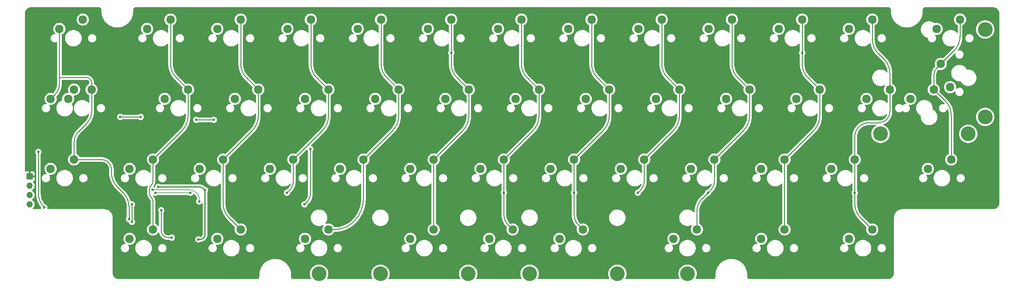
<source format=gbr>
%TF.GenerationSoftware,KiCad,Pcbnew,8.0.4*%
%TF.CreationDate,2024-08-11T23:54:30+05:30*%
%TF.ProjectId,kalam,6b616c61-6d2e-46b6-9963-61645f706362,rev?*%
%TF.SameCoordinates,Original*%
%TF.FileFunction,Copper,L1,Top*%
%TF.FilePolarity,Positive*%
%FSLAX46Y46*%
G04 Gerber Fmt 4.6, Leading zero omitted, Abs format (unit mm)*
G04 Created by KiCad (PCBNEW 8.0.4) date 2024-08-11 23:54:30*
%MOMM*%
%LPD*%
G01*
G04 APERTURE LIST*
%TA.AperFunction,ComponentPad*%
%ADD10C,2.300000*%
%TD*%
%TA.AperFunction,ComponentPad*%
%ADD11C,4.000000*%
%TD*%
%TA.AperFunction,ComponentPad*%
%ADD12R,1.700000X1.700000*%
%TD*%
%TA.AperFunction,ComponentPad*%
%ADD13O,1.700000X1.700000*%
%TD*%
%TA.AperFunction,ViaPad*%
%ADD14C,0.700000*%
%TD*%
%TA.AperFunction,Conductor*%
%ADD15C,0.250000*%
%TD*%
%TA.AperFunction,Conductor*%
%ADD16C,0.300000*%
%TD*%
%TA.AperFunction,Conductor*%
%ADD17C,0.200000*%
%TD*%
G04 APERTURE END LIST*
D10*
%TO.P,MX15,1,1*%
%TO.N,col0*%
X21193138Y-39131884D03*
%TO.P,MX15,2,2*%
%TO.N,Net-(D14-A)*%
X27543138Y-36591884D03*
%TD*%
%TO.P,MX49,1,1*%
%TO.N,Net-(D45-A)*%
X159305638Y-77231884D03*
%TO.P,MX49,2,2*%
%TO.N,col7*%
X165655638Y-74691884D03*
%TD*%
%TO.P,MX7,1,1*%
%TO.N,Net-(D7-A)*%
X142636888Y-20081884D03*
%TO.P,MX7,2,2*%
%TO.N,col6*%
X148986888Y-17541884D03*
%TD*%
%TO.P,MX22,1,1*%
%TO.N,Net-(D21-A)*%
X166449388Y-39131884D03*
%TO.P,MX22,2,2*%
%TO.N,col7*%
X172799388Y-36591884D03*
%TD*%
%TO.P,MX46,1,1*%
%TO.N,Net-(D43-A)*%
X118824388Y-77231884D03*
%TO.P,MX46,2,2*%
%TO.N,col5*%
X125174388Y-74691884D03*
%TD*%
%TO.P,MX30,1,1*%
%TO.N,Net-(D27-A)*%
X21193138Y-58181884D03*
%TO.P,MX30,2,2*%
%TO.N,col0*%
X27543138Y-55641884D03*
%TD*%
%TO.P,MX1,1,1*%
%TO.N,col0*%
X23574388Y-20081884D03*
%TO.P,MX1,2,2*%
%TO.N,Net-(D1-A)*%
X29924388Y-17541884D03*
%TD*%
%TO.P,MX41,1,1*%
%TO.N,Net-(D38-A)*%
X233124388Y-58181884D03*
%TO.P,MX41,2,2*%
%TO.N,col11*%
X239474388Y-55641884D03*
%TD*%
D11*
%TO.P,S5,*%
%TO.N,*%
X134540638Y-86756884D03*
X110728138Y-86756884D03*
%TD*%
D10*
%TO.P,MX4,1,1*%
%TO.N,Net-(D4-A)*%
X85486888Y-20081884D03*
%TO.P,MX4,2,2*%
%TO.N,col3*%
X91836888Y-17541884D03*
%TD*%
%TO.P,MX34,1,1*%
%TO.N,Net-(D31-A)*%
X99774388Y-58181884D03*
%TO.P,MX34,2,2*%
%TO.N,col4*%
X106124388Y-55641884D03*
%TD*%
%TO.P,MX9,1,1*%
%TO.N,Net-(D9-A)*%
X180736888Y-20081884D03*
%TO.P,MX9,2,2*%
%TO.N,col8*%
X187086888Y-17541884D03*
%TD*%
%TO.P,MX51,1,1*%
%TO.N,Net-(D46-A)*%
X190261888Y-77231884D03*
%TO.P,MX51,2,2*%
%TO.N,col9*%
X196611888Y-74691884D03*
%TD*%
%TO.P,MX36,1,1*%
%TO.N,Net-(D33-A)*%
X137874388Y-58181884D03*
%TO.P,MX36,2,2*%
%TO.N,col6*%
X144224388Y-55641884D03*
%TD*%
%TO.P,MX45,1,1*%
%TO.N,Net-(D42-A)*%
X90249388Y-77231884D03*
%TO.P,MX45,2,2*%
%TO.N,col4*%
X96599388Y-74691884D03*
%TD*%
%TO.P,MX14,1,1*%
%TO.N,Net-(D14-A)*%
X25955638Y-39131884D03*
%TO.P,MX14,2,2*%
%TO.N,col0*%
X32305638Y-36591884D03*
%TD*%
%TO.P,MX11,1,1*%
%TO.N,Net-(D11-A)*%
X218836888Y-20081884D03*
%TO.P,MX11,2,2*%
%TO.N,col10*%
X225186888Y-17541884D03*
%TD*%
%TO.P,MX26,1,1*%
%TO.N,Net-(D25-A)*%
X242649388Y-39131884D03*
%TO.P,MX26,2,2*%
%TO.N,col11*%
X248999388Y-36591884D03*
%TD*%
%TO.P,MX10,1,1*%
%TO.N,Net-(D10-A)*%
X199786888Y-20081884D03*
%TO.P,MX10,2,2*%
%TO.N,col9*%
X206136888Y-17541884D03*
%TD*%
%TO.P,MX8,1,1*%
%TO.N,Net-(D8-A)*%
X161686888Y-20081884D03*
%TO.P,MX8,2,2*%
%TO.N,col7*%
X168036888Y-17541884D03*
%TD*%
%TO.P,MX20,1,1*%
%TO.N,Net-(D19-A)*%
X128349388Y-39131884D03*
%TO.P,MX20,2,2*%
%TO.N,col5*%
X134699388Y-36591884D03*
%TD*%
%TO.P,MX52,1,1*%
%TO.N,Net-(D47-A)*%
X214074388Y-77231884D03*
%TO.P,MX52,2,2*%
%TO.N,col10*%
X220424388Y-74691884D03*
%TD*%
%TO.P,MX44,1,1*%
%TO.N,Net-(D41-A)*%
X66436888Y-77231884D03*
%TO.P,MX44,2,2*%
%TO.N,col2*%
X72786888Y-74691884D03*
%TD*%
%TO.P,MX16,1,1*%
%TO.N,Net-(D15-A)*%
X52149388Y-39131884D03*
%TO.P,MX16,2,2*%
%TO.N,col1*%
X58499388Y-36591884D03*
%TD*%
%TO.P,MX32,1,1*%
%TO.N,Net-(D29-A)*%
X61674388Y-58181884D03*
%TO.P,MX32,2,2*%
%TO.N,col2*%
X68024388Y-55641884D03*
%TD*%
%TO.P,MX40,1,1*%
%TO.N,Net-(D37-A)*%
X214074388Y-58181884D03*
%TO.P,MX40,2,2*%
%TO.N,col10*%
X220424388Y-55641884D03*
%TD*%
%TO.P,MX23,1,1*%
%TO.N,Net-(D22-A)*%
X185499388Y-39131884D03*
%TO.P,MX23,2,2*%
%TO.N,col8*%
X191849388Y-36591884D03*
%TD*%
%TO.P,MX37,1,1*%
%TO.N,Net-(D34-A)*%
X156924388Y-58181884D03*
%TO.P,MX37,2,2*%
%TO.N,col7*%
X163274388Y-55641884D03*
%TD*%
%TO.P,MX38,1,1*%
%TO.N,Net-(D35-A)*%
X175974388Y-58181884D03*
%TO.P,MX38,2,2*%
%TO.N,col8*%
X182324388Y-55641884D03*
%TD*%
%TO.P,MX27,1,1*%
%TO.N,Net-(D26-A)*%
X254555638Y-39131884D03*
%TO.P,MX27,2,2*%
%TO.N,col12*%
X260905638Y-36591884D03*
%TD*%
%TO.P,MX18,1,1*%
%TO.N,Net-(D17-A)*%
X90249388Y-39131884D03*
%TO.P,MX18,2,2*%
%TO.N,col3*%
X96599388Y-36591884D03*
%TD*%
%TO.P,MX17,1,1*%
%TO.N,Net-(D16-A)*%
X71199388Y-39131884D03*
%TO.P,MX17,2,2*%
%TO.N,col2*%
X77549388Y-36591884D03*
%TD*%
%TO.P,MX31,1,1*%
%TO.N,Net-(D28-A)*%
X42624388Y-58181884D03*
%TO.P,MX31,2,2*%
%TO.N,col1*%
X48974388Y-55641884D03*
%TD*%
%TO.P,MX19,1,1*%
%TO.N,Net-(D18-A)*%
X109299388Y-39131884D03*
%TO.P,MX19,2,2*%
%TO.N,col4*%
X115649388Y-36591884D03*
%TD*%
%TO.P,MX3,1,1*%
%TO.N,Net-(D3-A)*%
X66436888Y-20081884D03*
%TO.P,MX3,2,2*%
%TO.N,col2*%
X72786888Y-17541884D03*
%TD*%
%TO.P,MX39,1,1*%
%TO.N,Net-(D36-A)*%
X195024388Y-58181884D03*
%TO.P,MX39,2,2*%
%TO.N,col9*%
X201374388Y-55641884D03*
%TD*%
%TO.P,MX6,1,1*%
%TO.N,Net-(D6-A)*%
X123586888Y-20081884D03*
%TO.P,MX6,2,2*%
%TO.N,col5*%
X129936888Y-17541884D03*
%TD*%
%TO.P,MX13,1,1*%
%TO.N,Net-(D13-A)*%
X261699388Y-20081884D03*
%TO.P,MX13,2,2*%
%TO.N,col12*%
X268049388Y-17541884D03*
%TD*%
D11*
%TO.P,S6,*%
%TO.N,*%
X175021888Y-86756884D03*
X151209388Y-86756884D03*
%TD*%
D10*
%TO.P,MX53,1,1*%
%TO.N,Net-(D48-A)*%
X237886888Y-77231884D03*
%TO.P,MX53,2,2*%
%TO.N,col11*%
X244236888Y-74691884D03*
%TD*%
%TO.P,MX21,1,1*%
%TO.N,Net-(D20-A)*%
X147399388Y-39131884D03*
%TO.P,MX21,2,2*%
%TO.N,col6*%
X153749388Y-36591884D03*
%TD*%
%TO.P,MX28,1,1*%
%TO.N,Net-(D26-A)*%
X265350638Y-35956884D03*
%TO.P,MX28,2,2*%
%TO.N,col12*%
X262810638Y-29606884D03*
%TD*%
%TO.P,MX5,1,1*%
%TO.N,Net-(D5-A)*%
X104536888Y-20081884D03*
%TO.P,MX5,2,2*%
%TO.N,col4*%
X110886888Y-17541884D03*
%TD*%
%TO.P,MX33,1,1*%
%TO.N,Net-(D30-A)*%
X80724388Y-58181884D03*
%TO.P,MX33,2,2*%
%TO.N,col3*%
X87074388Y-55641884D03*
%TD*%
%TO.P,MX35,1,1*%
%TO.N,Net-(D32-A)*%
X118824388Y-58181884D03*
%TO.P,MX35,2,2*%
%TO.N,col5*%
X125174388Y-55641884D03*
%TD*%
%TO.P,MX25,1,1*%
%TO.N,Net-(D24-A)*%
X223599388Y-39131884D03*
%TO.P,MX25,2,2*%
%TO.N,col10*%
X229949388Y-36591884D03*
%TD*%
D11*
%TO.P,S3,*%
%TO.N,*%
X274875638Y-20240634D03*
X274875638Y-44053134D03*
%TD*%
D10*
%TO.P,MX2,1,1*%
%TO.N,Net-(D2-A)*%
X47386888Y-20081884D03*
%TO.P,MX2,2,2*%
%TO.N,col1*%
X53736888Y-17541884D03*
%TD*%
D11*
%TO.P,S1,*%
%TO.N,*%
X270271888Y-48656884D03*
X246459388Y-48656884D03*
%TD*%
D10*
%TO.P,MX43,1,1*%
%TO.N,Net-(D40-A)*%
X42624388Y-77231884D03*
%TO.P,MX43,2,2*%
%TO.N,col1*%
X48974388Y-74691884D03*
%TD*%
%TO.P,MX48,1,1*%
%TO.N,Net-(D44-A)*%
X140255638Y-77231884D03*
%TO.P,MX48,2,2*%
%TO.N,col6*%
X146605638Y-74691884D03*
%TD*%
D11*
%TO.P,S4,*%
%TO.N,*%
X194071888Y-86756884D03*
X94059388Y-86756884D03*
%TD*%
D10*
%TO.P,MX42,1,1*%
%TO.N,Net-(D39-A)*%
X259318138Y-58181884D03*
%TO.P,MX42,2,2*%
%TO.N,col12*%
X265668138Y-55641884D03*
%TD*%
%TO.P,MX24,1,1*%
%TO.N,Net-(D23-A)*%
X204549388Y-39131884D03*
%TO.P,MX24,2,2*%
%TO.N,col9*%
X210899388Y-36591884D03*
%TD*%
%TO.P,MX12,1,1*%
%TO.N,Net-(D12-A)*%
X237886888Y-20081884D03*
%TO.P,MX12,2,2*%
%TO.N,col11*%
X244236888Y-17541884D03*
%TD*%
D12*
%TO.P,J2,1,Pin_1*%
%TO.N,GND*%
X15478138Y-60245634D03*
D13*
%TO.P,J2,2,Pin_2*%
%TO.N,SWDCLK*%
X15478138Y-62785634D03*
%TO.P,J2,3,Pin_3*%
%TO.N,SWDIO*%
X15478138Y-65325634D03*
%TO.P,J2,4,Pin_4*%
%TO.N,+3V3*%
X15478138Y-67865634D03*
%TD*%
D14*
%TO.N,col11*%
X239474388Y-64690634D03*
%TO.N,row1*%
X40084388Y-44053134D03*
X17859388Y-53578134D03*
X19446888Y-68659384D03*
X60721888Y-44846884D03*
X65484388Y-44846884D03*
X45640638Y-44053134D03*
%TO.N,col0*%
X42465638Y-71834384D03*
%TO.N,col3*%
X85328138Y-64690634D03*
%TO.N,col5*%
X129936888Y-26590634D03*
%TO.N,col6*%
X144224388Y-64690634D03*
%TO.N,col7*%
X163274388Y-64690634D03*
%TO.N,col8*%
X180578138Y-64690634D03*
%TO.N,col9*%
X199628138Y-64690634D03*
%TO.N,col10*%
X225186888Y-26590634D03*
%TO.N,GND*%
X40878138Y-68659384D03*
X57150054Y-80962570D03*
X88503138Y-48021884D03*
X108346888Y-83740634D03*
X56764388Y-61384384D03*
X46434388Y-34528134D03*
X26590638Y-66278134D03*
X90090638Y-72628134D03*
X184546888Y-84534384D03*
X56024388Y-50214384D03*
X68659388Y-72628134D03*
X57259388Y-71059384D03*
X64184388Y-73934384D03*
%TO.N,+3V3*%
X50403138Y-63103134D03*
X54054388Y-76909384D03*
X51196888Y-69453134D03*
X61284388Y-77384384D03*
X63103138Y-63984384D03*
%TO.N,SWDIO*%
X59134388Y-64690634D03*
X49609388Y-64690634D03*
%TO.N,SWDCLK*%
X61515638Y-67071884D03*
X48815638Y-63896884D03*
%TO.N,BOOT*%
X90090638Y-67865634D03*
X91678138Y-52784384D03*
%TO.N,row2_l*%
X43259388Y-67865634D03*
X43259388Y-72628134D03*
%TD*%
D15*
%TO.N,col11*%
X245830680Y-26755676D02*
X247405595Y-28330591D01*
X243268432Y-45640634D02*
X246018352Y-45640634D01*
X239474388Y-49434678D02*
X239474388Y-55641884D01*
X239474388Y-55641884D02*
X239474388Y-64690634D01*
X239474388Y-67675420D02*
X239474388Y-64690634D01*
X248999388Y-32178347D02*
X248999388Y-36591884D01*
X241068180Y-71523176D02*
X244236888Y-74691884D01*
X244236888Y-22907920D02*
X244236888Y-17541884D01*
X248999388Y-42659598D02*
X248999388Y-36591884D01*
X247405595Y-28330591D02*
G75*
G02*
X248999343Y-32178347I-3847795J-3847709D01*
G01*
X248126263Y-44767509D02*
G75*
G02*
X246018352Y-45640601I-2107863J2107909D01*
G01*
X240585638Y-46751884D02*
G75*
G03*
X239474363Y-49434678I2682762J-2682816D01*
G01*
X243268432Y-45640634D02*
G75*
G03*
X240585617Y-46751863I-32J-3794066D01*
G01*
X248999388Y-42659598D02*
G75*
G02*
X248126275Y-44767521I-2981088J-2D01*
G01*
X239474388Y-67675420D02*
G75*
G03*
X241068198Y-71523158I5441512J20D01*
G01*
X244236888Y-22907920D02*
G75*
G03*
X245830698Y-26755658I5441512J20D01*
G01*
%TO.N,row1*%
X60721888Y-44846884D02*
X65484388Y-44846884D01*
X45640638Y-44053134D02*
X40084388Y-44053134D01*
X17859388Y-53578134D02*
X17859388Y-64826820D01*
X17859388Y-64826820D02*
G75*
G03*
X19446886Y-68659386I5420072J0D01*
G01*
%TO.N,col12*%
X263763137Y-28654383D02*
X261858138Y-30559384D01*
X260905638Y-36591884D02*
X260905638Y-32858922D01*
X268049388Y-22114170D02*
X268049388Y-17541884D01*
X265668138Y-43608347D02*
X265668138Y-55641884D01*
X260905638Y-36591884D02*
X264074345Y-39760591D01*
X263763137Y-28654383D02*
X266455595Y-25961926D01*
X264074345Y-39760591D02*
G75*
G02*
X265668108Y-43608347I-3847745J-3847709D01*
G01*
X268049388Y-22114170D02*
G75*
G02*
X266455618Y-25961949I-5441588J-30D01*
G01*
X261858138Y-30559384D02*
G75*
G03*
X260905661Y-32858922I2299562J-2299516D01*
G01*
%TO.N,col0*%
X32305638Y-36591884D02*
X32305638Y-42581470D01*
X30956282Y-33337530D02*
X23574388Y-33337530D01*
X27543138Y-55641884D02*
X27543138Y-51132510D01*
X27543138Y-55641884D02*
X35004388Y-55641884D01*
X32305638Y-36591884D02*
X32305638Y-34686886D01*
X22383763Y-37941259D02*
X21193138Y-39131884D01*
X23574388Y-35066835D02*
X23574388Y-33337530D01*
X23574388Y-33337530D02*
X23574388Y-20081884D01*
X30956282Y-45839103D02*
X28872686Y-47922698D01*
X39296930Y-63109426D02*
X40871845Y-64684341D01*
X37703138Y-58340634D02*
X37703138Y-59261674D01*
X42465638Y-71834384D02*
X42465638Y-68532097D01*
X40871845Y-64684341D02*
G75*
G02*
X42465643Y-68532097I-3847745J-3847759D01*
G01*
X32305638Y-42581470D02*
G75*
G02*
X30956284Y-45839105I-4606998J0D01*
G01*
X27543138Y-51132510D02*
G75*
G02*
X28872680Y-47922692I4539362J10D01*
G01*
X32305638Y-34686886D02*
G75*
G03*
X30956282Y-33337562I-1349338J-14D01*
G01*
X35004388Y-55641884D02*
G75*
G02*
X37703116Y-58340634I12J-2698716D01*
G01*
X37703138Y-59261670D02*
G75*
G03*
X39296930Y-63109426I5441552J0D01*
G01*
X23574388Y-35066835D02*
G75*
G02*
X22383762Y-37941258I-4065058J5D01*
G01*
%TO.N,col1*%
X48974388Y-55641884D02*
X48974388Y-61477114D01*
X53736888Y-29575420D02*
X53736888Y-17541884D01*
X58499388Y-36591884D02*
X58499388Y-43862920D01*
X55330680Y-33423176D02*
X58499388Y-36591884D01*
X48974388Y-55641884D02*
X56905595Y-47710676D01*
X48974388Y-67110403D02*
X48974388Y-74691884D01*
X48021888Y-64810864D02*
X48021888Y-63776653D01*
X58499388Y-43862920D02*
G75*
G02*
X56905593Y-47710674I-5441588J20D01*
G01*
X48021888Y-64810864D02*
G75*
G03*
X48498122Y-65960650I1626012J-36D01*
G01*
X53736888Y-29575420D02*
G75*
G03*
X55330698Y-33423158I5441512J20D01*
G01*
X48974388Y-61477114D02*
G75*
G02*
X48498124Y-62626870I-1625988J14D01*
G01*
X48498138Y-62626884D02*
G75*
G03*
X48021853Y-63776653I1149762J-1149816D01*
G01*
X48498138Y-65960634D02*
G75*
G02*
X48974395Y-67110403I-1149738J-1149766D01*
G01*
%TO.N,col2*%
X77549388Y-36591884D02*
X77549388Y-43862920D01*
X75955595Y-47710676D02*
X68024388Y-55641884D01*
X68024388Y-55641884D02*
X68024388Y-67675420D01*
X77549388Y-36591884D02*
X74380680Y-33423176D01*
X69618180Y-71523176D02*
X72786888Y-74691884D01*
X72786888Y-29575420D02*
X72786888Y-17541884D01*
X77549388Y-43862920D02*
G75*
G02*
X75955593Y-47710674I-5441588J20D01*
G01*
X72786888Y-29575420D02*
G75*
G03*
X74380698Y-33423158I5441512J20D01*
G01*
X68024388Y-67675420D02*
G75*
G03*
X69618198Y-71523158I5441512J20D01*
G01*
%TO.N,col3*%
X91836888Y-29575420D02*
X91836888Y-17541884D01*
X95005595Y-47710676D02*
X87074388Y-55641884D01*
X96599388Y-43862920D02*
X96599388Y-36591884D01*
X87074388Y-55641884D02*
X87074388Y-61709598D01*
X85328138Y-64690634D02*
X86201263Y-63817509D01*
X93430680Y-33423176D02*
X96599388Y-36591884D01*
X87074388Y-61709598D02*
G75*
G02*
X86201275Y-63817521I-2981088J-2D01*
G01*
X91836888Y-29575420D02*
G75*
G03*
X93430698Y-33423158I5441512J20D01*
G01*
X96599388Y-43862920D02*
G75*
G02*
X95005593Y-47710674I-5441588J20D01*
G01*
%TO.N,col4*%
X106124388Y-55641884D02*
X106124388Y-66225025D01*
X110886888Y-29575420D02*
X110886888Y-17541884D01*
X115649388Y-36591884D02*
X115649388Y-43862920D01*
X106124388Y-55641884D02*
X114055595Y-47710676D01*
X96599388Y-74691884D02*
X98331049Y-74691884D01*
X115649388Y-36591884D02*
X112480680Y-33423176D01*
X110886888Y-29575420D02*
G75*
G03*
X112480698Y-33423158I5441512J20D01*
G01*
X115649388Y-43862920D02*
G75*
G02*
X114055593Y-47710674I-5441588J20D01*
G01*
X98331049Y-74691884D02*
G75*
G03*
X103504987Y-72548733I-49J7317084D01*
G01*
X106124388Y-66225025D02*
G75*
G02*
X103504995Y-72548741I-8943088J25D01*
G01*
%TO.N,col5*%
X133105595Y-47710676D02*
X125174388Y-55641884D01*
X131530680Y-33423176D02*
X134699388Y-36591884D01*
X134699388Y-43862920D02*
X134699388Y-36591884D01*
X125174388Y-55641884D02*
X125174388Y-74691884D01*
X129936888Y-26590634D02*
X129936888Y-17541884D01*
X129936888Y-26590634D02*
X129936888Y-29575420D01*
X129936888Y-29575420D02*
G75*
G03*
X131530698Y-33423158I5441512J20D01*
G01*
X134699388Y-43862920D02*
G75*
G02*
X133105593Y-47710674I-5441588J20D01*
G01*
%TO.N,col6*%
X148986888Y-29575420D02*
X148986888Y-17541884D01*
X153749388Y-43862920D02*
X153749388Y-36591884D01*
X152155595Y-47710676D02*
X144224388Y-55641884D01*
X150580680Y-33423176D02*
X153749388Y-36591884D01*
X144224388Y-64690634D02*
X144224388Y-55641884D01*
X144224388Y-70626835D02*
X144224388Y-64690634D01*
X145415013Y-73501259D02*
X146605638Y-74691884D01*
X144224388Y-70626835D02*
G75*
G03*
X145415038Y-73501234I4065012J35D01*
G01*
X153749388Y-43862920D02*
G75*
G02*
X152155593Y-47710674I-5441588J20D01*
G01*
X148986888Y-29575420D02*
G75*
G03*
X150580698Y-33423158I5441512J20D01*
G01*
%TO.N,col7*%
X168036888Y-29575420D02*
X168036888Y-17541884D01*
X163274388Y-70626835D02*
X163274388Y-64690634D01*
X164465013Y-73501259D02*
X165655638Y-74691884D01*
X163274388Y-55641884D02*
X171205595Y-47710676D01*
X169630680Y-33423176D02*
X172799388Y-36591884D01*
X163274388Y-55641884D02*
X163274388Y-64690634D01*
X172799388Y-43862920D02*
X172799388Y-36591884D01*
X172799388Y-43862920D02*
G75*
G02*
X171205593Y-47710674I-5441588J20D01*
G01*
X168036888Y-29575420D02*
G75*
G03*
X169630698Y-33423158I5441512J20D01*
G01*
X163274388Y-70626835D02*
G75*
G03*
X164465038Y-73501234I4065012J35D01*
G01*
%TO.N,col8*%
X182324388Y-61709598D02*
X182324388Y-55641884D01*
X181451263Y-63817509D02*
X180578138Y-64690634D01*
X187086888Y-29575420D02*
X187086888Y-17541884D01*
X190255595Y-47710676D02*
X182324388Y-55641884D01*
X191849388Y-43862920D02*
X191849388Y-36591884D01*
X188680680Y-33423176D02*
X191849388Y-36591884D01*
X187086888Y-29575420D02*
G75*
G03*
X188680698Y-33423158I5441512J20D01*
G01*
X182324388Y-61709598D02*
G75*
G02*
X181451275Y-63817521I-2981088J-2D01*
G01*
X191849388Y-43862920D02*
G75*
G02*
X190255593Y-47710674I-5441588J20D01*
G01*
%TO.N,col9*%
X206136888Y-29575420D02*
X206136888Y-17541884D01*
X196611888Y-69839694D02*
X196611888Y-74691884D01*
X201374388Y-55641884D02*
X209305595Y-47710676D01*
X210899388Y-36591884D02*
X210899388Y-43862920D01*
X200501263Y-63817509D02*
X199628138Y-64690634D01*
X198120013Y-66198759D02*
X199628138Y-64690634D01*
X210899388Y-36591884D02*
X207730680Y-33423176D01*
X201374388Y-55641884D02*
X201374388Y-61709598D01*
X198120013Y-66198759D02*
G75*
G03*
X196611870Y-69839694I3640887J-3640941D01*
G01*
X206136888Y-29575420D02*
G75*
G03*
X207730698Y-33423158I5441512J20D01*
G01*
X201374388Y-61709598D02*
G75*
G02*
X200501275Y-63817521I-2981088J-2D01*
G01*
X210899388Y-43862920D02*
G75*
G02*
X209305593Y-47710674I-5441588J20D01*
G01*
%TO.N,col10*%
X220424388Y-55641884D02*
X220424388Y-74691884D01*
X226780680Y-33423176D02*
X229949388Y-36591884D01*
X225186888Y-26590634D02*
X225186888Y-17541884D01*
X228355595Y-47710676D02*
X220424388Y-55641884D01*
X225186888Y-29575420D02*
X225186888Y-26590634D01*
X229949388Y-43862920D02*
X229949388Y-36591884D01*
X225186888Y-29575420D02*
G75*
G03*
X226780698Y-33423158I5441512J20D01*
G01*
X229949388Y-43862920D02*
G75*
G02*
X228355593Y-47710674I-5441588J20D01*
G01*
D16*
%TO.N,+3V3*%
X63103138Y-76040037D02*
X63103138Y-63984384D01*
D15*
X54052580Y-76907576D02*
X52961714Y-76907576D01*
D16*
X50403138Y-63103134D02*
X61598750Y-63103134D01*
X61800013Y-77384384D02*
X61284388Y-77384384D01*
D15*
X54054388Y-76909384D02*
X54052580Y-76907576D01*
D16*
X62709387Y-76990633D02*
X62680239Y-77019782D01*
D15*
X51196888Y-75020897D02*
X51196888Y-69453134D01*
D16*
X63103138Y-63984384D02*
X62662513Y-63543759D01*
D15*
X51750013Y-76356259D02*
G75*
G02*
X51196897Y-75020897I1335387J1335359D01*
G01*
D16*
X62662513Y-63543759D02*
G75*
G03*
X61598750Y-63103163I-1063713J-1063741D01*
G01*
X62680239Y-77019782D02*
G75*
G02*
X61800013Y-77384406I-880239J880182D01*
G01*
D15*
X52961714Y-76907576D02*
G75*
G02*
X51750012Y-76356260I133886J1901476D01*
G01*
D16*
X63103138Y-76040037D02*
G75*
G02*
X62709368Y-76990614I-1344338J37D01*
G01*
D17*
%TO.N,SWDIO*%
X59134388Y-64690634D02*
X49609388Y-64690634D01*
%TO.N,SWDCLK*%
X60721888Y-64690634D02*
X60954371Y-64923117D01*
X58805605Y-63896884D02*
X48815638Y-63896884D01*
X61515638Y-67071884D02*
X61515638Y-66278134D01*
X60954371Y-64923117D02*
G75*
G02*
X61515627Y-66278134I-1354971J-1354983D01*
G01*
X60721888Y-64690634D02*
G75*
G03*
X58805605Y-63896875I-1916288J-1916266D01*
G01*
D15*
%TO.N,BOOT*%
X90090638Y-67865634D02*
X90884388Y-67071884D01*
X91678138Y-65155601D02*
X91678138Y-52784384D01*
X91678138Y-65155601D02*
G75*
G02*
X90884388Y-67071884I-2710038J1D01*
G01*
%TO.N,row2_l*%
X43259388Y-70246884D02*
X43259388Y-67865634D01*
X43259388Y-70246884D02*
X43259388Y-71834384D01*
X43259388Y-71834384D02*
X43259388Y-72628134D01*
%TD*%
%TA.AperFunction,Conductor*%
%TO.N,GND*%
G36*
X34233552Y-14191143D02*
G01*
X34243090Y-14191141D01*
X34243092Y-14191142D01*
X34284588Y-14191135D01*
X34296746Y-14191729D01*
X34414987Y-14203359D01*
X34438832Y-14208099D01*
X34546670Y-14240802D01*
X34569129Y-14250103D01*
X34668515Y-14303220D01*
X34688723Y-14316722D01*
X34727928Y-14348898D01*
X34775830Y-14388211D01*
X34793022Y-14405404D01*
X34864501Y-14492513D01*
X34878007Y-14512730D01*
X34931117Y-14612117D01*
X34940417Y-14634577D01*
X34973111Y-14742417D01*
X34977849Y-14766263D01*
X34989541Y-14885226D01*
X34990136Y-14897382D01*
X34990125Y-14948053D01*
X34990138Y-14948210D01*
X34990138Y-15583205D01*
X35026826Y-15979151D01*
X35026826Y-15979152D01*
X35054854Y-16129088D01*
X35099896Y-16370038D01*
X35208717Y-16752506D01*
X35352364Y-17123302D01*
X35529611Y-17479262D01*
X35738946Y-17817349D01*
X35821135Y-17926185D01*
X35978578Y-18134674D01*
X35978585Y-18134683D01*
X36246476Y-18428545D01*
X36540338Y-18696436D01*
X36540347Y-18696443D01*
X36621355Y-18757617D01*
X36857673Y-18936076D01*
X37195760Y-19145411D01*
X37551720Y-19322658D01*
X37922516Y-19466305D01*
X38304976Y-19575123D01*
X38304976Y-19575124D01*
X38304978Y-19575124D01*
X38304984Y-19575126D01*
X38695862Y-19648194D01*
X38695867Y-19648194D01*
X38695870Y-19648195D01*
X38886727Y-19665880D01*
X39091814Y-19684884D01*
X39091817Y-19684884D01*
X39489459Y-19684884D01*
X39489462Y-19684884D01*
X39737347Y-19661914D01*
X39885405Y-19648195D01*
X39885406Y-19648195D01*
X39885408Y-19648194D01*
X39885414Y-19648194D01*
X40276292Y-19575126D01*
X40658760Y-19466305D01*
X41029556Y-19322658D01*
X41385516Y-19145411D01*
X41723603Y-18936076D01*
X42040934Y-18696439D01*
X42334799Y-18428545D01*
X42602693Y-18134680D01*
X42842330Y-17817349D01*
X43051665Y-17479262D01*
X43228912Y-17123302D01*
X43372559Y-16752506D01*
X43481380Y-16370038D01*
X43554448Y-15979160D01*
X43557327Y-15948096D01*
X43568168Y-15831093D01*
X43591138Y-15583208D01*
X43591138Y-15384384D01*
X43591138Y-15336789D01*
X43591138Y-14948210D01*
X43591139Y-14948197D01*
X43591138Y-14938221D01*
X43591140Y-14938218D01*
X43591138Y-14896708D01*
X43591735Y-14884558D01*
X43595032Y-14851072D01*
X43603378Y-14766306D01*
X43608116Y-14742484D01*
X43640836Y-14634612D01*
X43650126Y-14612180D01*
X43703263Y-14512765D01*
X43716762Y-14492565D01*
X43788263Y-14405440D01*
X43805442Y-14388261D01*
X43892571Y-14316756D01*
X43912766Y-14303262D01*
X44012177Y-14250128D01*
X44034614Y-14240834D01*
X44142487Y-14208115D01*
X44166312Y-14203377D01*
X44284606Y-14191730D01*
X44296750Y-14191134D01*
X44338221Y-14191136D01*
X44338224Y-14191134D01*
X44348200Y-14191135D01*
X44348225Y-14191134D01*
X146407326Y-14191134D01*
X248545924Y-14191134D01*
X248546052Y-14191143D01*
X248555590Y-14191141D01*
X248555592Y-14191142D01*
X248597088Y-14191135D01*
X248609246Y-14191729D01*
X248727487Y-14203359D01*
X248751332Y-14208099D01*
X248859170Y-14240802D01*
X248881629Y-14250103D01*
X248981015Y-14303220D01*
X249001223Y-14316722D01*
X249040428Y-14348898D01*
X249088330Y-14388211D01*
X249105522Y-14405404D01*
X249177001Y-14492513D01*
X249190507Y-14512730D01*
X249243617Y-14612117D01*
X249252917Y-14634577D01*
X249285611Y-14742417D01*
X249290349Y-14766263D01*
X249302041Y-14885226D01*
X249302636Y-14897382D01*
X249302625Y-14948053D01*
X249302638Y-14948210D01*
X249302638Y-15583205D01*
X249339326Y-15979151D01*
X249339326Y-15979152D01*
X249367354Y-16129088D01*
X249412396Y-16370038D01*
X249521217Y-16752506D01*
X249664864Y-17123302D01*
X249842111Y-17479262D01*
X250051446Y-17817349D01*
X250133635Y-17926185D01*
X250291078Y-18134674D01*
X250291085Y-18134683D01*
X250558976Y-18428545D01*
X250852838Y-18696436D01*
X250852847Y-18696443D01*
X250933855Y-18757617D01*
X251170173Y-18936076D01*
X251508260Y-19145411D01*
X251864220Y-19322658D01*
X252235016Y-19466305D01*
X252617476Y-19575123D01*
X252617476Y-19575124D01*
X252617478Y-19575124D01*
X252617484Y-19575126D01*
X253008362Y-19648194D01*
X253008367Y-19648194D01*
X253008370Y-19648195D01*
X253199227Y-19665880D01*
X253404314Y-19684884D01*
X253404317Y-19684884D01*
X253801959Y-19684884D01*
X253801962Y-19684884D01*
X254049847Y-19661914D01*
X254197905Y-19648195D01*
X254197906Y-19648195D01*
X254197908Y-19648194D01*
X254197914Y-19648194D01*
X254588792Y-19575126D01*
X254971260Y-19466305D01*
X255342056Y-19322658D01*
X255698016Y-19145411D01*
X256036103Y-18936076D01*
X256353434Y-18696439D01*
X256647299Y-18428545D01*
X256915193Y-18134680D01*
X257154830Y-17817349D01*
X257364165Y-17479262D01*
X257541412Y-17123302D01*
X257685059Y-16752506D01*
X257793880Y-16370038D01*
X257866948Y-15979160D01*
X257869827Y-15948096D01*
X257880668Y-15831093D01*
X257903638Y-15583208D01*
X257903638Y-15384384D01*
X257903638Y-15336789D01*
X257903638Y-14948210D01*
X257903639Y-14948197D01*
X257903638Y-14938221D01*
X257903640Y-14938218D01*
X257903638Y-14896708D01*
X257904235Y-14884558D01*
X257907532Y-14851072D01*
X257915878Y-14766306D01*
X257920616Y-14742484D01*
X257953336Y-14634612D01*
X257962626Y-14612180D01*
X258015763Y-14512765D01*
X258029262Y-14492565D01*
X258100763Y-14405440D01*
X258117942Y-14388261D01*
X258205071Y-14316756D01*
X258225266Y-14303262D01*
X258324677Y-14250128D01*
X258347114Y-14240834D01*
X258454987Y-14208115D01*
X258478812Y-14203377D01*
X258597106Y-14191730D01*
X258609250Y-14191134D01*
X258650721Y-14191136D01*
X258650724Y-14191134D01*
X258660700Y-14191135D01*
X258660725Y-14191134D01*
X276945556Y-14191134D01*
X276945642Y-14191140D01*
X276955579Y-14191138D01*
X276955583Y-14191140D01*
X276998763Y-14191134D01*
X277007581Y-14191448D01*
X277236191Y-14207772D01*
X277253706Y-14210288D01*
X277287257Y-14217583D01*
X277473329Y-14258043D01*
X277490295Y-14263024D01*
X277700875Y-14341551D01*
X277716959Y-14348895D01*
X277914222Y-14456600D01*
X277929103Y-14466163D01*
X278109021Y-14600844D01*
X278122390Y-14612428D01*
X278144545Y-14634584D01*
X278281306Y-14771350D01*
X278292893Y-14784724D01*
X278427570Y-14964648D01*
X278437129Y-14979523D01*
X278544829Y-15176794D01*
X278552174Y-15192882D01*
X278630691Y-15403458D01*
X278635675Y-15420437D01*
X278683421Y-15640057D01*
X278685936Y-15657573D01*
X278702322Y-15887170D01*
X278702637Y-15896018D01*
X278702628Y-15948096D01*
X278702638Y-15948219D01*
X278702638Y-67448698D01*
X278702322Y-67457546D01*
X278685968Y-67686146D01*
X278683450Y-67703657D01*
X278635674Y-67923268D01*
X278630689Y-67940244D01*
X278552148Y-68150815D01*
X278544799Y-68166908D01*
X278437090Y-68364159D01*
X278427525Y-68379042D01*
X278292836Y-68558965D01*
X278281250Y-68572335D01*
X278122337Y-68731248D01*
X278108967Y-68742834D01*
X277929048Y-68877521D01*
X277914165Y-68887086D01*
X277716908Y-68994799D01*
X277700815Y-69002148D01*
X277490247Y-69080688D01*
X277473271Y-69085673D01*
X277253660Y-69133449D01*
X277236150Y-69135967D01*
X277028572Y-69150818D01*
X277007604Y-69152318D01*
X276998757Y-69152634D01*
X252380995Y-69152634D01*
X252380947Y-69152636D01*
X252288993Y-69152635D01*
X252288988Y-69152635D01*
X252288987Y-69152635D01*
X252288983Y-69152635D01*
X252012713Y-69186175D01*
X252012702Y-69186177D01*
X251742484Y-69252777D01*
X251742470Y-69252781D01*
X251482265Y-69351461D01*
X251482256Y-69351465D01*
X251235821Y-69480801D01*
X251235817Y-69480803D01*
X251006780Y-69638895D01*
X251006777Y-69638897D01*
X251006775Y-69638899D01*
X250798456Y-69823453D01*
X250615918Y-70029497D01*
X250613898Y-70031777D01*
X250455803Y-70260818D01*
X250326463Y-70507259D01*
X250227782Y-70767466D01*
X250227780Y-70767474D01*
X250227779Y-70767477D01*
X250219919Y-70799367D01*
X250161178Y-71037697D01*
X250161176Y-71037708D01*
X250127636Y-71313979D01*
X250127638Y-71422654D01*
X250127638Y-86498698D01*
X250127322Y-86507546D01*
X250110968Y-86736146D01*
X250108450Y-86753657D01*
X250060674Y-86973268D01*
X250055689Y-86990244D01*
X249977148Y-87200815D01*
X249969799Y-87216908D01*
X249862090Y-87414159D01*
X249852525Y-87429042D01*
X249717836Y-87608965D01*
X249706250Y-87622335D01*
X249547337Y-87781248D01*
X249533967Y-87792834D01*
X249354048Y-87927521D01*
X249339165Y-87937086D01*
X249141908Y-88044799D01*
X249125815Y-88052148D01*
X248915247Y-88130688D01*
X248898271Y-88135673D01*
X248678660Y-88183449D01*
X248661150Y-88185967D01*
X248448871Y-88201154D01*
X248432604Y-88202318D01*
X248423757Y-88202634D01*
X211035725Y-88202634D01*
X211035700Y-88202632D01*
X211025721Y-88202632D01*
X211017145Y-88202632D01*
X210984211Y-88202633D01*
X210972060Y-88202036D01*
X210853811Y-88190394D01*
X210829970Y-88185653D01*
X210722113Y-88152940D01*
X210699654Y-88143638D01*
X210600252Y-88090511D01*
X210580039Y-88077007D01*
X210492910Y-88005507D01*
X210475722Y-87988319D01*
X210425839Y-87927541D01*
X210404221Y-87901202D01*
X210390717Y-87880993D01*
X210337580Y-87781589D01*
X210328277Y-87759133D01*
X210328275Y-87759126D01*
X210295555Y-87651275D01*
X210290815Y-87627454D01*
X210279235Y-87509912D01*
X210278638Y-87497755D01*
X210278638Y-86810562D01*
X210271742Y-86736146D01*
X210249740Y-86498698D01*
X210241949Y-86414616D01*
X210241949Y-86414615D01*
X210241948Y-86414608D01*
X210168880Y-86023730D01*
X210060059Y-85641262D01*
X209916412Y-85270466D01*
X209739165Y-84914506D01*
X209529830Y-84576419D01*
X209290193Y-84259088D01*
X209290190Y-84259084D01*
X209022299Y-83965222D01*
X208728437Y-83697331D01*
X208728428Y-83697324D01*
X208411104Y-83457693D01*
X208411103Y-83457692D01*
X208073016Y-83248357D01*
X207717056Y-83071110D01*
X207346260Y-82927463D01*
X207346258Y-82927462D01*
X207346257Y-82927462D01*
X206963799Y-82818644D01*
X206963799Y-82818643D01*
X206572905Y-82745572D01*
X206253182Y-82715946D01*
X206176962Y-82708884D01*
X205779314Y-82708884D01*
X205707689Y-82715520D01*
X205383370Y-82745572D01*
X205383369Y-82745572D01*
X204992476Y-82818643D01*
X204992476Y-82818644D01*
X204610018Y-82927462D01*
X204239219Y-83071110D01*
X203883260Y-83248357D01*
X203545171Y-83457693D01*
X203227847Y-83697324D01*
X203227838Y-83697331D01*
X202933976Y-83965222D01*
X202666085Y-84259084D01*
X202666078Y-84259093D01*
X202426447Y-84576417D01*
X202217111Y-84914506D01*
X202039864Y-85270465D01*
X201896216Y-85641264D01*
X201787398Y-86023722D01*
X201787397Y-86023722D01*
X201714326Y-86414615D01*
X201714326Y-86414616D01*
X201677638Y-86810562D01*
X201677638Y-87446486D01*
X201677634Y-87446542D01*
X201677637Y-87497059D01*
X201677041Y-87509213D01*
X201665401Y-87627466D01*
X201660659Y-87651309D01*
X201627950Y-87759153D01*
X201618648Y-87781613D01*
X201565532Y-87880993D01*
X201565527Y-87881002D01*
X201552021Y-87901215D01*
X201480525Y-87988335D01*
X201463335Y-88005525D01*
X201376220Y-88077018D01*
X201356007Y-88090523D01*
X201256616Y-88143646D01*
X201234156Y-88152949D01*
X201126311Y-88185659D01*
X201102466Y-88190401D01*
X200984266Y-88202035D01*
X200972118Y-88202631D01*
X200938366Y-88202630D01*
X200930562Y-88202630D01*
X200930561Y-88202630D01*
X200921336Y-88202630D01*
X200921120Y-88202646D01*
X196340779Y-88203768D01*
X196273735Y-88184100D01*
X196227967Y-88131307D01*
X196218007Y-88062151D01*
X196236054Y-88013324D01*
X196267416Y-87963906D01*
X196267421Y-87963897D01*
X196267425Y-87963891D01*
X196401391Y-87679199D01*
X196498619Y-87379963D01*
X196557576Y-87070899D01*
X196562650Y-86990252D01*
X196577332Y-86756889D01*
X196577332Y-86756878D01*
X196557577Y-86442879D01*
X196557576Y-86442872D01*
X196557576Y-86442869D01*
X196498619Y-86133805D01*
X196401391Y-85834569D01*
X196267425Y-85549877D01*
X196098835Y-85284221D01*
X196087455Y-85270465D01*
X195898281Y-85041793D01*
X195898279Y-85041791D01*
X195668919Y-84826407D01*
X195668909Y-84826399D01*
X195414383Y-84641475D01*
X195414376Y-84641470D01*
X195414372Y-84641468D01*
X195138654Y-84489890D01*
X195138651Y-84489888D01*
X195138646Y-84489886D01*
X195138645Y-84489885D01*
X194846116Y-84374065D01*
X194846113Y-84374064D01*
X194541364Y-84295818D01*
X194541351Y-84295816D01*
X194229217Y-84256384D01*
X194229206Y-84256384D01*
X193914570Y-84256384D01*
X193914558Y-84256384D01*
X193602424Y-84295816D01*
X193602411Y-84295818D01*
X193297662Y-84374064D01*
X193297659Y-84374065D01*
X193005130Y-84489885D01*
X193005129Y-84489886D01*
X192729404Y-84641468D01*
X192729392Y-84641475D01*
X192474866Y-84826399D01*
X192474856Y-84826407D01*
X192245496Y-85041791D01*
X192245494Y-85041793D01*
X192044942Y-85284218D01*
X192044939Y-85284222D01*
X191876352Y-85549874D01*
X191876349Y-85549880D01*
X191742387Y-85834562D01*
X191742385Y-85834567D01*
X191645158Y-86133800D01*
X191586199Y-86442872D01*
X191586198Y-86442879D01*
X191566444Y-86756878D01*
X191566444Y-86756889D01*
X191586198Y-87070888D01*
X191586199Y-87070895D01*
X191645158Y-87379967D01*
X191742385Y-87679200D01*
X191742387Y-87679205D01*
X191876349Y-87963887D01*
X191876352Y-87963893D01*
X191907027Y-88012229D01*
X191926328Y-88079379D01*
X191906261Y-88146305D01*
X191853196Y-88191758D01*
X191802340Y-88202671D01*
X177290711Y-88203844D01*
X177223670Y-88184165D01*
X177177911Y-88131365D01*
X177167962Y-88062207D01*
X177186005Y-88013401D01*
X177201912Y-87988335D01*
X177217425Y-87963891D01*
X177351391Y-87679199D01*
X177448619Y-87379963D01*
X177507576Y-87070899D01*
X177512650Y-86990252D01*
X177527332Y-86756889D01*
X177527332Y-86756878D01*
X177507577Y-86442879D01*
X177507576Y-86442872D01*
X177507576Y-86442869D01*
X177448619Y-86133805D01*
X177351391Y-85834569D01*
X177217425Y-85549877D01*
X177048835Y-85284221D01*
X177037455Y-85270465D01*
X176848281Y-85041793D01*
X176848279Y-85041791D01*
X176618919Y-84826407D01*
X176618909Y-84826399D01*
X176364383Y-84641475D01*
X176364376Y-84641470D01*
X176364372Y-84641468D01*
X176088654Y-84489890D01*
X176088651Y-84489888D01*
X176088646Y-84489886D01*
X176088645Y-84489885D01*
X175796116Y-84374065D01*
X175796113Y-84374064D01*
X175491364Y-84295818D01*
X175491351Y-84295816D01*
X175179217Y-84256384D01*
X175179206Y-84256384D01*
X174864570Y-84256384D01*
X174864558Y-84256384D01*
X174552424Y-84295816D01*
X174552411Y-84295818D01*
X174247662Y-84374064D01*
X174247659Y-84374065D01*
X173955130Y-84489885D01*
X173955129Y-84489886D01*
X173679404Y-84641468D01*
X173679392Y-84641475D01*
X173424866Y-84826399D01*
X173424856Y-84826407D01*
X173195496Y-85041791D01*
X173195494Y-85041793D01*
X172994942Y-85284218D01*
X172994939Y-85284222D01*
X172826352Y-85549874D01*
X172826349Y-85549880D01*
X172692387Y-85834562D01*
X172692385Y-85834567D01*
X172595158Y-86133800D01*
X172536199Y-86442872D01*
X172536198Y-86442879D01*
X172516444Y-86756878D01*
X172516444Y-86756889D01*
X172536198Y-87070888D01*
X172536199Y-87070895D01*
X172595158Y-87379967D01*
X172692385Y-87679200D01*
X172692387Y-87679205D01*
X172826349Y-87963887D01*
X172826352Y-87963893D01*
X172857021Y-88012220D01*
X172876322Y-88079371D01*
X172856254Y-88146297D01*
X172803190Y-88191749D01*
X172752332Y-88202662D01*
X153478203Y-88203853D01*
X153411162Y-88184173D01*
X153365404Y-88131371D01*
X153355456Y-88062214D01*
X153373497Y-88013412D01*
X153404925Y-87963891D01*
X153538891Y-87679199D01*
X153636119Y-87379963D01*
X153695076Y-87070899D01*
X153700150Y-86990252D01*
X153714832Y-86756889D01*
X153714832Y-86756878D01*
X153695077Y-86442879D01*
X153695076Y-86442872D01*
X153695076Y-86442869D01*
X153636119Y-86133805D01*
X153538891Y-85834569D01*
X153404925Y-85549877D01*
X153236335Y-85284221D01*
X153224955Y-85270465D01*
X153035781Y-85041793D01*
X153035779Y-85041791D01*
X152806419Y-84826407D01*
X152806409Y-84826399D01*
X152551883Y-84641475D01*
X152551876Y-84641470D01*
X152551872Y-84641468D01*
X152276154Y-84489890D01*
X152276151Y-84489888D01*
X152276146Y-84489886D01*
X152276145Y-84489885D01*
X151983616Y-84374065D01*
X151983613Y-84374064D01*
X151678864Y-84295818D01*
X151678851Y-84295816D01*
X151366717Y-84256384D01*
X151366706Y-84256384D01*
X151052070Y-84256384D01*
X151052058Y-84256384D01*
X150739924Y-84295816D01*
X150739911Y-84295818D01*
X150435162Y-84374064D01*
X150435159Y-84374065D01*
X150142630Y-84489885D01*
X150142629Y-84489886D01*
X149866904Y-84641468D01*
X149866892Y-84641475D01*
X149612366Y-84826399D01*
X149612356Y-84826407D01*
X149382996Y-85041791D01*
X149382994Y-85041793D01*
X149182442Y-85284218D01*
X149182439Y-85284222D01*
X149013852Y-85549874D01*
X149013849Y-85549880D01*
X148879887Y-85834562D01*
X148879885Y-85834567D01*
X148782658Y-86133800D01*
X148723699Y-86442872D01*
X148723698Y-86442879D01*
X148703944Y-86756878D01*
X148703944Y-86756889D01*
X148723698Y-87070888D01*
X148723699Y-87070895D01*
X148782658Y-87379967D01*
X148879885Y-87679200D01*
X148879887Y-87679205D01*
X149013848Y-87963886D01*
X149013850Y-87963889D01*
X149013851Y-87963891D01*
X149044531Y-88012236D01*
X149063832Y-88079385D01*
X149043765Y-88146311D01*
X148990700Y-88191764D01*
X148939846Y-88202677D01*
X136809467Y-88203838D01*
X136742426Y-88184160D01*
X136696666Y-88131360D01*
X136686715Y-88062203D01*
X136704759Y-88013395D01*
X136736171Y-87963897D01*
X136736175Y-87963891D01*
X136870141Y-87679199D01*
X136967369Y-87379963D01*
X137026326Y-87070899D01*
X137031400Y-86990252D01*
X137046082Y-86756889D01*
X137046082Y-86756878D01*
X137026327Y-86442879D01*
X137026326Y-86442872D01*
X137026326Y-86442869D01*
X136967369Y-86133805D01*
X136870141Y-85834569D01*
X136736175Y-85549877D01*
X136567585Y-85284221D01*
X136556205Y-85270465D01*
X136367031Y-85041793D01*
X136367029Y-85041791D01*
X136137669Y-84826407D01*
X136137659Y-84826399D01*
X135883133Y-84641475D01*
X135883126Y-84641470D01*
X135883122Y-84641468D01*
X135607404Y-84489890D01*
X135607401Y-84489888D01*
X135607396Y-84489886D01*
X135607395Y-84489885D01*
X135314866Y-84374065D01*
X135314863Y-84374064D01*
X135010114Y-84295818D01*
X135010101Y-84295816D01*
X134697967Y-84256384D01*
X134697956Y-84256384D01*
X134383320Y-84256384D01*
X134383308Y-84256384D01*
X134071174Y-84295816D01*
X134071161Y-84295818D01*
X133766412Y-84374064D01*
X133766409Y-84374065D01*
X133473880Y-84489885D01*
X133473879Y-84489886D01*
X133198154Y-84641468D01*
X133198142Y-84641475D01*
X132943616Y-84826399D01*
X132943606Y-84826407D01*
X132714246Y-85041791D01*
X132714244Y-85041793D01*
X132513692Y-85284218D01*
X132513689Y-85284222D01*
X132345102Y-85549874D01*
X132345099Y-85549880D01*
X132211137Y-85834562D01*
X132211135Y-85834567D01*
X132113908Y-86133800D01*
X132054949Y-86442872D01*
X132054948Y-86442879D01*
X132035194Y-86756878D01*
X132035194Y-86756889D01*
X132054948Y-87070888D01*
X132054949Y-87070895D01*
X132113908Y-87379967D01*
X132211135Y-87679200D01*
X132211137Y-87679205D01*
X132345099Y-87963887D01*
X132345102Y-87963893D01*
X132375771Y-88012220D01*
X132395072Y-88079371D01*
X132375004Y-88146297D01*
X132321940Y-88191749D01*
X132271082Y-88202662D01*
X112996953Y-88203853D01*
X112929912Y-88184173D01*
X112884154Y-88131371D01*
X112874206Y-88062214D01*
X112892247Y-88013412D01*
X112923675Y-87963891D01*
X113057641Y-87679199D01*
X113154869Y-87379963D01*
X113213826Y-87070899D01*
X113218900Y-86990252D01*
X113233582Y-86756889D01*
X113233582Y-86756878D01*
X113213827Y-86442879D01*
X113213826Y-86442872D01*
X113213826Y-86442869D01*
X113154869Y-86133805D01*
X113057641Y-85834569D01*
X112923675Y-85549877D01*
X112755085Y-85284221D01*
X112743705Y-85270465D01*
X112554531Y-85041793D01*
X112554529Y-85041791D01*
X112325169Y-84826407D01*
X112325159Y-84826399D01*
X112070633Y-84641475D01*
X112070626Y-84641470D01*
X112070622Y-84641468D01*
X111794904Y-84489890D01*
X111794901Y-84489888D01*
X111794896Y-84489886D01*
X111794895Y-84489885D01*
X111502366Y-84374065D01*
X111502363Y-84374064D01*
X111197614Y-84295818D01*
X111197601Y-84295816D01*
X110885467Y-84256384D01*
X110885456Y-84256384D01*
X110570820Y-84256384D01*
X110570808Y-84256384D01*
X110258674Y-84295816D01*
X110258661Y-84295818D01*
X109953912Y-84374064D01*
X109953909Y-84374065D01*
X109661380Y-84489885D01*
X109661379Y-84489886D01*
X109385654Y-84641468D01*
X109385642Y-84641475D01*
X109131116Y-84826399D01*
X109131106Y-84826407D01*
X108901746Y-85041791D01*
X108901744Y-85041793D01*
X108701192Y-85284218D01*
X108701189Y-85284222D01*
X108532602Y-85549874D01*
X108532599Y-85549880D01*
X108398637Y-85834562D01*
X108398635Y-85834567D01*
X108301408Y-86133800D01*
X108242449Y-86442872D01*
X108242448Y-86442879D01*
X108222694Y-86756878D01*
X108222694Y-86756889D01*
X108242448Y-87070888D01*
X108242449Y-87070895D01*
X108301408Y-87379967D01*
X108398635Y-87679200D01*
X108398637Y-87679205D01*
X108532598Y-87963886D01*
X108532600Y-87963889D01*
X108532601Y-87963891D01*
X108563281Y-88012236D01*
X108582582Y-88079385D01*
X108562515Y-88146311D01*
X108509450Y-88191764D01*
X108458596Y-88202677D01*
X96328217Y-88203838D01*
X96261176Y-88184160D01*
X96215416Y-88131360D01*
X96205465Y-88062203D01*
X96223509Y-88013395D01*
X96254921Y-87963897D01*
X96254925Y-87963891D01*
X96388891Y-87679199D01*
X96486119Y-87379963D01*
X96545076Y-87070899D01*
X96550150Y-86990252D01*
X96564832Y-86756889D01*
X96564832Y-86756878D01*
X96545077Y-86442879D01*
X96545076Y-86442872D01*
X96545076Y-86442869D01*
X96486119Y-86133805D01*
X96388891Y-85834569D01*
X96254925Y-85549877D01*
X96086335Y-85284221D01*
X96074955Y-85270465D01*
X95885781Y-85041793D01*
X95885779Y-85041791D01*
X95656419Y-84826407D01*
X95656409Y-84826399D01*
X95401883Y-84641475D01*
X95401876Y-84641470D01*
X95401872Y-84641468D01*
X95126154Y-84489890D01*
X95126151Y-84489888D01*
X95126146Y-84489886D01*
X95126145Y-84489885D01*
X94833616Y-84374065D01*
X94833613Y-84374064D01*
X94528864Y-84295818D01*
X94528851Y-84295816D01*
X94216717Y-84256384D01*
X94216706Y-84256384D01*
X93902070Y-84256384D01*
X93902058Y-84256384D01*
X93589924Y-84295816D01*
X93589911Y-84295818D01*
X93285162Y-84374064D01*
X93285159Y-84374065D01*
X92992630Y-84489885D01*
X92992629Y-84489886D01*
X92716904Y-84641468D01*
X92716892Y-84641475D01*
X92462366Y-84826399D01*
X92462356Y-84826407D01*
X92232996Y-85041791D01*
X92232994Y-85041793D01*
X92032442Y-85284218D01*
X92032439Y-85284222D01*
X91863852Y-85549874D01*
X91863849Y-85549880D01*
X91729887Y-85834562D01*
X91729885Y-85834567D01*
X91632658Y-86133800D01*
X91573699Y-86442872D01*
X91573698Y-86442879D01*
X91553944Y-86756878D01*
X91553944Y-86756889D01*
X91573698Y-87070888D01*
X91573699Y-87070895D01*
X91632658Y-87379967D01*
X91729885Y-87679200D01*
X91729887Y-87679205D01*
X91863848Y-87963886D01*
X91863850Y-87963889D01*
X91863851Y-87963891D01*
X91894503Y-88012191D01*
X91913804Y-88079341D01*
X91893737Y-88146267D01*
X91840672Y-88191720D01*
X91789806Y-88202633D01*
X87210524Y-88202633D01*
X87210283Y-88202614D01*
X87200631Y-88202617D01*
X87199812Y-88202617D01*
X87159132Y-88202630D01*
X87146976Y-88202037D01*
X87028725Y-88190426D01*
X87004874Y-88185688D01*
X86897027Y-88153000D01*
X86874558Y-88143698D01*
X86850209Y-88130688D01*
X86775161Y-88090588D01*
X86754952Y-88077088D01*
X86667824Y-88005595D01*
X86650635Y-87988407D01*
X86650552Y-87988306D01*
X86579142Y-87901291D01*
X86565636Y-87881077D01*
X86512517Y-87781681D01*
X86503217Y-87759219D01*
X86478957Y-87679200D01*
X86470521Y-87651375D01*
X86465782Y-87627526D01*
X86454232Y-87509986D01*
X86453639Y-87497834D01*
X86453639Y-87497755D01*
X86453651Y-87455619D01*
X86453650Y-87455617D01*
X86453653Y-87446211D01*
X86453638Y-87446003D01*
X86453638Y-86810562D01*
X86446742Y-86736146D01*
X86424740Y-86498698D01*
X86416949Y-86414616D01*
X86416949Y-86414615D01*
X86416948Y-86414608D01*
X86343880Y-86023730D01*
X86235059Y-85641262D01*
X86091412Y-85270466D01*
X85914165Y-84914506D01*
X85704830Y-84576419D01*
X85465193Y-84259088D01*
X85465190Y-84259084D01*
X85197299Y-83965222D01*
X84903437Y-83697331D01*
X84903428Y-83697324D01*
X84586104Y-83457693D01*
X84586103Y-83457692D01*
X84248016Y-83248357D01*
X83892056Y-83071110D01*
X83521260Y-82927463D01*
X83521258Y-82927462D01*
X83521257Y-82927462D01*
X83138799Y-82818644D01*
X83138799Y-82818643D01*
X82747905Y-82745572D01*
X82428182Y-82715946D01*
X82351962Y-82708884D01*
X81954314Y-82708884D01*
X81882689Y-82715520D01*
X81558370Y-82745572D01*
X81558369Y-82745572D01*
X81167476Y-82818643D01*
X81167476Y-82818644D01*
X80785018Y-82927462D01*
X80414219Y-83071110D01*
X80058260Y-83248357D01*
X79720171Y-83457693D01*
X79402847Y-83697324D01*
X79402838Y-83697331D01*
X79108976Y-83965222D01*
X78841085Y-84259084D01*
X78841078Y-84259093D01*
X78601447Y-84576417D01*
X78392111Y-84914506D01*
X78214864Y-85270465D01*
X78071216Y-85641264D01*
X77962398Y-86023722D01*
X77962397Y-86023722D01*
X77889326Y-86414615D01*
X77889326Y-86414616D01*
X77852638Y-86810562D01*
X77852638Y-87497025D01*
X77852041Y-87509183D01*
X77840390Y-87627438D01*
X77835647Y-87651278D01*
X77802929Y-87759126D01*
X77793627Y-87781582D01*
X77740498Y-87880977D01*
X77726993Y-87901188D01*
X77655496Y-87988306D01*
X77638309Y-88005494D01*
X77628665Y-88013409D01*
X77569274Y-88062151D01*
X77551189Y-88076993D01*
X77530978Y-88090497D01*
X77431586Y-88143625D01*
X77409130Y-88152928D01*
X77301281Y-88185647D01*
X77277440Y-88190389D01*
X77159227Y-88202036D01*
X77147069Y-88202634D01*
X39760727Y-88202634D01*
X39760715Y-88202633D01*
X39707555Y-88202633D01*
X39698711Y-88202317D01*
X39470112Y-88185972D01*
X39452600Y-88183455D01*
X39232981Y-88135684D01*
X39216006Y-88130700D01*
X39005424Y-88052162D01*
X38989330Y-88044812D01*
X38792073Y-87937106D01*
X38777189Y-87927541D01*
X38597267Y-87792858D01*
X38583896Y-87781273D01*
X38424967Y-87622350D01*
X38413381Y-87608979D01*
X38410753Y-87605469D01*
X38298520Y-87455549D01*
X38278691Y-87429061D01*
X38269126Y-87414178D01*
X38161413Y-87216924D01*
X38154063Y-87200831D01*
X38105598Y-87070899D01*
X38075513Y-86990243D01*
X38070533Y-86973284D01*
X38022753Y-86753657D01*
X38020236Y-86736150D01*
X38003954Y-86508552D01*
X38003638Y-86499704D01*
X38003638Y-79683305D01*
X40228888Y-79683305D01*
X40228888Y-79860462D01*
X40256602Y-80035440D01*
X40311344Y-80203923D01*
X40311345Y-80203926D01*
X40391774Y-80361774D01*
X40495905Y-80505098D01*
X40621174Y-80630367D01*
X40764498Y-80734498D01*
X40827672Y-80766687D01*
X40922345Y-80814926D01*
X40922348Y-80814927D01*
X41006589Y-80842298D01*
X41090833Y-80869670D01*
X41265809Y-80897384D01*
X41265810Y-80897384D01*
X41442966Y-80897384D01*
X41442967Y-80897384D01*
X41617943Y-80869670D01*
X41786430Y-80814926D01*
X41944278Y-80734498D01*
X42087602Y-80630367D01*
X42212871Y-80505098D01*
X42317002Y-80361774D01*
X42397430Y-80203926D01*
X42452174Y-80035439D01*
X42479888Y-79860463D01*
X42479888Y-79683305D01*
X42470619Y-79624784D01*
X44189988Y-79624784D01*
X44189988Y-79918983D01*
X44189989Y-79919000D01*
X44228389Y-80210680D01*
X44304540Y-80494878D01*
X44417122Y-80766678D01*
X44417130Y-80766694D01*
X44564228Y-81021473D01*
X44564239Y-81021489D01*
X44743336Y-81254893D01*
X44743342Y-81254900D01*
X44951371Y-81462929D01*
X44951377Y-81462934D01*
X45184791Y-81642039D01*
X45184798Y-81642043D01*
X45439577Y-81789141D01*
X45439593Y-81789149D01*
X45711393Y-81901731D01*
X45711395Y-81901731D01*
X45711401Y-81901734D01*
X45995588Y-81977882D01*
X46287282Y-82016284D01*
X46287289Y-82016284D01*
X46581487Y-82016284D01*
X46581494Y-82016284D01*
X46873188Y-81977882D01*
X47157375Y-81901734D01*
X47230706Y-81871359D01*
X47429182Y-81789149D01*
X47429185Y-81789147D01*
X47429191Y-81789145D01*
X47683985Y-81642039D01*
X47917399Y-81462934D01*
X48125438Y-81254895D01*
X48304543Y-81021481D01*
X48451649Y-80766687D01*
X48464983Y-80734497D01*
X48564235Y-80494878D01*
X48564234Y-80494878D01*
X48564238Y-80494871D01*
X48640386Y-80210684D01*
X48678788Y-79918990D01*
X48678788Y-79683305D01*
X50388888Y-79683305D01*
X50388888Y-79860462D01*
X50416602Y-80035440D01*
X50471344Y-80203923D01*
X50471345Y-80203926D01*
X50551774Y-80361774D01*
X50655905Y-80505098D01*
X50781174Y-80630367D01*
X50924498Y-80734498D01*
X50987672Y-80766687D01*
X51082345Y-80814926D01*
X51082348Y-80814927D01*
X51166589Y-80842298D01*
X51250833Y-80869670D01*
X51425809Y-80897384D01*
X51425810Y-80897384D01*
X51602966Y-80897384D01*
X51602967Y-80897384D01*
X51777943Y-80869670D01*
X51946430Y-80814926D01*
X52104278Y-80734498D01*
X52247602Y-80630367D01*
X52372871Y-80505098D01*
X52477002Y-80361774D01*
X52557430Y-80203926D01*
X52612174Y-80035439D01*
X52639888Y-79860463D01*
X52639888Y-79683305D01*
X64041388Y-79683305D01*
X64041388Y-79860462D01*
X64069102Y-80035440D01*
X64123844Y-80203923D01*
X64123845Y-80203926D01*
X64204274Y-80361774D01*
X64308405Y-80505098D01*
X64433674Y-80630367D01*
X64576998Y-80734498D01*
X64640172Y-80766687D01*
X64734845Y-80814926D01*
X64734848Y-80814927D01*
X64819089Y-80842298D01*
X64903333Y-80869670D01*
X65078309Y-80897384D01*
X65078310Y-80897384D01*
X65255466Y-80897384D01*
X65255467Y-80897384D01*
X65430443Y-80869670D01*
X65598930Y-80814926D01*
X65756778Y-80734498D01*
X65900102Y-80630367D01*
X66025371Y-80505098D01*
X66129502Y-80361774D01*
X66209930Y-80203926D01*
X66264674Y-80035439D01*
X66292388Y-79860463D01*
X66292388Y-79683305D01*
X66283119Y-79624784D01*
X68002488Y-79624784D01*
X68002488Y-79918983D01*
X68002489Y-79919000D01*
X68040889Y-80210680D01*
X68117040Y-80494878D01*
X68229622Y-80766678D01*
X68229630Y-80766694D01*
X68376728Y-81021473D01*
X68376739Y-81021489D01*
X68555836Y-81254893D01*
X68555842Y-81254900D01*
X68763871Y-81462929D01*
X68763877Y-81462934D01*
X68997291Y-81642039D01*
X68997298Y-81642043D01*
X69252077Y-81789141D01*
X69252093Y-81789149D01*
X69523893Y-81901731D01*
X69523895Y-81901731D01*
X69523901Y-81901734D01*
X69808088Y-81977882D01*
X70099782Y-82016284D01*
X70099789Y-82016284D01*
X70393987Y-82016284D01*
X70393994Y-82016284D01*
X70685688Y-81977882D01*
X70969875Y-81901734D01*
X71043206Y-81871359D01*
X71241682Y-81789149D01*
X71241685Y-81789147D01*
X71241691Y-81789145D01*
X71496485Y-81642039D01*
X71729899Y-81462934D01*
X71937938Y-81254895D01*
X72117043Y-81021481D01*
X72264149Y-80766687D01*
X72277483Y-80734497D01*
X72376735Y-80494878D01*
X72376734Y-80494878D01*
X72376738Y-80494871D01*
X72452886Y-80210684D01*
X72491288Y-79918990D01*
X72491288Y-79683305D01*
X74201388Y-79683305D01*
X74201388Y-79860462D01*
X74229102Y-80035440D01*
X74283844Y-80203923D01*
X74283845Y-80203926D01*
X74364274Y-80361774D01*
X74468405Y-80505098D01*
X74593674Y-80630367D01*
X74736998Y-80734498D01*
X74800172Y-80766687D01*
X74894845Y-80814926D01*
X74894848Y-80814927D01*
X74979089Y-80842298D01*
X75063333Y-80869670D01*
X75238309Y-80897384D01*
X75238310Y-80897384D01*
X75415466Y-80897384D01*
X75415467Y-80897384D01*
X75590443Y-80869670D01*
X75758930Y-80814926D01*
X75916778Y-80734498D01*
X76060102Y-80630367D01*
X76185371Y-80505098D01*
X76289502Y-80361774D01*
X76369930Y-80203926D01*
X76424674Y-80035439D01*
X76452388Y-79860463D01*
X76452388Y-79683305D01*
X87853888Y-79683305D01*
X87853888Y-79860462D01*
X87881602Y-80035440D01*
X87936344Y-80203923D01*
X87936345Y-80203926D01*
X88016774Y-80361774D01*
X88120905Y-80505098D01*
X88246174Y-80630367D01*
X88389498Y-80734498D01*
X88452672Y-80766687D01*
X88547345Y-80814926D01*
X88547348Y-80814927D01*
X88631589Y-80842298D01*
X88715833Y-80869670D01*
X88890809Y-80897384D01*
X88890810Y-80897384D01*
X89067966Y-80897384D01*
X89067967Y-80897384D01*
X89242943Y-80869670D01*
X89411430Y-80814926D01*
X89569278Y-80734498D01*
X89712602Y-80630367D01*
X89837871Y-80505098D01*
X89942002Y-80361774D01*
X90022430Y-80203926D01*
X90077174Y-80035439D01*
X90104888Y-79860463D01*
X90104888Y-79683305D01*
X90095619Y-79624784D01*
X91814988Y-79624784D01*
X91814988Y-79918983D01*
X91814989Y-79919000D01*
X91853389Y-80210680D01*
X91929540Y-80494878D01*
X92042122Y-80766678D01*
X92042130Y-80766694D01*
X92189228Y-81021473D01*
X92189239Y-81021489D01*
X92368336Y-81254893D01*
X92368342Y-81254900D01*
X92576371Y-81462929D01*
X92576377Y-81462934D01*
X92809791Y-81642039D01*
X92809798Y-81642043D01*
X93064577Y-81789141D01*
X93064593Y-81789149D01*
X93336393Y-81901731D01*
X93336395Y-81901731D01*
X93336401Y-81901734D01*
X93620588Y-81977882D01*
X93912282Y-82016284D01*
X93912289Y-82016284D01*
X94206487Y-82016284D01*
X94206494Y-82016284D01*
X94498188Y-81977882D01*
X94782375Y-81901734D01*
X94855706Y-81871359D01*
X95054182Y-81789149D01*
X95054185Y-81789147D01*
X95054191Y-81789145D01*
X95308985Y-81642039D01*
X95542399Y-81462934D01*
X95750438Y-81254895D01*
X95929543Y-81021481D01*
X96076649Y-80766687D01*
X96089983Y-80734497D01*
X96189235Y-80494878D01*
X96189234Y-80494878D01*
X96189238Y-80494871D01*
X96265386Y-80210684D01*
X96303788Y-79918990D01*
X96303788Y-79683305D01*
X98013888Y-79683305D01*
X98013888Y-79860462D01*
X98041602Y-80035440D01*
X98096344Y-80203923D01*
X98096345Y-80203926D01*
X98176774Y-80361774D01*
X98280905Y-80505098D01*
X98406174Y-80630367D01*
X98549498Y-80734498D01*
X98612672Y-80766687D01*
X98707345Y-80814926D01*
X98707348Y-80814927D01*
X98791589Y-80842298D01*
X98875833Y-80869670D01*
X99050809Y-80897384D01*
X99050810Y-80897384D01*
X99227966Y-80897384D01*
X99227967Y-80897384D01*
X99402943Y-80869670D01*
X99571430Y-80814926D01*
X99729278Y-80734498D01*
X99872602Y-80630367D01*
X99997871Y-80505098D01*
X100102002Y-80361774D01*
X100182430Y-80203926D01*
X100237174Y-80035439D01*
X100264888Y-79860463D01*
X100264888Y-79683305D01*
X116428888Y-79683305D01*
X116428888Y-79860462D01*
X116456602Y-80035440D01*
X116511344Y-80203923D01*
X116511345Y-80203926D01*
X116591774Y-80361774D01*
X116695905Y-80505098D01*
X116821174Y-80630367D01*
X116964498Y-80734498D01*
X117027672Y-80766687D01*
X117122345Y-80814926D01*
X117122348Y-80814927D01*
X117206589Y-80842298D01*
X117290833Y-80869670D01*
X117465809Y-80897384D01*
X117465810Y-80897384D01*
X117642966Y-80897384D01*
X117642967Y-80897384D01*
X117817943Y-80869670D01*
X117986430Y-80814926D01*
X118144278Y-80734498D01*
X118287602Y-80630367D01*
X118412871Y-80505098D01*
X118517002Y-80361774D01*
X118597430Y-80203926D01*
X118652174Y-80035439D01*
X118679888Y-79860463D01*
X118679888Y-79683305D01*
X118670619Y-79624784D01*
X120389988Y-79624784D01*
X120389988Y-79918983D01*
X120389989Y-79919000D01*
X120428389Y-80210680D01*
X120504540Y-80494878D01*
X120617122Y-80766678D01*
X120617130Y-80766694D01*
X120764228Y-81021473D01*
X120764239Y-81021489D01*
X120943336Y-81254893D01*
X120943342Y-81254900D01*
X121151371Y-81462929D01*
X121151377Y-81462934D01*
X121384791Y-81642039D01*
X121384798Y-81642043D01*
X121639577Y-81789141D01*
X121639593Y-81789149D01*
X121911393Y-81901731D01*
X121911395Y-81901731D01*
X121911401Y-81901734D01*
X122195588Y-81977882D01*
X122487282Y-82016284D01*
X122487289Y-82016284D01*
X122781487Y-82016284D01*
X122781494Y-82016284D01*
X123073188Y-81977882D01*
X123357375Y-81901734D01*
X123430706Y-81871359D01*
X123629182Y-81789149D01*
X123629185Y-81789147D01*
X123629191Y-81789145D01*
X123883985Y-81642039D01*
X124117399Y-81462934D01*
X124325438Y-81254895D01*
X124504543Y-81021481D01*
X124651649Y-80766687D01*
X124664983Y-80734497D01*
X124764235Y-80494878D01*
X124764234Y-80494878D01*
X124764238Y-80494871D01*
X124840386Y-80210684D01*
X124878788Y-79918990D01*
X124878788Y-79683305D01*
X126588888Y-79683305D01*
X126588888Y-79860462D01*
X126616602Y-80035440D01*
X126671344Y-80203923D01*
X126671345Y-80203926D01*
X126751774Y-80361774D01*
X126855905Y-80505098D01*
X126981174Y-80630367D01*
X127124498Y-80734498D01*
X127187672Y-80766687D01*
X127282345Y-80814926D01*
X127282348Y-80814927D01*
X127366589Y-80842298D01*
X127450833Y-80869670D01*
X127625809Y-80897384D01*
X127625810Y-80897384D01*
X127802966Y-80897384D01*
X127802967Y-80897384D01*
X127977943Y-80869670D01*
X128146430Y-80814926D01*
X128304278Y-80734498D01*
X128447602Y-80630367D01*
X128572871Y-80505098D01*
X128677002Y-80361774D01*
X128757430Y-80203926D01*
X128812174Y-80035439D01*
X128839888Y-79860463D01*
X128839888Y-79683305D01*
X137860138Y-79683305D01*
X137860138Y-79860462D01*
X137887852Y-80035440D01*
X137942594Y-80203923D01*
X137942595Y-80203926D01*
X138023024Y-80361774D01*
X138127155Y-80505098D01*
X138252424Y-80630367D01*
X138395748Y-80734498D01*
X138458922Y-80766687D01*
X138553595Y-80814926D01*
X138553598Y-80814927D01*
X138637839Y-80842298D01*
X138722083Y-80869670D01*
X138897059Y-80897384D01*
X138897060Y-80897384D01*
X139074216Y-80897384D01*
X139074217Y-80897384D01*
X139249193Y-80869670D01*
X139417680Y-80814926D01*
X139575528Y-80734498D01*
X139718852Y-80630367D01*
X139844121Y-80505098D01*
X139948252Y-80361774D01*
X140028680Y-80203926D01*
X140083424Y-80035439D01*
X140111138Y-79860463D01*
X140111138Y-79683305D01*
X140101869Y-79624784D01*
X141821238Y-79624784D01*
X141821238Y-79918983D01*
X141821239Y-79919000D01*
X141859639Y-80210680D01*
X141935790Y-80494878D01*
X142048372Y-80766678D01*
X142048380Y-80766694D01*
X142195478Y-81021473D01*
X142195489Y-81021489D01*
X142374586Y-81254893D01*
X142374592Y-81254900D01*
X142582621Y-81462929D01*
X142582627Y-81462934D01*
X142816041Y-81642039D01*
X142816048Y-81642043D01*
X143070827Y-81789141D01*
X143070843Y-81789149D01*
X143342643Y-81901731D01*
X143342645Y-81901731D01*
X143342651Y-81901734D01*
X143626838Y-81977882D01*
X143918532Y-82016284D01*
X143918539Y-82016284D01*
X144212737Y-82016284D01*
X144212744Y-82016284D01*
X144504438Y-81977882D01*
X144788625Y-81901734D01*
X144861956Y-81871359D01*
X145060432Y-81789149D01*
X145060435Y-81789147D01*
X145060441Y-81789145D01*
X145315235Y-81642039D01*
X145548649Y-81462934D01*
X145756688Y-81254895D01*
X145935793Y-81021481D01*
X146082899Y-80766687D01*
X146096233Y-80734497D01*
X146195485Y-80494878D01*
X146195484Y-80494878D01*
X146195488Y-80494871D01*
X146271636Y-80210684D01*
X146310038Y-79918990D01*
X146310038Y-79683305D01*
X148020138Y-79683305D01*
X148020138Y-79860462D01*
X148047852Y-80035440D01*
X148102594Y-80203923D01*
X148102595Y-80203926D01*
X148183024Y-80361774D01*
X148287155Y-80505098D01*
X148412424Y-80630367D01*
X148555748Y-80734498D01*
X148618922Y-80766687D01*
X148713595Y-80814926D01*
X148713598Y-80814927D01*
X148797839Y-80842298D01*
X148882083Y-80869670D01*
X149057059Y-80897384D01*
X149057060Y-80897384D01*
X149234216Y-80897384D01*
X149234217Y-80897384D01*
X149409193Y-80869670D01*
X149577680Y-80814926D01*
X149735528Y-80734498D01*
X149878852Y-80630367D01*
X150004121Y-80505098D01*
X150108252Y-80361774D01*
X150188680Y-80203926D01*
X150243424Y-80035439D01*
X150271138Y-79860463D01*
X150271138Y-79683305D01*
X156910138Y-79683305D01*
X156910138Y-79860462D01*
X156937852Y-80035440D01*
X156992594Y-80203923D01*
X156992595Y-80203926D01*
X157073024Y-80361774D01*
X157177155Y-80505098D01*
X157302424Y-80630367D01*
X157445748Y-80734498D01*
X157508922Y-80766687D01*
X157603595Y-80814926D01*
X157603598Y-80814927D01*
X157687839Y-80842298D01*
X157772083Y-80869670D01*
X157947059Y-80897384D01*
X157947060Y-80897384D01*
X158124216Y-80897384D01*
X158124217Y-80897384D01*
X158299193Y-80869670D01*
X158467680Y-80814926D01*
X158625528Y-80734498D01*
X158768852Y-80630367D01*
X158894121Y-80505098D01*
X158998252Y-80361774D01*
X159078680Y-80203926D01*
X159133424Y-80035439D01*
X159161138Y-79860463D01*
X159161138Y-79683305D01*
X159151869Y-79624784D01*
X160871238Y-79624784D01*
X160871238Y-79918983D01*
X160871239Y-79919000D01*
X160909639Y-80210680D01*
X160985790Y-80494878D01*
X161098372Y-80766678D01*
X161098380Y-80766694D01*
X161245478Y-81021473D01*
X161245489Y-81021489D01*
X161424586Y-81254893D01*
X161424592Y-81254900D01*
X161632621Y-81462929D01*
X161632627Y-81462934D01*
X161866041Y-81642039D01*
X161866048Y-81642043D01*
X162120827Y-81789141D01*
X162120843Y-81789149D01*
X162392643Y-81901731D01*
X162392645Y-81901731D01*
X162392651Y-81901734D01*
X162676838Y-81977882D01*
X162968532Y-82016284D01*
X162968539Y-82016284D01*
X163262737Y-82016284D01*
X163262744Y-82016284D01*
X163554438Y-81977882D01*
X163838625Y-81901734D01*
X163911956Y-81871359D01*
X164110432Y-81789149D01*
X164110435Y-81789147D01*
X164110441Y-81789145D01*
X164365235Y-81642039D01*
X164598649Y-81462934D01*
X164806688Y-81254895D01*
X164985793Y-81021481D01*
X165132899Y-80766687D01*
X165146233Y-80734497D01*
X165245485Y-80494878D01*
X165245484Y-80494878D01*
X165245488Y-80494871D01*
X165321636Y-80210684D01*
X165360038Y-79918990D01*
X165360038Y-79683305D01*
X167070138Y-79683305D01*
X167070138Y-79860462D01*
X167097852Y-80035440D01*
X167152594Y-80203923D01*
X167152595Y-80203926D01*
X167233024Y-80361774D01*
X167337155Y-80505098D01*
X167462424Y-80630367D01*
X167605748Y-80734498D01*
X167668922Y-80766687D01*
X167763595Y-80814926D01*
X167763598Y-80814927D01*
X167847839Y-80842298D01*
X167932083Y-80869670D01*
X168107059Y-80897384D01*
X168107060Y-80897384D01*
X168284216Y-80897384D01*
X168284217Y-80897384D01*
X168459193Y-80869670D01*
X168627680Y-80814926D01*
X168785528Y-80734498D01*
X168928852Y-80630367D01*
X169054121Y-80505098D01*
X169158252Y-80361774D01*
X169238680Y-80203926D01*
X169293424Y-80035439D01*
X169321138Y-79860463D01*
X169321138Y-79683305D01*
X187866388Y-79683305D01*
X187866388Y-79860462D01*
X187894102Y-80035440D01*
X187948844Y-80203923D01*
X187948845Y-80203926D01*
X188029274Y-80361774D01*
X188133405Y-80505098D01*
X188258674Y-80630367D01*
X188401998Y-80734498D01*
X188465172Y-80766687D01*
X188559845Y-80814926D01*
X188559848Y-80814927D01*
X188644089Y-80842298D01*
X188728333Y-80869670D01*
X188903309Y-80897384D01*
X188903310Y-80897384D01*
X189080466Y-80897384D01*
X189080467Y-80897384D01*
X189255443Y-80869670D01*
X189423930Y-80814926D01*
X189581778Y-80734498D01*
X189725102Y-80630367D01*
X189850371Y-80505098D01*
X189954502Y-80361774D01*
X190034930Y-80203926D01*
X190089674Y-80035439D01*
X190117388Y-79860463D01*
X190117388Y-79683305D01*
X190108119Y-79624784D01*
X191827488Y-79624784D01*
X191827488Y-79918983D01*
X191827489Y-79919000D01*
X191865889Y-80210680D01*
X191942040Y-80494878D01*
X192054622Y-80766678D01*
X192054630Y-80766694D01*
X192201728Y-81021473D01*
X192201739Y-81021489D01*
X192380836Y-81254893D01*
X192380842Y-81254900D01*
X192588871Y-81462929D01*
X192588877Y-81462934D01*
X192822291Y-81642039D01*
X192822298Y-81642043D01*
X193077077Y-81789141D01*
X193077093Y-81789149D01*
X193348893Y-81901731D01*
X193348895Y-81901731D01*
X193348901Y-81901734D01*
X193633088Y-81977882D01*
X193924782Y-82016284D01*
X193924789Y-82016284D01*
X194218987Y-82016284D01*
X194218994Y-82016284D01*
X194510688Y-81977882D01*
X194794875Y-81901734D01*
X194868206Y-81871359D01*
X195066682Y-81789149D01*
X195066685Y-81789147D01*
X195066691Y-81789145D01*
X195321485Y-81642039D01*
X195554899Y-81462934D01*
X195762938Y-81254895D01*
X195942043Y-81021481D01*
X196089149Y-80766687D01*
X196102483Y-80734497D01*
X196201735Y-80494878D01*
X196201734Y-80494878D01*
X196201738Y-80494871D01*
X196277886Y-80210684D01*
X196316288Y-79918990D01*
X196316288Y-79683305D01*
X198026388Y-79683305D01*
X198026388Y-79860462D01*
X198054102Y-80035440D01*
X198108844Y-80203923D01*
X198108845Y-80203926D01*
X198189274Y-80361774D01*
X198293405Y-80505098D01*
X198418674Y-80630367D01*
X198561998Y-80734498D01*
X198625172Y-80766687D01*
X198719845Y-80814926D01*
X198719848Y-80814927D01*
X198804089Y-80842298D01*
X198888333Y-80869670D01*
X199063309Y-80897384D01*
X199063310Y-80897384D01*
X199240466Y-80897384D01*
X199240467Y-80897384D01*
X199415443Y-80869670D01*
X199583930Y-80814926D01*
X199741778Y-80734498D01*
X199885102Y-80630367D01*
X200010371Y-80505098D01*
X200114502Y-80361774D01*
X200194930Y-80203926D01*
X200249674Y-80035439D01*
X200277388Y-79860463D01*
X200277388Y-79683305D01*
X211678888Y-79683305D01*
X211678888Y-79860462D01*
X211706602Y-80035440D01*
X211761344Y-80203923D01*
X211761345Y-80203926D01*
X211841774Y-80361774D01*
X211945905Y-80505098D01*
X212071174Y-80630367D01*
X212214498Y-80734498D01*
X212277672Y-80766687D01*
X212372345Y-80814926D01*
X212372348Y-80814927D01*
X212456589Y-80842298D01*
X212540833Y-80869670D01*
X212715809Y-80897384D01*
X212715810Y-80897384D01*
X212892966Y-80897384D01*
X212892967Y-80897384D01*
X213067943Y-80869670D01*
X213236430Y-80814926D01*
X213394278Y-80734498D01*
X213537602Y-80630367D01*
X213662871Y-80505098D01*
X213767002Y-80361774D01*
X213847430Y-80203926D01*
X213902174Y-80035439D01*
X213929888Y-79860463D01*
X213929888Y-79683305D01*
X213920619Y-79624784D01*
X215639988Y-79624784D01*
X215639988Y-79918983D01*
X215639989Y-79919000D01*
X215678389Y-80210680D01*
X215754540Y-80494878D01*
X215867122Y-80766678D01*
X215867130Y-80766694D01*
X216014228Y-81021473D01*
X216014239Y-81021489D01*
X216193336Y-81254893D01*
X216193342Y-81254900D01*
X216401371Y-81462929D01*
X216401377Y-81462934D01*
X216634791Y-81642039D01*
X216634798Y-81642043D01*
X216889577Y-81789141D01*
X216889593Y-81789149D01*
X217161393Y-81901731D01*
X217161395Y-81901731D01*
X217161401Y-81901734D01*
X217445588Y-81977882D01*
X217737282Y-82016284D01*
X217737289Y-82016284D01*
X218031487Y-82016284D01*
X218031494Y-82016284D01*
X218323188Y-81977882D01*
X218607375Y-81901734D01*
X218680706Y-81871359D01*
X218879182Y-81789149D01*
X218879185Y-81789147D01*
X218879191Y-81789145D01*
X219133985Y-81642039D01*
X219367399Y-81462934D01*
X219575438Y-81254895D01*
X219754543Y-81021481D01*
X219901649Y-80766687D01*
X219914983Y-80734497D01*
X220014235Y-80494878D01*
X220014234Y-80494878D01*
X220014238Y-80494871D01*
X220090386Y-80210684D01*
X220128788Y-79918990D01*
X220128788Y-79683305D01*
X221838888Y-79683305D01*
X221838888Y-79860462D01*
X221866602Y-80035440D01*
X221921344Y-80203923D01*
X221921345Y-80203926D01*
X222001774Y-80361774D01*
X222105905Y-80505098D01*
X222231174Y-80630367D01*
X222374498Y-80734498D01*
X222437672Y-80766687D01*
X222532345Y-80814926D01*
X222532348Y-80814927D01*
X222616589Y-80842298D01*
X222700833Y-80869670D01*
X222875809Y-80897384D01*
X222875810Y-80897384D01*
X223052966Y-80897384D01*
X223052967Y-80897384D01*
X223227943Y-80869670D01*
X223396430Y-80814926D01*
X223554278Y-80734498D01*
X223697602Y-80630367D01*
X223822871Y-80505098D01*
X223927002Y-80361774D01*
X224007430Y-80203926D01*
X224062174Y-80035439D01*
X224089888Y-79860463D01*
X224089888Y-79683305D01*
X235491388Y-79683305D01*
X235491388Y-79860462D01*
X235519102Y-80035440D01*
X235573844Y-80203923D01*
X235573845Y-80203926D01*
X235654274Y-80361774D01*
X235758405Y-80505098D01*
X235883674Y-80630367D01*
X236026998Y-80734498D01*
X236090172Y-80766687D01*
X236184845Y-80814926D01*
X236184848Y-80814927D01*
X236269089Y-80842298D01*
X236353333Y-80869670D01*
X236528309Y-80897384D01*
X236528310Y-80897384D01*
X236705466Y-80897384D01*
X236705467Y-80897384D01*
X236880443Y-80869670D01*
X237048930Y-80814926D01*
X237206778Y-80734498D01*
X237350102Y-80630367D01*
X237475371Y-80505098D01*
X237579502Y-80361774D01*
X237659930Y-80203926D01*
X237714674Y-80035439D01*
X237742388Y-79860463D01*
X237742388Y-79683305D01*
X237733119Y-79624784D01*
X239452488Y-79624784D01*
X239452488Y-79918983D01*
X239452489Y-79919000D01*
X239490889Y-80210680D01*
X239567040Y-80494878D01*
X239679622Y-80766678D01*
X239679630Y-80766694D01*
X239826728Y-81021473D01*
X239826739Y-81021489D01*
X240005836Y-81254893D01*
X240005842Y-81254900D01*
X240213871Y-81462929D01*
X240213877Y-81462934D01*
X240447291Y-81642039D01*
X240447298Y-81642043D01*
X240702077Y-81789141D01*
X240702093Y-81789149D01*
X240973893Y-81901731D01*
X240973895Y-81901731D01*
X240973901Y-81901734D01*
X241258088Y-81977882D01*
X241549782Y-82016284D01*
X241549789Y-82016284D01*
X241843987Y-82016284D01*
X241843994Y-82016284D01*
X242135688Y-81977882D01*
X242419875Y-81901734D01*
X242493206Y-81871359D01*
X242691682Y-81789149D01*
X242691685Y-81789147D01*
X242691691Y-81789145D01*
X242946485Y-81642039D01*
X243179899Y-81462934D01*
X243387938Y-81254895D01*
X243567043Y-81021481D01*
X243714149Y-80766687D01*
X243727483Y-80734497D01*
X243826735Y-80494878D01*
X243826734Y-80494878D01*
X243826738Y-80494871D01*
X243902886Y-80210684D01*
X243941288Y-79918990D01*
X243941288Y-79683305D01*
X245651388Y-79683305D01*
X245651388Y-79860462D01*
X245679102Y-80035440D01*
X245733844Y-80203923D01*
X245733845Y-80203926D01*
X245814274Y-80361774D01*
X245918405Y-80505098D01*
X246043674Y-80630367D01*
X246186998Y-80734498D01*
X246250172Y-80766687D01*
X246344845Y-80814926D01*
X246344848Y-80814927D01*
X246429089Y-80842298D01*
X246513333Y-80869670D01*
X246688309Y-80897384D01*
X246688310Y-80897384D01*
X246865466Y-80897384D01*
X246865467Y-80897384D01*
X247040443Y-80869670D01*
X247208930Y-80814926D01*
X247366778Y-80734498D01*
X247510102Y-80630367D01*
X247635371Y-80505098D01*
X247739502Y-80361774D01*
X247819930Y-80203926D01*
X247874674Y-80035439D01*
X247902388Y-79860463D01*
X247902388Y-79683305D01*
X247874674Y-79508329D01*
X247819930Y-79339842D01*
X247819930Y-79339841D01*
X247739501Y-79181993D01*
X247635371Y-79038670D01*
X247510102Y-78913401D01*
X247366778Y-78809270D01*
X247303620Y-78777089D01*
X247208930Y-78728841D01*
X247208927Y-78728840D01*
X247040444Y-78674098D01*
X246952955Y-78660241D01*
X246865467Y-78646384D01*
X246688309Y-78646384D01*
X246629983Y-78655622D01*
X246513331Y-78674098D01*
X246344848Y-78728840D01*
X246344845Y-78728841D01*
X246186997Y-78809270D01*
X246114428Y-78861995D01*
X246043674Y-78913401D01*
X246043672Y-78913403D01*
X246043671Y-78913403D01*
X245918407Y-79038667D01*
X245918407Y-79038668D01*
X245918405Y-79038670D01*
X245873684Y-79100222D01*
X245814274Y-79181993D01*
X245733845Y-79339841D01*
X245733844Y-79339844D01*
X245679102Y-79508327D01*
X245651388Y-79683305D01*
X243941288Y-79683305D01*
X243941288Y-79624778D01*
X243902886Y-79333084D01*
X243826738Y-79048897D01*
X243803427Y-78992619D01*
X243714153Y-78777089D01*
X243714145Y-78777073D01*
X243567047Y-78522294D01*
X243567043Y-78522287D01*
X243387938Y-78288873D01*
X243387933Y-78288867D01*
X243179904Y-78080838D01*
X243179897Y-78080832D01*
X242946493Y-77901735D01*
X242946491Y-77901733D01*
X242946485Y-77901729D01*
X242946480Y-77901726D01*
X242946477Y-77901724D01*
X242691698Y-77754626D01*
X242691682Y-77754618D01*
X242419882Y-77642036D01*
X242142028Y-77567585D01*
X242135688Y-77565886D01*
X242135687Y-77565885D01*
X242135684Y-77565885D01*
X241844004Y-77527485D01*
X241843999Y-77527484D01*
X241843994Y-77527484D01*
X241549782Y-77527484D01*
X241549776Y-77527484D01*
X241549771Y-77527485D01*
X241258091Y-77565885D01*
X240973893Y-77642036D01*
X240702093Y-77754618D01*
X240702077Y-77754626D01*
X240447298Y-77901724D01*
X240447282Y-77901735D01*
X240213878Y-78080832D01*
X240213871Y-78080838D01*
X240005842Y-78288867D01*
X240005836Y-78288874D01*
X239826739Y-78522278D01*
X239826728Y-78522294D01*
X239679630Y-78777073D01*
X239679622Y-78777089D01*
X239567040Y-79048889D01*
X239490889Y-79333087D01*
X239452489Y-79624767D01*
X239452488Y-79624784D01*
X237733119Y-79624784D01*
X237714674Y-79508329D01*
X237659930Y-79339842D01*
X237659930Y-79339841D01*
X237579501Y-79181993D01*
X237489723Y-79058424D01*
X237466244Y-78992619D01*
X237482069Y-78924565D01*
X237532175Y-78875870D01*
X237600653Y-78861995D01*
X237618986Y-78864966D01*
X237627894Y-78867105D01*
X237886888Y-78887488D01*
X238145882Y-78867105D01*
X238398498Y-78806457D01*
X238638516Y-78707038D01*
X238860028Y-78571296D01*
X239057577Y-78402573D01*
X239226300Y-78205024D01*
X239362042Y-77983512D01*
X239461461Y-77743494D01*
X239522109Y-77490878D01*
X239542492Y-77231884D01*
X239522109Y-76972890D01*
X239461461Y-76720274D01*
X239362042Y-76480256D01*
X239226300Y-76258744D01*
X239057577Y-76061195D01*
X238860028Y-75892472D01*
X238638516Y-75756730D01*
X238638515Y-75756729D01*
X238638511Y-75756727D01*
X238472515Y-75687970D01*
X238398498Y-75657311D01*
X238398499Y-75657311D01*
X238170615Y-75602601D01*
X238145882Y-75596663D01*
X238145880Y-75596662D01*
X238145879Y-75596662D01*
X237886888Y-75576280D01*
X237627897Y-75596662D01*
X237375277Y-75657311D01*
X237135264Y-75756727D01*
X236913747Y-75892472D01*
X236716199Y-76061195D01*
X236547476Y-76258743D01*
X236411731Y-76480260D01*
X236312315Y-76720273D01*
X236251666Y-76972893D01*
X236231284Y-77231884D01*
X236251666Y-77490874D01*
X236312315Y-77743494D01*
X236411731Y-77983507D01*
X236411733Y-77983511D01*
X236411734Y-77983512D01*
X236547476Y-78205024D01*
X236716199Y-78402573D01*
X236746081Y-78428094D01*
X236784274Y-78486600D01*
X236784773Y-78556468D01*
X236747419Y-78615515D01*
X236684072Y-78644993D01*
X236665549Y-78646384D01*
X236528309Y-78646384D01*
X236469983Y-78655622D01*
X236353331Y-78674098D01*
X236184848Y-78728840D01*
X236184845Y-78728841D01*
X236026997Y-78809270D01*
X235954428Y-78861995D01*
X235883674Y-78913401D01*
X235883672Y-78913403D01*
X235883671Y-78913403D01*
X235758407Y-79038667D01*
X235758407Y-79038668D01*
X235758405Y-79038670D01*
X235713684Y-79100222D01*
X235654274Y-79181993D01*
X235573845Y-79339841D01*
X235573844Y-79339844D01*
X235519102Y-79508327D01*
X235491388Y-79683305D01*
X224089888Y-79683305D01*
X224062174Y-79508329D01*
X224007430Y-79339842D01*
X224007430Y-79339841D01*
X223927001Y-79181993D01*
X223822871Y-79038670D01*
X223697602Y-78913401D01*
X223554278Y-78809270D01*
X223491120Y-78777089D01*
X223396430Y-78728841D01*
X223396427Y-78728840D01*
X223227944Y-78674098D01*
X223140455Y-78660241D01*
X223052967Y-78646384D01*
X222875809Y-78646384D01*
X222817483Y-78655622D01*
X222700831Y-78674098D01*
X222532348Y-78728840D01*
X222532345Y-78728841D01*
X222374497Y-78809270D01*
X222301928Y-78861995D01*
X222231174Y-78913401D01*
X222231172Y-78913403D01*
X222231171Y-78913403D01*
X222105907Y-79038667D01*
X222105907Y-79038668D01*
X222105905Y-79038670D01*
X222061184Y-79100222D01*
X222001774Y-79181993D01*
X221921345Y-79339841D01*
X221921344Y-79339844D01*
X221866602Y-79508327D01*
X221838888Y-79683305D01*
X220128788Y-79683305D01*
X220128788Y-79624778D01*
X220090386Y-79333084D01*
X220014238Y-79048897D01*
X219990927Y-78992619D01*
X219901653Y-78777089D01*
X219901645Y-78777073D01*
X219754547Y-78522294D01*
X219754543Y-78522287D01*
X219575438Y-78288873D01*
X219575433Y-78288867D01*
X219367404Y-78080838D01*
X219367397Y-78080832D01*
X219133993Y-77901735D01*
X219133991Y-77901733D01*
X219133985Y-77901729D01*
X219133980Y-77901726D01*
X219133977Y-77901724D01*
X218879198Y-77754626D01*
X218879182Y-77754618D01*
X218607382Y-77642036D01*
X218329528Y-77567585D01*
X218323188Y-77565886D01*
X218323187Y-77565885D01*
X218323184Y-77565885D01*
X218031504Y-77527485D01*
X218031499Y-77527484D01*
X218031494Y-77527484D01*
X217737282Y-77527484D01*
X217737276Y-77527484D01*
X217737271Y-77527485D01*
X217445591Y-77565885D01*
X217161393Y-77642036D01*
X216889593Y-77754618D01*
X216889577Y-77754626D01*
X216634798Y-77901724D01*
X216634782Y-77901735D01*
X216401378Y-78080832D01*
X216401371Y-78080838D01*
X216193342Y-78288867D01*
X216193336Y-78288874D01*
X216014239Y-78522278D01*
X216014228Y-78522294D01*
X215867130Y-78777073D01*
X215867122Y-78777089D01*
X215754540Y-79048889D01*
X215678389Y-79333087D01*
X215639989Y-79624767D01*
X215639988Y-79624784D01*
X213920619Y-79624784D01*
X213902174Y-79508329D01*
X213847430Y-79339842D01*
X213847430Y-79339841D01*
X213767001Y-79181993D01*
X213677223Y-79058424D01*
X213653744Y-78992619D01*
X213669569Y-78924565D01*
X213719675Y-78875870D01*
X213788153Y-78861995D01*
X213806486Y-78864966D01*
X213815394Y-78867105D01*
X214074388Y-78887488D01*
X214333382Y-78867105D01*
X214585998Y-78806457D01*
X214826016Y-78707038D01*
X215047528Y-78571296D01*
X215245077Y-78402573D01*
X215413800Y-78205024D01*
X215549542Y-77983512D01*
X215648961Y-77743494D01*
X215709609Y-77490878D01*
X215729992Y-77231884D01*
X215709609Y-76972890D01*
X215648961Y-76720274D01*
X215549542Y-76480256D01*
X215413800Y-76258744D01*
X215245077Y-76061195D01*
X215047528Y-75892472D01*
X214826016Y-75756730D01*
X214826015Y-75756729D01*
X214826011Y-75756727D01*
X214660015Y-75687970D01*
X214585998Y-75657311D01*
X214585999Y-75657311D01*
X214358115Y-75602601D01*
X214333382Y-75596663D01*
X214333380Y-75596662D01*
X214333379Y-75596662D01*
X214074388Y-75576280D01*
X213815397Y-75596662D01*
X213562777Y-75657311D01*
X213322764Y-75756727D01*
X213101247Y-75892472D01*
X212903699Y-76061195D01*
X212734976Y-76258743D01*
X212599231Y-76480260D01*
X212499815Y-76720273D01*
X212439166Y-76972893D01*
X212418784Y-77231884D01*
X212439166Y-77490874D01*
X212499815Y-77743494D01*
X212599231Y-77983507D01*
X212599233Y-77983511D01*
X212599234Y-77983512D01*
X212734976Y-78205024D01*
X212903699Y-78402573D01*
X212933581Y-78428094D01*
X212971774Y-78486600D01*
X212972273Y-78556468D01*
X212934919Y-78615515D01*
X212871572Y-78644993D01*
X212853049Y-78646384D01*
X212715809Y-78646384D01*
X212657483Y-78655622D01*
X212540831Y-78674098D01*
X212372348Y-78728840D01*
X212372345Y-78728841D01*
X212214497Y-78809270D01*
X212141928Y-78861995D01*
X212071174Y-78913401D01*
X212071172Y-78913403D01*
X212071171Y-78913403D01*
X211945907Y-79038667D01*
X211945907Y-79038668D01*
X211945905Y-79038670D01*
X211901184Y-79100222D01*
X211841774Y-79181993D01*
X211761345Y-79339841D01*
X211761344Y-79339844D01*
X211706602Y-79508327D01*
X211678888Y-79683305D01*
X200277388Y-79683305D01*
X200249674Y-79508329D01*
X200194930Y-79339842D01*
X200194930Y-79339841D01*
X200114501Y-79181993D01*
X200010371Y-79038670D01*
X199885102Y-78913401D01*
X199741778Y-78809270D01*
X199678620Y-78777089D01*
X199583930Y-78728841D01*
X199583927Y-78728840D01*
X199415444Y-78674098D01*
X199327955Y-78660241D01*
X199240467Y-78646384D01*
X199063309Y-78646384D01*
X199004983Y-78655622D01*
X198888331Y-78674098D01*
X198719848Y-78728840D01*
X198719845Y-78728841D01*
X198561997Y-78809270D01*
X198489428Y-78861995D01*
X198418674Y-78913401D01*
X198418672Y-78913403D01*
X198418671Y-78913403D01*
X198293407Y-79038667D01*
X198293407Y-79038668D01*
X198293405Y-79038670D01*
X198248684Y-79100222D01*
X198189274Y-79181993D01*
X198108845Y-79339841D01*
X198108844Y-79339844D01*
X198054102Y-79508327D01*
X198026388Y-79683305D01*
X196316288Y-79683305D01*
X196316288Y-79624778D01*
X196277886Y-79333084D01*
X196201738Y-79048897D01*
X196178427Y-78992619D01*
X196089153Y-78777089D01*
X196089145Y-78777073D01*
X195942047Y-78522294D01*
X195942043Y-78522287D01*
X195762938Y-78288873D01*
X195762933Y-78288867D01*
X195554904Y-78080838D01*
X195554897Y-78080832D01*
X195321493Y-77901735D01*
X195321491Y-77901733D01*
X195321485Y-77901729D01*
X195321480Y-77901726D01*
X195321477Y-77901724D01*
X195066698Y-77754626D01*
X195066682Y-77754618D01*
X194794882Y-77642036D01*
X194517028Y-77567585D01*
X194510688Y-77565886D01*
X194510687Y-77565885D01*
X194510684Y-77565885D01*
X194219004Y-77527485D01*
X194218999Y-77527484D01*
X194218994Y-77527484D01*
X193924782Y-77527484D01*
X193924776Y-77527484D01*
X193924771Y-77527485D01*
X193633091Y-77565885D01*
X193348893Y-77642036D01*
X193077093Y-77754618D01*
X193077077Y-77754626D01*
X192822298Y-77901724D01*
X192822282Y-77901735D01*
X192588878Y-78080832D01*
X192588871Y-78080838D01*
X192380842Y-78288867D01*
X192380836Y-78288874D01*
X192201739Y-78522278D01*
X192201728Y-78522294D01*
X192054630Y-78777073D01*
X192054622Y-78777089D01*
X191942040Y-79048889D01*
X191865889Y-79333087D01*
X191827489Y-79624767D01*
X191827488Y-79624784D01*
X190108119Y-79624784D01*
X190089674Y-79508329D01*
X190034930Y-79339842D01*
X190034930Y-79339841D01*
X189954501Y-79181993D01*
X189864723Y-79058424D01*
X189841244Y-78992619D01*
X189857069Y-78924565D01*
X189907175Y-78875870D01*
X189975653Y-78861995D01*
X189993986Y-78864966D01*
X190002894Y-78867105D01*
X190261888Y-78887488D01*
X190520882Y-78867105D01*
X190773498Y-78806457D01*
X191013516Y-78707038D01*
X191235028Y-78571296D01*
X191432577Y-78402573D01*
X191601300Y-78205024D01*
X191737042Y-77983512D01*
X191836461Y-77743494D01*
X191897109Y-77490878D01*
X191917492Y-77231884D01*
X191897109Y-76972890D01*
X191836461Y-76720274D01*
X191737042Y-76480256D01*
X191601300Y-76258744D01*
X191432577Y-76061195D01*
X191235028Y-75892472D01*
X191013516Y-75756730D01*
X191013515Y-75756729D01*
X191013511Y-75756727D01*
X190847515Y-75687970D01*
X190773498Y-75657311D01*
X190773499Y-75657311D01*
X190545615Y-75602601D01*
X190520882Y-75596663D01*
X190520880Y-75596662D01*
X190520879Y-75596662D01*
X190261888Y-75576280D01*
X190002897Y-75596662D01*
X189750277Y-75657311D01*
X189510264Y-75756727D01*
X189288747Y-75892472D01*
X189091199Y-76061195D01*
X188922476Y-76258743D01*
X188786731Y-76480260D01*
X188687315Y-76720273D01*
X188626666Y-76972893D01*
X188606284Y-77231884D01*
X188626666Y-77490874D01*
X188687315Y-77743494D01*
X188786731Y-77983507D01*
X188786733Y-77983511D01*
X188786734Y-77983512D01*
X188922476Y-78205024D01*
X189091199Y-78402573D01*
X189121081Y-78428094D01*
X189159274Y-78486600D01*
X189159773Y-78556468D01*
X189122419Y-78615515D01*
X189059072Y-78644993D01*
X189040549Y-78646384D01*
X188903309Y-78646384D01*
X188844983Y-78655622D01*
X188728331Y-78674098D01*
X188559848Y-78728840D01*
X188559845Y-78728841D01*
X188401997Y-78809270D01*
X188329428Y-78861995D01*
X188258674Y-78913401D01*
X188258672Y-78913403D01*
X188258671Y-78913403D01*
X188133407Y-79038667D01*
X188133407Y-79038668D01*
X188133405Y-79038670D01*
X188088684Y-79100222D01*
X188029274Y-79181993D01*
X187948845Y-79339841D01*
X187948844Y-79339844D01*
X187894102Y-79508327D01*
X187866388Y-79683305D01*
X169321138Y-79683305D01*
X169293424Y-79508329D01*
X169238680Y-79339842D01*
X169238680Y-79339841D01*
X169158251Y-79181993D01*
X169054121Y-79038670D01*
X168928852Y-78913401D01*
X168785528Y-78809270D01*
X168722370Y-78777089D01*
X168627680Y-78728841D01*
X168627677Y-78728840D01*
X168459194Y-78674098D01*
X168371705Y-78660241D01*
X168284217Y-78646384D01*
X168107059Y-78646384D01*
X168048733Y-78655622D01*
X167932081Y-78674098D01*
X167763598Y-78728840D01*
X167763595Y-78728841D01*
X167605747Y-78809270D01*
X167533178Y-78861995D01*
X167462424Y-78913401D01*
X167462422Y-78913403D01*
X167462421Y-78913403D01*
X167337157Y-79038667D01*
X167337157Y-79038668D01*
X167337155Y-79038670D01*
X167292434Y-79100222D01*
X167233024Y-79181993D01*
X167152595Y-79339841D01*
X167152594Y-79339844D01*
X167097852Y-79508327D01*
X167070138Y-79683305D01*
X165360038Y-79683305D01*
X165360038Y-79624778D01*
X165321636Y-79333084D01*
X165245488Y-79048897D01*
X165222177Y-78992619D01*
X165132903Y-78777089D01*
X165132895Y-78777073D01*
X164985797Y-78522294D01*
X164985793Y-78522287D01*
X164806688Y-78288873D01*
X164806683Y-78288867D01*
X164598654Y-78080838D01*
X164598647Y-78080832D01*
X164365243Y-77901735D01*
X164365241Y-77901733D01*
X164365235Y-77901729D01*
X164365230Y-77901726D01*
X164365227Y-77901724D01*
X164110448Y-77754626D01*
X164110432Y-77754618D01*
X163838632Y-77642036D01*
X163560778Y-77567585D01*
X163554438Y-77565886D01*
X163554437Y-77565885D01*
X163554434Y-77565885D01*
X163262754Y-77527485D01*
X163262749Y-77527484D01*
X163262744Y-77527484D01*
X162968532Y-77527484D01*
X162968526Y-77527484D01*
X162968521Y-77527485D01*
X162676841Y-77565885D01*
X162392643Y-77642036D01*
X162120843Y-77754618D01*
X162120827Y-77754626D01*
X161866048Y-77901724D01*
X161866032Y-77901735D01*
X161632628Y-78080832D01*
X161632621Y-78080838D01*
X161424592Y-78288867D01*
X161424586Y-78288874D01*
X161245489Y-78522278D01*
X161245478Y-78522294D01*
X161098380Y-78777073D01*
X161098372Y-78777089D01*
X160985790Y-79048889D01*
X160909639Y-79333087D01*
X160871239Y-79624767D01*
X160871238Y-79624784D01*
X159151869Y-79624784D01*
X159133424Y-79508329D01*
X159078680Y-79339842D01*
X159078680Y-79339841D01*
X158998251Y-79181993D01*
X158908473Y-79058424D01*
X158884994Y-78992619D01*
X158900819Y-78924565D01*
X158950925Y-78875870D01*
X159019403Y-78861995D01*
X159037736Y-78864966D01*
X159046644Y-78867105D01*
X159305638Y-78887488D01*
X159564632Y-78867105D01*
X159817248Y-78806457D01*
X160057266Y-78707038D01*
X160278778Y-78571296D01*
X160476327Y-78402573D01*
X160645050Y-78205024D01*
X160780792Y-77983512D01*
X160880211Y-77743494D01*
X160940859Y-77490878D01*
X160961242Y-77231884D01*
X160940859Y-76972890D01*
X160880211Y-76720274D01*
X160780792Y-76480256D01*
X160645050Y-76258744D01*
X160476327Y-76061195D01*
X160278778Y-75892472D01*
X160057266Y-75756730D01*
X160057265Y-75756729D01*
X160057261Y-75756727D01*
X159891265Y-75687970D01*
X159817248Y-75657311D01*
X159817249Y-75657311D01*
X159589365Y-75602601D01*
X159564632Y-75596663D01*
X159564630Y-75596662D01*
X159564629Y-75596662D01*
X159305638Y-75576280D01*
X159046647Y-75596662D01*
X158794027Y-75657311D01*
X158554014Y-75756727D01*
X158332497Y-75892472D01*
X158134949Y-76061195D01*
X157966226Y-76258743D01*
X157830481Y-76480260D01*
X157731065Y-76720273D01*
X157670416Y-76972893D01*
X157650034Y-77231884D01*
X157670416Y-77490874D01*
X157731065Y-77743494D01*
X157830481Y-77983507D01*
X157830483Y-77983511D01*
X157830484Y-77983512D01*
X157966226Y-78205024D01*
X158134949Y-78402573D01*
X158164831Y-78428094D01*
X158203024Y-78486600D01*
X158203523Y-78556468D01*
X158166169Y-78615515D01*
X158102822Y-78644993D01*
X158084299Y-78646384D01*
X157947059Y-78646384D01*
X157888733Y-78655622D01*
X157772081Y-78674098D01*
X157603598Y-78728840D01*
X157603595Y-78728841D01*
X157445747Y-78809270D01*
X157373178Y-78861995D01*
X157302424Y-78913401D01*
X157302422Y-78913403D01*
X157302421Y-78913403D01*
X157177157Y-79038667D01*
X157177157Y-79038668D01*
X157177155Y-79038670D01*
X157132434Y-79100222D01*
X157073024Y-79181993D01*
X156992595Y-79339841D01*
X156992594Y-79339844D01*
X156937852Y-79508327D01*
X156910138Y-79683305D01*
X150271138Y-79683305D01*
X150243424Y-79508329D01*
X150188680Y-79339842D01*
X150188680Y-79339841D01*
X150108251Y-79181993D01*
X150004121Y-79038670D01*
X149878852Y-78913401D01*
X149735528Y-78809270D01*
X149672370Y-78777089D01*
X149577680Y-78728841D01*
X149577677Y-78728840D01*
X149409194Y-78674098D01*
X149321705Y-78660241D01*
X149234217Y-78646384D01*
X149057059Y-78646384D01*
X148998733Y-78655622D01*
X148882081Y-78674098D01*
X148713598Y-78728840D01*
X148713595Y-78728841D01*
X148555747Y-78809270D01*
X148483178Y-78861995D01*
X148412424Y-78913401D01*
X148412422Y-78913403D01*
X148412421Y-78913403D01*
X148287157Y-79038667D01*
X148287157Y-79038668D01*
X148287155Y-79038670D01*
X148242434Y-79100222D01*
X148183024Y-79181993D01*
X148102595Y-79339841D01*
X148102594Y-79339844D01*
X148047852Y-79508327D01*
X148020138Y-79683305D01*
X146310038Y-79683305D01*
X146310038Y-79624778D01*
X146271636Y-79333084D01*
X146195488Y-79048897D01*
X146172177Y-78992619D01*
X146082903Y-78777089D01*
X146082895Y-78777073D01*
X145935797Y-78522294D01*
X145935793Y-78522287D01*
X145756688Y-78288873D01*
X145756683Y-78288867D01*
X145548654Y-78080838D01*
X145548647Y-78080832D01*
X145315243Y-77901735D01*
X145315241Y-77901733D01*
X145315235Y-77901729D01*
X145315230Y-77901726D01*
X145315227Y-77901724D01*
X145060448Y-77754626D01*
X145060432Y-77754618D01*
X144788632Y-77642036D01*
X144510778Y-77567585D01*
X144504438Y-77565886D01*
X144504437Y-77565885D01*
X144504434Y-77565885D01*
X144212754Y-77527485D01*
X144212749Y-77527484D01*
X144212744Y-77527484D01*
X143918532Y-77527484D01*
X143918526Y-77527484D01*
X143918521Y-77527485D01*
X143626841Y-77565885D01*
X143342643Y-77642036D01*
X143070843Y-77754618D01*
X143070827Y-77754626D01*
X142816048Y-77901724D01*
X142816032Y-77901735D01*
X142582628Y-78080832D01*
X142582621Y-78080838D01*
X142374592Y-78288867D01*
X142374586Y-78288874D01*
X142195489Y-78522278D01*
X142195478Y-78522294D01*
X142048380Y-78777073D01*
X142048372Y-78777089D01*
X141935790Y-79048889D01*
X141859639Y-79333087D01*
X141821239Y-79624767D01*
X141821238Y-79624784D01*
X140101869Y-79624784D01*
X140083424Y-79508329D01*
X140028680Y-79339842D01*
X140028680Y-79339841D01*
X139948251Y-79181993D01*
X139858473Y-79058424D01*
X139834994Y-78992619D01*
X139850819Y-78924565D01*
X139900925Y-78875870D01*
X139969403Y-78861995D01*
X139987736Y-78864966D01*
X139996644Y-78867105D01*
X140255638Y-78887488D01*
X140514632Y-78867105D01*
X140767248Y-78806457D01*
X141007266Y-78707038D01*
X141228778Y-78571296D01*
X141426327Y-78402573D01*
X141595050Y-78205024D01*
X141730792Y-77983512D01*
X141830211Y-77743494D01*
X141890859Y-77490878D01*
X141911242Y-77231884D01*
X141890859Y-76972890D01*
X141830211Y-76720274D01*
X141730792Y-76480256D01*
X141595050Y-76258744D01*
X141426327Y-76061195D01*
X141228778Y-75892472D01*
X141007266Y-75756730D01*
X141007265Y-75756729D01*
X141007261Y-75756727D01*
X140841265Y-75687970D01*
X140767248Y-75657311D01*
X140767249Y-75657311D01*
X140539365Y-75602601D01*
X140514632Y-75596663D01*
X140514630Y-75596662D01*
X140514629Y-75596662D01*
X140255638Y-75576280D01*
X139996647Y-75596662D01*
X139744027Y-75657311D01*
X139504014Y-75756727D01*
X139282497Y-75892472D01*
X139084949Y-76061195D01*
X138916226Y-76258743D01*
X138780481Y-76480260D01*
X138681065Y-76720273D01*
X138620416Y-76972893D01*
X138600034Y-77231884D01*
X138620416Y-77490874D01*
X138681065Y-77743494D01*
X138780481Y-77983507D01*
X138780483Y-77983511D01*
X138780484Y-77983512D01*
X138916226Y-78205024D01*
X139084949Y-78402573D01*
X139114831Y-78428094D01*
X139153024Y-78486600D01*
X139153523Y-78556468D01*
X139116169Y-78615515D01*
X139052822Y-78644993D01*
X139034299Y-78646384D01*
X138897059Y-78646384D01*
X138838733Y-78655622D01*
X138722081Y-78674098D01*
X138553598Y-78728840D01*
X138553595Y-78728841D01*
X138395747Y-78809270D01*
X138323178Y-78861995D01*
X138252424Y-78913401D01*
X138252422Y-78913403D01*
X138252421Y-78913403D01*
X138127157Y-79038667D01*
X138127157Y-79038668D01*
X138127155Y-79038670D01*
X138082434Y-79100222D01*
X138023024Y-79181993D01*
X137942595Y-79339841D01*
X137942594Y-79339844D01*
X137887852Y-79508327D01*
X137860138Y-79683305D01*
X128839888Y-79683305D01*
X128812174Y-79508329D01*
X128757430Y-79339842D01*
X128757430Y-79339841D01*
X128677001Y-79181993D01*
X128572871Y-79038670D01*
X128447602Y-78913401D01*
X128304278Y-78809270D01*
X128241120Y-78777089D01*
X128146430Y-78728841D01*
X128146427Y-78728840D01*
X127977944Y-78674098D01*
X127890455Y-78660241D01*
X127802967Y-78646384D01*
X127625809Y-78646384D01*
X127567483Y-78655622D01*
X127450831Y-78674098D01*
X127282348Y-78728840D01*
X127282345Y-78728841D01*
X127124497Y-78809270D01*
X127051928Y-78861995D01*
X126981174Y-78913401D01*
X126981172Y-78913403D01*
X126981171Y-78913403D01*
X126855907Y-79038667D01*
X126855907Y-79038668D01*
X126855905Y-79038670D01*
X126811184Y-79100222D01*
X126751774Y-79181993D01*
X126671345Y-79339841D01*
X126671344Y-79339844D01*
X126616602Y-79508327D01*
X126588888Y-79683305D01*
X124878788Y-79683305D01*
X124878788Y-79624778D01*
X124840386Y-79333084D01*
X124764238Y-79048897D01*
X124740927Y-78992619D01*
X124651653Y-78777089D01*
X124651645Y-78777073D01*
X124504547Y-78522294D01*
X124504543Y-78522287D01*
X124325438Y-78288873D01*
X124325433Y-78288867D01*
X124117404Y-78080838D01*
X124117397Y-78080832D01*
X123883993Y-77901735D01*
X123883991Y-77901733D01*
X123883985Y-77901729D01*
X123883980Y-77901726D01*
X123883977Y-77901724D01*
X123629198Y-77754626D01*
X123629182Y-77754618D01*
X123357382Y-77642036D01*
X123079528Y-77567585D01*
X123073188Y-77565886D01*
X123073187Y-77565885D01*
X123073184Y-77565885D01*
X122781504Y-77527485D01*
X122781499Y-77527484D01*
X122781494Y-77527484D01*
X122487282Y-77527484D01*
X122487276Y-77527484D01*
X122487271Y-77527485D01*
X122195591Y-77565885D01*
X121911393Y-77642036D01*
X121639593Y-77754618D01*
X121639577Y-77754626D01*
X121384798Y-77901724D01*
X121384782Y-77901735D01*
X121151378Y-78080832D01*
X121151371Y-78080838D01*
X120943342Y-78288867D01*
X120943336Y-78288874D01*
X120764239Y-78522278D01*
X120764228Y-78522294D01*
X120617130Y-78777073D01*
X120617122Y-78777089D01*
X120504540Y-79048889D01*
X120428389Y-79333087D01*
X120389989Y-79624767D01*
X120389988Y-79624784D01*
X118670619Y-79624784D01*
X118652174Y-79508329D01*
X118597430Y-79339842D01*
X118597430Y-79339841D01*
X118517001Y-79181993D01*
X118427223Y-79058424D01*
X118403744Y-78992619D01*
X118419569Y-78924565D01*
X118469675Y-78875870D01*
X118538153Y-78861995D01*
X118556486Y-78864966D01*
X118565394Y-78867105D01*
X118824388Y-78887488D01*
X119083382Y-78867105D01*
X119335998Y-78806457D01*
X119576016Y-78707038D01*
X119797528Y-78571296D01*
X119995077Y-78402573D01*
X120163800Y-78205024D01*
X120299542Y-77983512D01*
X120398961Y-77743494D01*
X120459609Y-77490878D01*
X120479992Y-77231884D01*
X120459609Y-76972890D01*
X120398961Y-76720274D01*
X120299542Y-76480256D01*
X120163800Y-76258744D01*
X119995077Y-76061195D01*
X119797528Y-75892472D01*
X119576016Y-75756730D01*
X119576015Y-75756729D01*
X119576011Y-75756727D01*
X119410015Y-75687970D01*
X119335998Y-75657311D01*
X119335999Y-75657311D01*
X119108115Y-75602601D01*
X119083382Y-75596663D01*
X119083380Y-75596662D01*
X119083379Y-75596662D01*
X118824388Y-75576280D01*
X118565397Y-75596662D01*
X118312777Y-75657311D01*
X118072764Y-75756727D01*
X117851247Y-75892472D01*
X117653699Y-76061195D01*
X117484976Y-76258743D01*
X117349231Y-76480260D01*
X117249815Y-76720273D01*
X117189166Y-76972893D01*
X117168784Y-77231884D01*
X117189166Y-77490874D01*
X117249815Y-77743494D01*
X117349231Y-77983507D01*
X117349233Y-77983511D01*
X117349234Y-77983512D01*
X117484976Y-78205024D01*
X117653699Y-78402573D01*
X117683581Y-78428094D01*
X117721774Y-78486600D01*
X117722273Y-78556468D01*
X117684919Y-78615515D01*
X117621572Y-78644993D01*
X117603049Y-78646384D01*
X117465809Y-78646384D01*
X117407483Y-78655622D01*
X117290831Y-78674098D01*
X117122348Y-78728840D01*
X117122345Y-78728841D01*
X116964497Y-78809270D01*
X116891928Y-78861995D01*
X116821174Y-78913401D01*
X116821172Y-78913403D01*
X116821171Y-78913403D01*
X116695907Y-79038667D01*
X116695907Y-79038668D01*
X116695905Y-79038670D01*
X116651184Y-79100222D01*
X116591774Y-79181993D01*
X116511345Y-79339841D01*
X116511344Y-79339844D01*
X116456602Y-79508327D01*
X116428888Y-79683305D01*
X100264888Y-79683305D01*
X100237174Y-79508329D01*
X100182430Y-79339842D01*
X100182430Y-79339841D01*
X100102001Y-79181993D01*
X99997871Y-79038670D01*
X99872602Y-78913401D01*
X99729278Y-78809270D01*
X99666120Y-78777089D01*
X99571430Y-78728841D01*
X99571427Y-78728840D01*
X99402944Y-78674098D01*
X99315455Y-78660241D01*
X99227967Y-78646384D01*
X99050809Y-78646384D01*
X98992483Y-78655622D01*
X98875831Y-78674098D01*
X98707348Y-78728840D01*
X98707345Y-78728841D01*
X98549497Y-78809270D01*
X98476928Y-78861995D01*
X98406174Y-78913401D01*
X98406172Y-78913403D01*
X98406171Y-78913403D01*
X98280907Y-79038667D01*
X98280907Y-79038668D01*
X98280905Y-79038670D01*
X98236184Y-79100222D01*
X98176774Y-79181993D01*
X98096345Y-79339841D01*
X98096344Y-79339844D01*
X98041602Y-79508327D01*
X98013888Y-79683305D01*
X96303788Y-79683305D01*
X96303788Y-79624778D01*
X96265386Y-79333084D01*
X96189238Y-79048897D01*
X96165927Y-78992619D01*
X96076653Y-78777089D01*
X96076645Y-78777073D01*
X95929547Y-78522294D01*
X95929543Y-78522287D01*
X95750438Y-78288873D01*
X95750433Y-78288867D01*
X95542404Y-78080838D01*
X95542397Y-78080832D01*
X95308993Y-77901735D01*
X95308991Y-77901733D01*
X95308985Y-77901729D01*
X95308980Y-77901726D01*
X95308977Y-77901724D01*
X95054198Y-77754626D01*
X95054182Y-77754618D01*
X94782382Y-77642036D01*
X94504528Y-77567585D01*
X94498188Y-77565886D01*
X94498187Y-77565885D01*
X94498184Y-77565885D01*
X94206504Y-77527485D01*
X94206499Y-77527484D01*
X94206494Y-77527484D01*
X93912282Y-77527484D01*
X93912276Y-77527484D01*
X93912271Y-77527485D01*
X93620591Y-77565885D01*
X93336393Y-77642036D01*
X93064593Y-77754618D01*
X93064577Y-77754626D01*
X92809798Y-77901724D01*
X92809782Y-77901735D01*
X92576378Y-78080832D01*
X92576371Y-78080838D01*
X92368342Y-78288867D01*
X92368336Y-78288874D01*
X92189239Y-78522278D01*
X92189228Y-78522294D01*
X92042130Y-78777073D01*
X92042122Y-78777089D01*
X91929540Y-79048889D01*
X91853389Y-79333087D01*
X91814989Y-79624767D01*
X91814988Y-79624784D01*
X90095619Y-79624784D01*
X90077174Y-79508329D01*
X90022430Y-79339842D01*
X90022430Y-79339841D01*
X89942001Y-79181993D01*
X89852223Y-79058424D01*
X89828744Y-78992619D01*
X89844569Y-78924565D01*
X89894675Y-78875870D01*
X89963153Y-78861995D01*
X89981486Y-78864966D01*
X89990394Y-78867105D01*
X90249388Y-78887488D01*
X90508382Y-78867105D01*
X90760998Y-78806457D01*
X91001016Y-78707038D01*
X91222528Y-78571296D01*
X91420077Y-78402573D01*
X91588800Y-78205024D01*
X91724542Y-77983512D01*
X91823961Y-77743494D01*
X91884609Y-77490878D01*
X91904992Y-77231884D01*
X91884609Y-76972890D01*
X91823961Y-76720274D01*
X91724542Y-76480256D01*
X91588800Y-76258744D01*
X91420077Y-76061195D01*
X91222528Y-75892472D01*
X91001016Y-75756730D01*
X91001015Y-75756729D01*
X91001011Y-75756727D01*
X90835015Y-75687970D01*
X90760998Y-75657311D01*
X90760999Y-75657311D01*
X90533115Y-75602601D01*
X90508382Y-75596663D01*
X90508380Y-75596662D01*
X90508379Y-75596662D01*
X90249388Y-75576280D01*
X89990397Y-75596662D01*
X89737777Y-75657311D01*
X89497764Y-75756727D01*
X89276247Y-75892472D01*
X89078699Y-76061195D01*
X88909976Y-76258743D01*
X88774231Y-76480260D01*
X88674815Y-76720273D01*
X88614166Y-76972893D01*
X88593784Y-77231884D01*
X88614166Y-77490874D01*
X88674815Y-77743494D01*
X88774231Y-77983507D01*
X88774233Y-77983511D01*
X88774234Y-77983512D01*
X88909976Y-78205024D01*
X89078699Y-78402573D01*
X89108581Y-78428094D01*
X89146774Y-78486600D01*
X89147273Y-78556468D01*
X89109919Y-78615515D01*
X89046572Y-78644993D01*
X89028049Y-78646384D01*
X88890809Y-78646384D01*
X88832483Y-78655622D01*
X88715831Y-78674098D01*
X88547348Y-78728840D01*
X88547345Y-78728841D01*
X88389497Y-78809270D01*
X88316928Y-78861995D01*
X88246174Y-78913401D01*
X88246172Y-78913403D01*
X88246171Y-78913403D01*
X88120907Y-79038667D01*
X88120907Y-79038668D01*
X88120905Y-79038670D01*
X88076184Y-79100222D01*
X88016774Y-79181993D01*
X87936345Y-79339841D01*
X87936344Y-79339844D01*
X87881602Y-79508327D01*
X87853888Y-79683305D01*
X76452388Y-79683305D01*
X76424674Y-79508329D01*
X76369930Y-79339842D01*
X76369930Y-79339841D01*
X76289501Y-79181993D01*
X76185371Y-79038670D01*
X76060102Y-78913401D01*
X75916778Y-78809270D01*
X75853620Y-78777089D01*
X75758930Y-78728841D01*
X75758927Y-78728840D01*
X75590444Y-78674098D01*
X75502955Y-78660241D01*
X75415467Y-78646384D01*
X75238309Y-78646384D01*
X75179983Y-78655622D01*
X75063331Y-78674098D01*
X74894848Y-78728840D01*
X74894845Y-78728841D01*
X74736997Y-78809270D01*
X74664428Y-78861995D01*
X74593674Y-78913401D01*
X74593672Y-78913403D01*
X74593671Y-78913403D01*
X74468407Y-79038667D01*
X74468407Y-79038668D01*
X74468405Y-79038670D01*
X74423684Y-79100222D01*
X74364274Y-79181993D01*
X74283845Y-79339841D01*
X74283844Y-79339844D01*
X74229102Y-79508327D01*
X74201388Y-79683305D01*
X72491288Y-79683305D01*
X72491288Y-79624778D01*
X72452886Y-79333084D01*
X72376738Y-79048897D01*
X72353427Y-78992619D01*
X72264153Y-78777089D01*
X72264145Y-78777073D01*
X72117047Y-78522294D01*
X72117043Y-78522287D01*
X71937938Y-78288873D01*
X71937933Y-78288867D01*
X71729904Y-78080838D01*
X71729897Y-78080832D01*
X71496493Y-77901735D01*
X71496491Y-77901733D01*
X71496485Y-77901729D01*
X71496480Y-77901726D01*
X71496477Y-77901724D01*
X71241698Y-77754626D01*
X71241682Y-77754618D01*
X70969882Y-77642036D01*
X70692028Y-77567585D01*
X70685688Y-77565886D01*
X70685687Y-77565885D01*
X70685684Y-77565885D01*
X70394004Y-77527485D01*
X70393999Y-77527484D01*
X70393994Y-77527484D01*
X70099782Y-77527484D01*
X70099776Y-77527484D01*
X70099771Y-77527485D01*
X69808091Y-77565885D01*
X69523893Y-77642036D01*
X69252093Y-77754618D01*
X69252077Y-77754626D01*
X68997298Y-77901724D01*
X68997282Y-77901735D01*
X68763878Y-78080832D01*
X68763871Y-78080838D01*
X68555842Y-78288867D01*
X68555836Y-78288874D01*
X68376739Y-78522278D01*
X68376728Y-78522294D01*
X68229630Y-78777073D01*
X68229622Y-78777089D01*
X68117040Y-79048889D01*
X68040889Y-79333087D01*
X68002489Y-79624767D01*
X68002488Y-79624784D01*
X66283119Y-79624784D01*
X66264674Y-79508329D01*
X66209930Y-79339842D01*
X66209930Y-79339841D01*
X66129501Y-79181993D01*
X66039723Y-79058424D01*
X66016244Y-78992619D01*
X66032069Y-78924565D01*
X66082175Y-78875870D01*
X66150653Y-78861995D01*
X66168986Y-78864966D01*
X66177894Y-78867105D01*
X66436888Y-78887488D01*
X66695882Y-78867105D01*
X66948498Y-78806457D01*
X67188516Y-78707038D01*
X67410028Y-78571296D01*
X67607577Y-78402573D01*
X67776300Y-78205024D01*
X67912042Y-77983512D01*
X68011461Y-77743494D01*
X68072109Y-77490878D01*
X68092492Y-77231884D01*
X68072109Y-76972890D01*
X68011461Y-76720274D01*
X67912042Y-76480256D01*
X67776300Y-76258744D01*
X67607577Y-76061195D01*
X67410028Y-75892472D01*
X67188516Y-75756730D01*
X67188515Y-75756729D01*
X67188511Y-75756727D01*
X67022515Y-75687970D01*
X66948498Y-75657311D01*
X66948499Y-75657311D01*
X66720615Y-75602601D01*
X66695882Y-75596663D01*
X66695880Y-75596662D01*
X66695879Y-75596662D01*
X66436888Y-75576280D01*
X66177897Y-75596662D01*
X65925277Y-75657311D01*
X65685264Y-75756727D01*
X65463747Y-75892472D01*
X65266199Y-76061195D01*
X65097476Y-76258743D01*
X64961731Y-76480260D01*
X64862315Y-76720273D01*
X64801666Y-76972893D01*
X64781284Y-77231884D01*
X64801666Y-77490874D01*
X64862315Y-77743494D01*
X64961731Y-77983507D01*
X64961733Y-77983511D01*
X64961734Y-77983512D01*
X65097476Y-78205024D01*
X65266199Y-78402573D01*
X65296081Y-78428094D01*
X65334274Y-78486600D01*
X65334773Y-78556468D01*
X65297419Y-78615515D01*
X65234072Y-78644993D01*
X65215549Y-78646384D01*
X65078309Y-78646384D01*
X65019983Y-78655622D01*
X64903331Y-78674098D01*
X64734848Y-78728840D01*
X64734845Y-78728841D01*
X64576997Y-78809270D01*
X64504428Y-78861995D01*
X64433674Y-78913401D01*
X64433672Y-78913403D01*
X64433671Y-78913403D01*
X64308407Y-79038667D01*
X64308407Y-79038668D01*
X64308405Y-79038670D01*
X64263684Y-79100222D01*
X64204274Y-79181993D01*
X64123845Y-79339841D01*
X64123844Y-79339844D01*
X64069102Y-79508327D01*
X64041388Y-79683305D01*
X52639888Y-79683305D01*
X52612174Y-79508329D01*
X52557430Y-79339842D01*
X52557430Y-79339841D01*
X52477001Y-79181993D01*
X52372871Y-79038670D01*
X52247602Y-78913401D01*
X52104278Y-78809270D01*
X52041120Y-78777089D01*
X51946430Y-78728841D01*
X51946427Y-78728840D01*
X51777944Y-78674098D01*
X51690455Y-78660241D01*
X51602967Y-78646384D01*
X51425809Y-78646384D01*
X51367483Y-78655622D01*
X51250831Y-78674098D01*
X51082348Y-78728840D01*
X51082345Y-78728841D01*
X50924497Y-78809270D01*
X50851928Y-78861995D01*
X50781174Y-78913401D01*
X50781172Y-78913403D01*
X50781171Y-78913403D01*
X50655907Y-79038667D01*
X50655907Y-79038668D01*
X50655905Y-79038670D01*
X50611184Y-79100222D01*
X50551774Y-79181993D01*
X50471345Y-79339841D01*
X50471344Y-79339844D01*
X50416602Y-79508327D01*
X50388888Y-79683305D01*
X48678788Y-79683305D01*
X48678788Y-79624778D01*
X48640386Y-79333084D01*
X48564238Y-79048897D01*
X48540927Y-78992619D01*
X48451653Y-78777089D01*
X48451645Y-78777073D01*
X48304547Y-78522294D01*
X48304543Y-78522287D01*
X48125438Y-78288873D01*
X48125433Y-78288867D01*
X47917404Y-78080838D01*
X47917397Y-78080832D01*
X47683993Y-77901735D01*
X47683991Y-77901733D01*
X47683985Y-77901729D01*
X47683980Y-77901726D01*
X47683977Y-77901724D01*
X47429198Y-77754626D01*
X47429182Y-77754618D01*
X47157382Y-77642036D01*
X46879528Y-77567585D01*
X46873188Y-77565886D01*
X46873187Y-77565885D01*
X46873184Y-77565885D01*
X46581504Y-77527485D01*
X46581499Y-77527484D01*
X46581494Y-77527484D01*
X46287282Y-77527484D01*
X46287276Y-77527484D01*
X46287271Y-77527485D01*
X45995591Y-77565885D01*
X45711393Y-77642036D01*
X45439593Y-77754618D01*
X45439577Y-77754626D01*
X45184798Y-77901724D01*
X45184782Y-77901735D01*
X44951378Y-78080832D01*
X44951371Y-78080838D01*
X44743342Y-78288867D01*
X44743336Y-78288874D01*
X44564239Y-78522278D01*
X44564228Y-78522294D01*
X44417130Y-78777073D01*
X44417122Y-78777089D01*
X44304540Y-79048889D01*
X44228389Y-79333087D01*
X44189989Y-79624767D01*
X44189988Y-79624784D01*
X42470619Y-79624784D01*
X42452174Y-79508329D01*
X42397430Y-79339842D01*
X42397430Y-79339841D01*
X42317001Y-79181993D01*
X42227223Y-79058424D01*
X42203744Y-78992619D01*
X42219569Y-78924565D01*
X42269675Y-78875870D01*
X42338153Y-78861995D01*
X42356486Y-78864966D01*
X42365394Y-78867105D01*
X42624388Y-78887488D01*
X42883382Y-78867105D01*
X43135998Y-78806457D01*
X43376016Y-78707038D01*
X43597528Y-78571296D01*
X43795077Y-78402573D01*
X43963800Y-78205024D01*
X44099542Y-77983512D01*
X44198961Y-77743494D01*
X44259609Y-77490878D01*
X44279992Y-77231884D01*
X44259609Y-76972890D01*
X44198961Y-76720274D01*
X44099542Y-76480256D01*
X43963800Y-76258744D01*
X43795077Y-76061195D01*
X43597528Y-75892472D01*
X43376016Y-75756730D01*
X43376015Y-75756729D01*
X43376011Y-75756727D01*
X43210015Y-75687970D01*
X43135998Y-75657311D01*
X43135999Y-75657311D01*
X42908115Y-75602601D01*
X42883382Y-75596663D01*
X42883380Y-75596662D01*
X42883379Y-75596662D01*
X42624388Y-75576280D01*
X42365397Y-75596662D01*
X42112777Y-75657311D01*
X41872764Y-75756727D01*
X41651247Y-75892472D01*
X41453699Y-76061195D01*
X41284976Y-76258743D01*
X41149231Y-76480260D01*
X41049815Y-76720273D01*
X40989166Y-76972893D01*
X40968784Y-77231884D01*
X40989166Y-77490874D01*
X41049815Y-77743494D01*
X41149231Y-77983507D01*
X41149233Y-77983511D01*
X41149234Y-77983512D01*
X41284976Y-78205024D01*
X41453699Y-78402573D01*
X41483581Y-78428094D01*
X41521774Y-78486600D01*
X41522273Y-78556468D01*
X41484919Y-78615515D01*
X41421572Y-78644993D01*
X41403049Y-78646384D01*
X41265809Y-78646384D01*
X41207483Y-78655622D01*
X41090831Y-78674098D01*
X40922348Y-78728840D01*
X40922345Y-78728841D01*
X40764497Y-78809270D01*
X40691928Y-78861995D01*
X40621174Y-78913401D01*
X40621172Y-78913403D01*
X40621171Y-78913403D01*
X40495907Y-79038667D01*
X40495907Y-79038668D01*
X40495905Y-79038670D01*
X40451184Y-79100222D01*
X40391774Y-79181993D01*
X40311345Y-79339841D01*
X40311344Y-79339844D01*
X40256602Y-79508327D01*
X40228888Y-79683305D01*
X38003638Y-79683305D01*
X38003638Y-71405905D01*
X38003566Y-71404821D01*
X38003568Y-71331719D01*
X38003569Y-71313987D01*
X37970027Y-71037711D01*
X37942935Y-70927786D01*
X37903432Y-70767502D01*
X37903430Y-70767497D01*
X37903429Y-70767492D01*
X37804746Y-70507270D01*
X37804743Y-70507265D01*
X37804742Y-70507261D01*
X37675416Y-70260843D01*
X37675408Y-70260830D01*
X37517330Y-70031806D01*
X37517327Y-70031803D01*
X37517324Y-70031798D01*
X37332778Y-69823481D01*
X37124467Y-69638927D01*
X36895430Y-69480828D01*
X36895427Y-69480826D01*
X36895425Y-69480825D01*
X36649008Y-69351489D01*
X36388785Y-69252793D01*
X36118578Y-69186189D01*
X36118572Y-69186188D01*
X36118571Y-69186188D01*
X35970734Y-69168234D01*
X35842290Y-69152635D01*
X35742703Y-69152634D01*
X35742702Y-69152634D01*
X35742701Y-69152634D01*
X35703145Y-69152634D01*
X35703139Y-69152633D01*
X35655549Y-69152633D01*
X35655548Y-69152633D01*
X35645561Y-69152633D01*
X35645549Y-69152634D01*
X20351561Y-69152634D01*
X20284522Y-69132949D01*
X20238767Y-69080145D01*
X20228823Y-69010987D01*
X20233630Y-68990316D01*
X20247564Y-68947431D01*
X20283385Y-68837187D01*
X20302073Y-68659384D01*
X20283385Y-68481581D01*
X20233902Y-68329289D01*
X20228140Y-68311554D01*
X20228137Y-68311548D01*
X20220149Y-68297712D01*
X20138747Y-68156719D01*
X20088611Y-68101037D01*
X20019123Y-68023862D01*
X20019120Y-68023860D01*
X20019119Y-68023859D01*
X20019118Y-68023858D01*
X19874481Y-67918772D01*
X19711155Y-67846055D01*
X19711153Y-67846054D01*
X19711152Y-67846054D01*
X19572309Y-67816542D01*
X19510827Y-67783350D01*
X19500711Y-67772020D01*
X19403591Y-67648825D01*
X19397868Y-67640948D01*
X19390706Y-67630230D01*
X19326837Y-67534642D01*
X19194129Y-67336030D01*
X19189042Y-67327728D01*
X19009848Y-67007755D01*
X19005433Y-66999092D01*
X18851895Y-66666041D01*
X18848169Y-66657046D01*
X18819855Y-66580299D01*
X18733291Y-66345657D01*
X18721238Y-66312985D01*
X18718230Y-66303725D01*
X18618683Y-65950757D01*
X18616410Y-65941289D01*
X18614140Y-65929879D01*
X18544867Y-65581620D01*
X18543345Y-65572013D01*
X18542047Y-65561047D01*
X18500238Y-65207801D01*
X18499476Y-65198100D01*
X18499287Y-65193299D01*
X18484984Y-64829243D01*
X18484888Y-64824375D01*
X18484888Y-60633305D01*
X18797638Y-60633305D01*
X18797638Y-60810462D01*
X18825352Y-60985440D01*
X18880094Y-61153923D01*
X18880095Y-61153926D01*
X18905107Y-61203013D01*
X18960524Y-61311774D01*
X19064655Y-61455098D01*
X19189924Y-61580367D01*
X19333248Y-61684498D01*
X19396422Y-61716687D01*
X19491095Y-61764926D01*
X19491098Y-61764927D01*
X19544005Y-61782117D01*
X19659583Y-61819670D01*
X19834559Y-61847384D01*
X19834560Y-61847384D01*
X20011716Y-61847384D01*
X20011717Y-61847384D01*
X20186693Y-61819670D01*
X20355180Y-61764926D01*
X20513028Y-61684498D01*
X20656352Y-61580367D01*
X20781621Y-61455098D01*
X20885752Y-61311774D01*
X20966180Y-61153926D01*
X21020924Y-60985439D01*
X21048638Y-60810463D01*
X21048638Y-60633305D01*
X21039369Y-60574784D01*
X22758738Y-60574784D01*
X22758738Y-60868983D01*
X22758739Y-60869000D01*
X22797139Y-61160680D01*
X22873290Y-61444878D01*
X22985872Y-61716678D01*
X22985880Y-61716694D01*
X23132978Y-61971473D01*
X23132989Y-61971489D01*
X23312086Y-62204893D01*
X23312092Y-62204900D01*
X23520121Y-62412929D01*
X23520128Y-62412935D01*
X23541002Y-62428952D01*
X23753541Y-62592039D01*
X23753548Y-62592043D01*
X24008327Y-62739141D01*
X24008343Y-62739149D01*
X24280143Y-62851731D01*
X24280145Y-62851731D01*
X24280151Y-62851734D01*
X24564338Y-62927882D01*
X24856032Y-62966284D01*
X24856039Y-62966284D01*
X25150237Y-62966284D01*
X25150244Y-62966284D01*
X25441938Y-62927882D01*
X25726125Y-62851734D01*
X25885708Y-62785633D01*
X25997932Y-62739149D01*
X25997935Y-62739147D01*
X25997941Y-62739145D01*
X26252735Y-62592039D01*
X26486149Y-62412934D01*
X26694188Y-62204895D01*
X26873293Y-61971481D01*
X27020399Y-61716687D01*
X27023336Y-61709598D01*
X27119630Y-61477120D01*
X27132988Y-61444871D01*
X27209136Y-61160684D01*
X27247538Y-60868990D01*
X27247538Y-60633305D01*
X28957638Y-60633305D01*
X28957638Y-60810462D01*
X28985352Y-60985440D01*
X29040094Y-61153923D01*
X29040095Y-61153926D01*
X29065107Y-61203013D01*
X29120524Y-61311774D01*
X29224655Y-61455098D01*
X29349924Y-61580367D01*
X29493248Y-61684498D01*
X29556422Y-61716687D01*
X29651095Y-61764926D01*
X29651098Y-61764927D01*
X29704005Y-61782117D01*
X29819583Y-61819670D01*
X29994559Y-61847384D01*
X29994560Y-61847384D01*
X30171716Y-61847384D01*
X30171717Y-61847384D01*
X30346693Y-61819670D01*
X30515180Y-61764926D01*
X30673028Y-61684498D01*
X30816352Y-61580367D01*
X30941621Y-61455098D01*
X31045752Y-61311774D01*
X31126180Y-61153926D01*
X31180924Y-60985439D01*
X31208638Y-60810463D01*
X31208638Y-60633305D01*
X31180924Y-60458329D01*
X31126180Y-60289842D01*
X31126180Y-60289841D01*
X31085199Y-60209413D01*
X31045752Y-60131994D01*
X30941621Y-59988670D01*
X30816352Y-59863401D01*
X30673028Y-59759270D01*
X30609870Y-59727089D01*
X30515180Y-59678841D01*
X30515177Y-59678840D01*
X30346694Y-59624098D01*
X30259205Y-59610241D01*
X30171717Y-59596384D01*
X29994559Y-59596384D01*
X29936233Y-59605622D01*
X29819581Y-59624098D01*
X29651098Y-59678840D01*
X29651095Y-59678841D01*
X29493247Y-59759270D01*
X29420678Y-59811995D01*
X29349924Y-59863401D01*
X29349922Y-59863403D01*
X29349921Y-59863403D01*
X29224657Y-59988667D01*
X29224657Y-59988668D01*
X29224655Y-59988670D01*
X29208973Y-60010255D01*
X29120524Y-60131993D01*
X29040095Y-60289841D01*
X29040094Y-60289844D01*
X28985352Y-60458327D01*
X28957638Y-60633305D01*
X27247538Y-60633305D01*
X27247538Y-60574778D01*
X27209136Y-60283084D01*
X27132988Y-59998897D01*
X27132985Y-59998889D01*
X27020403Y-59727089D01*
X27020395Y-59727073D01*
X26873297Y-59472294D01*
X26873293Y-59472287D01*
X26732085Y-59288261D01*
X26694189Y-59238874D01*
X26694183Y-59238867D01*
X26486154Y-59030838D01*
X26486147Y-59030832D01*
X26252743Y-58851735D01*
X26252741Y-58851733D01*
X26252735Y-58851729D01*
X26252730Y-58851726D01*
X26252727Y-58851724D01*
X25997948Y-58704626D01*
X25997932Y-58704618D01*
X25726132Y-58592036D01*
X25441934Y-58515885D01*
X25150254Y-58477485D01*
X25150249Y-58477484D01*
X25150244Y-58477484D01*
X24856032Y-58477484D01*
X24856026Y-58477484D01*
X24856021Y-58477485D01*
X24564341Y-58515885D01*
X24280143Y-58592036D01*
X24008343Y-58704618D01*
X24008327Y-58704626D01*
X23753548Y-58851724D01*
X23753532Y-58851735D01*
X23520128Y-59030832D01*
X23520121Y-59030838D01*
X23312092Y-59238867D01*
X23312086Y-59238874D01*
X23132989Y-59472278D01*
X23132978Y-59472294D01*
X22985880Y-59727073D01*
X22985872Y-59727089D01*
X22873290Y-59998889D01*
X22797139Y-60283087D01*
X22758739Y-60574767D01*
X22758738Y-60574784D01*
X21039369Y-60574784D01*
X21020924Y-60458329D01*
X20966180Y-60289842D01*
X20966180Y-60289841D01*
X20925199Y-60209413D01*
X20885752Y-60131994D01*
X20795973Y-60008424D01*
X20772494Y-59942619D01*
X20788319Y-59874565D01*
X20838425Y-59825870D01*
X20906903Y-59811995D01*
X20925236Y-59814966D01*
X20934144Y-59817105D01*
X21193138Y-59837488D01*
X21452132Y-59817105D01*
X21704748Y-59756457D01*
X21944766Y-59657038D01*
X22166278Y-59521296D01*
X22363827Y-59352573D01*
X22532550Y-59155024D01*
X22668292Y-58933512D01*
X22767711Y-58693494D01*
X22828359Y-58440878D01*
X22848742Y-58181884D01*
X22828359Y-57922890D01*
X22767711Y-57670274D01*
X22668292Y-57430256D01*
X22532550Y-57208744D01*
X22363827Y-57011195D01*
X22166278Y-56842472D01*
X21944766Y-56706730D01*
X21944765Y-56706729D01*
X21944761Y-56706727D01*
X21778765Y-56637970D01*
X21704748Y-56607311D01*
X21704749Y-56607311D01*
X21567059Y-56574254D01*
X21452132Y-56546663D01*
X21452130Y-56546662D01*
X21452129Y-56546662D01*
X21193138Y-56526280D01*
X20934147Y-56546662D01*
X20681527Y-56607311D01*
X20441514Y-56706727D01*
X20219997Y-56842472D01*
X20022449Y-57011195D01*
X19853726Y-57208743D01*
X19717981Y-57430260D01*
X19618565Y-57670273D01*
X19557916Y-57922893D01*
X19537534Y-58181884D01*
X19557916Y-58440874D01*
X19618565Y-58693494D01*
X19717981Y-58933507D01*
X19853726Y-59155024D01*
X20018377Y-59347806D01*
X20022449Y-59352573D01*
X20052331Y-59378094D01*
X20090524Y-59436600D01*
X20091023Y-59506468D01*
X20053669Y-59565515D01*
X19990322Y-59594993D01*
X19971799Y-59596384D01*
X19834559Y-59596384D01*
X19776233Y-59605622D01*
X19659581Y-59624098D01*
X19491098Y-59678840D01*
X19491095Y-59678841D01*
X19333247Y-59759270D01*
X19260678Y-59811995D01*
X19189924Y-59863401D01*
X19189922Y-59863403D01*
X19189921Y-59863403D01*
X19064657Y-59988667D01*
X19064657Y-59988668D01*
X19064655Y-59988670D01*
X19048973Y-60010255D01*
X18960524Y-60131993D01*
X18880095Y-60289841D01*
X18880094Y-60289844D01*
X18825352Y-60458327D01*
X18797638Y-60633305D01*
X18484888Y-60633305D01*
X18484888Y-54202096D01*
X18504573Y-54135057D01*
X18516739Y-54119123D01*
X18551247Y-54080799D01*
X18640638Y-53925969D01*
X18695885Y-53755937D01*
X18714573Y-53578134D01*
X18695885Y-53400331D01*
X18640638Y-53230299D01*
X18551247Y-53075469D01*
X18484591Y-53001440D01*
X18431623Y-52942612D01*
X18431620Y-52942610D01*
X18431619Y-52942609D01*
X18431618Y-52942608D01*
X18286981Y-52837522D01*
X18123655Y-52764805D01*
X18123653Y-52764804D01*
X17995982Y-52737667D01*
X17948779Y-52727634D01*
X17769997Y-52727634D01*
X17739342Y-52734149D01*
X17595121Y-52764804D01*
X17595116Y-52764806D01*
X17431796Y-52837521D01*
X17287156Y-52942609D01*
X17167528Y-53075470D01*
X17078138Y-53230298D01*
X17078135Y-53230304D01*
X17022892Y-53400326D01*
X17022891Y-53400328D01*
X17004203Y-53578134D01*
X17022891Y-53755939D01*
X17022892Y-53755941D01*
X17078135Y-53925963D01*
X17078138Y-53925969D01*
X17167529Y-54080799D01*
X17202037Y-54119123D01*
X17232267Y-54182114D01*
X17233888Y-54202096D01*
X17233888Y-65042721D01*
X17264695Y-65473458D01*
X17326151Y-65900907D01*
X17417942Y-66322863D01*
X17417945Y-66322873D01*
X17535743Y-66724054D01*
X17539608Y-66737217D01*
X17567021Y-66810714D01*
X17690522Y-67141835D01*
X17690524Y-67141838D01*
X17869905Y-67534630D01*
X17869909Y-67534637D01*
X18057152Y-67877547D01*
X18076870Y-67913658D01*
X18147694Y-68023862D01*
X18310338Y-68276943D01*
X18310341Y-68276948D01*
X18570416Y-68624368D01*
X18594470Y-68685715D01*
X18599865Y-68737036D01*
X18610391Y-68837187D01*
X18610392Y-68837189D01*
X18610392Y-68837191D01*
X18660146Y-68990316D01*
X18662141Y-69060157D01*
X18626061Y-69119990D01*
X18563360Y-69150818D01*
X18542215Y-69152634D01*
X16387915Y-69152634D01*
X16320876Y-69132949D01*
X16275121Y-69080145D01*
X16265177Y-69010987D01*
X16294202Y-68947431D01*
X16316792Y-68927059D01*
X16328592Y-68918796D01*
X16349539Y-68904129D01*
X16516633Y-68737035D01*
X16652173Y-68543464D01*
X16752041Y-68329297D01*
X16813201Y-68101042D01*
X16833797Y-67865634D01*
X16813201Y-67630226D01*
X16764561Y-67448698D01*
X16752043Y-67401978D01*
X16752042Y-67401977D01*
X16752041Y-67401971D01*
X16652173Y-67187805D01*
X16622182Y-67144972D01*
X16516632Y-66994231D01*
X16349540Y-66827140D01*
X16349534Y-66827135D01*
X16163980Y-66697209D01*
X16120355Y-66642632D01*
X16113161Y-66573134D01*
X16144684Y-66510779D01*
X16163980Y-66494059D01*
X16227457Y-66449612D01*
X16349539Y-66364129D01*
X16516633Y-66197035D01*
X16652173Y-66003464D01*
X16752041Y-65789297D01*
X16813201Y-65561042D01*
X16833797Y-65325634D01*
X16813201Y-65090226D01*
X16752041Y-64861971D01*
X16652173Y-64647805D01*
X16617609Y-64598441D01*
X16516632Y-64454231D01*
X16349540Y-64287140D01*
X16349534Y-64287135D01*
X16163980Y-64157209D01*
X16120355Y-64102632D01*
X16113161Y-64033134D01*
X16144684Y-63970779D01*
X16163980Y-63954059D01*
X16217335Y-63916699D01*
X16349539Y-63824129D01*
X16516633Y-63657035D01*
X16652173Y-63463464D01*
X16752041Y-63249297D01*
X16813201Y-63021042D01*
X16833797Y-62785634D01*
X16813201Y-62550226D01*
X16762907Y-62362523D01*
X16752043Y-62321978D01*
X16752042Y-62321977D01*
X16752041Y-62321971D01*
X16652173Y-62107805D01*
X16644131Y-62096320D01*
X16516634Y-61914234D01*
X16457247Y-61854847D01*
X16394317Y-61791917D01*
X16360834Y-61730597D01*
X16365818Y-61660905D01*
X16407689Y-61604971D01*
X16438667Y-61588056D01*
X16570224Y-61538988D01*
X16570231Y-61538984D01*
X16685325Y-61452824D01*
X16685328Y-61452821D01*
X16771488Y-61337727D01*
X16771492Y-61337720D01*
X16821734Y-61203013D01*
X16821736Y-61203006D01*
X16828137Y-61143478D01*
X16828138Y-61143461D01*
X16828138Y-60495634D01*
X15911150Y-60495634D01*
X15944063Y-60438627D01*
X15978138Y-60311460D01*
X15978138Y-60179808D01*
X15944063Y-60052641D01*
X15911150Y-59995634D01*
X16828138Y-59995634D01*
X16828138Y-59347806D01*
X16828137Y-59347789D01*
X16821736Y-59288261D01*
X16821734Y-59288254D01*
X16771492Y-59153547D01*
X16771488Y-59153540D01*
X16685328Y-59038446D01*
X16685325Y-59038443D01*
X16570231Y-58952283D01*
X16570224Y-58952279D01*
X16435517Y-58902037D01*
X16435510Y-58902035D01*
X16375982Y-58895634D01*
X15728138Y-58895634D01*
X15728138Y-59812622D01*
X15671131Y-59779709D01*
X15543964Y-59745634D01*
X15412312Y-59745634D01*
X15285145Y-59779709D01*
X15228138Y-59812622D01*
X15228138Y-58895634D01*
X14580293Y-58895634D01*
X14520765Y-58902035D01*
X14520758Y-58902037D01*
X14386051Y-58952279D01*
X14378266Y-58956531D01*
X14377076Y-58954352D01*
X14323967Y-58974153D01*
X14255696Y-58959292D01*
X14206298Y-58909880D01*
X14191138Y-58850468D01*
X14191138Y-41583305D01*
X18797638Y-41583305D01*
X18797638Y-41760462D01*
X18825352Y-41935440D01*
X18880094Y-42103923D01*
X18880095Y-42103926D01*
X18960524Y-42261774D01*
X19064655Y-42405098D01*
X19189924Y-42530367D01*
X19333248Y-42634498D01*
X19396422Y-42666687D01*
X19491095Y-42714926D01*
X19491098Y-42714927D01*
X19575339Y-42742298D01*
X19659583Y-42769670D01*
X19834559Y-42797384D01*
X19834560Y-42797384D01*
X20011716Y-42797384D01*
X20011717Y-42797384D01*
X20186693Y-42769670D01*
X20355180Y-42714926D01*
X20513028Y-42634498D01*
X20656352Y-42530367D01*
X20781621Y-42405098D01*
X20885752Y-42261774D01*
X20966180Y-42103926D01*
X21020924Y-41935439D01*
X21048638Y-41760463D01*
X21048638Y-41583305D01*
X21039369Y-41524784D01*
X22758738Y-41524784D01*
X22758738Y-41818983D01*
X22758739Y-41819000D01*
X22796653Y-42106990D01*
X22797140Y-42110684D01*
X22816511Y-42182979D01*
X22873290Y-42394878D01*
X22985872Y-42666678D01*
X22985880Y-42666694D01*
X23132978Y-42921473D01*
X23132989Y-42921489D01*
X23312086Y-43154893D01*
X23312092Y-43154900D01*
X23520121Y-43362929D01*
X23520128Y-43362935D01*
X23607594Y-43430050D01*
X23753541Y-43542039D01*
X23753548Y-43542043D01*
X24008327Y-43689141D01*
X24008343Y-43689149D01*
X24280143Y-43801731D01*
X24280145Y-43801731D01*
X24280151Y-43801734D01*
X24564338Y-43877882D01*
X24856032Y-43916284D01*
X24856039Y-43916284D01*
X25150237Y-43916284D01*
X25150244Y-43916284D01*
X25441938Y-43877882D01*
X25726125Y-43801734D01*
X25951518Y-43708374D01*
X25997932Y-43689149D01*
X25997935Y-43689147D01*
X25997941Y-43689145D01*
X26252735Y-43542039D01*
X26486149Y-43362934D01*
X26694188Y-43154895D01*
X26873293Y-42921481D01*
X27020399Y-42666687D01*
X27023336Y-42659598D01*
X27132985Y-42394878D01*
X27132984Y-42394878D01*
X27132988Y-42394871D01*
X27209136Y-42110684D01*
X27247538Y-41818990D01*
X27247538Y-41524778D01*
X27209136Y-41233084D01*
X27132988Y-40948897D01*
X27109677Y-40892619D01*
X27020403Y-40677089D01*
X27020395Y-40677073D01*
X26962133Y-40576161D01*
X26945660Y-40508261D01*
X26968512Y-40442234D01*
X26988984Y-40419874D01*
X27126327Y-40302573D01*
X27295050Y-40105024D01*
X27430792Y-39883512D01*
X27530211Y-39643494D01*
X27590859Y-39390878D01*
X27611242Y-39131884D01*
X27590859Y-38872890D01*
X27530211Y-38620274D01*
X27446394Y-38417922D01*
X27438925Y-38348452D01*
X27470200Y-38285973D01*
X27530289Y-38250321D01*
X27551222Y-38246851D01*
X27802132Y-38227105D01*
X28054748Y-38166457D01*
X28294766Y-38067038D01*
X28516278Y-37931296D01*
X28713827Y-37762573D01*
X28882550Y-37565024D01*
X29018292Y-37343512D01*
X29117711Y-37103494D01*
X29178359Y-36850878D01*
X29198742Y-36591884D01*
X29178359Y-36332890D01*
X29117711Y-36080274D01*
X29018292Y-35840256D01*
X28882550Y-35618744D01*
X28713827Y-35421195D01*
X28516278Y-35252472D01*
X28294766Y-35116730D01*
X28294765Y-35116729D01*
X28294761Y-35116727D01*
X28122360Y-35045317D01*
X28054748Y-35017311D01*
X28054749Y-35017311D01*
X27906131Y-34981631D01*
X27802132Y-34956663D01*
X27802130Y-34956662D01*
X27802129Y-34956662D01*
X27543138Y-34936280D01*
X27284147Y-34956662D01*
X27031527Y-35017311D01*
X26791514Y-35116727D01*
X26569997Y-35252472D01*
X26372449Y-35421195D01*
X26203726Y-35618743D01*
X26067981Y-35840260D01*
X25968565Y-36080273D01*
X25907916Y-36332893D01*
X25887534Y-36591884D01*
X25907916Y-36850874D01*
X25968565Y-37103495D01*
X25968566Y-37103498D01*
X26052381Y-37305846D01*
X26059850Y-37375315D01*
X26028575Y-37437794D01*
X25968486Y-37473446D01*
X25947549Y-37476916D01*
X25696647Y-37496662D01*
X25444027Y-37557311D01*
X25204014Y-37656727D01*
X24982497Y-37792472D01*
X24784949Y-37961195D01*
X24616226Y-38158743D01*
X24480481Y-38380260D01*
X24381065Y-38620273D01*
X24320416Y-38872893D01*
X24300034Y-39131884D01*
X24320416Y-39390875D01*
X24325059Y-39410216D01*
X24321566Y-39479999D01*
X24280900Y-39536815D01*
X24251937Y-39553720D01*
X24008338Y-39654621D01*
X24008327Y-39654626D01*
X23753548Y-39801724D01*
X23753532Y-39801735D01*
X23520128Y-39980832D01*
X23520121Y-39980838D01*
X23312092Y-40188867D01*
X23312086Y-40188874D01*
X23132989Y-40422278D01*
X23132978Y-40422294D01*
X22985880Y-40677073D01*
X22985872Y-40677089D01*
X22873290Y-40948889D01*
X22797139Y-41233087D01*
X22758739Y-41524767D01*
X22758738Y-41524784D01*
X21039369Y-41524784D01*
X21020924Y-41408329D01*
X20993552Y-41324085D01*
X20966181Y-41239844D01*
X20966180Y-41239841D01*
X20885751Y-41081993D01*
X20796262Y-40958822D01*
X20795973Y-40958424D01*
X20772494Y-40892619D01*
X20788319Y-40824565D01*
X20838425Y-40775870D01*
X20906903Y-40761995D01*
X20925236Y-40764966D01*
X20934144Y-40767105D01*
X21193138Y-40787488D01*
X21452132Y-40767105D01*
X21704748Y-40706457D01*
X21944766Y-40607038D01*
X22166278Y-40471296D01*
X22363827Y-40302573D01*
X22532550Y-40105024D01*
X22668292Y-39883512D01*
X22767711Y-39643494D01*
X22828359Y-39390878D01*
X22848742Y-39131884D01*
X22828359Y-38872890D01*
X22767711Y-38620274D01*
X22747172Y-38570691D01*
X22739704Y-38501223D01*
X22770979Y-38438743D01*
X22773998Y-38435613D01*
X22826059Y-38383554D01*
X22826058Y-38383553D01*
X22862379Y-38347234D01*
X22862381Y-38347231D01*
X22876683Y-38332929D01*
X22876693Y-38332917D01*
X22956359Y-38253252D01*
X22956359Y-38253251D01*
X22956372Y-38253239D01*
X23195748Y-37972965D01*
X23412396Y-37674774D01*
X23604981Y-37360505D01*
X23772314Y-37032094D01*
X23913366Y-36691566D01*
X24027265Y-36341022D01*
X24113309Y-35982622D01*
X24170969Y-35618576D01*
X24199888Y-35251128D01*
X24199888Y-35066836D01*
X24199888Y-34990886D01*
X24199888Y-34990885D01*
X24199888Y-34087030D01*
X24219573Y-34019991D01*
X24272377Y-33974236D01*
X24323888Y-33963030D01*
X30880337Y-33963030D01*
X30880341Y-33963031D01*
X30950200Y-33963030D01*
X30962351Y-33963626D01*
X31085364Y-33975740D01*
X31109189Y-33980479D01*
X31221622Y-34014584D01*
X31244070Y-34023882D01*
X31338925Y-34074581D01*
X31347682Y-34079262D01*
X31367894Y-34092767D01*
X31458707Y-34167294D01*
X31475891Y-34184477D01*
X31550426Y-34275295D01*
X31563926Y-34295499D01*
X31619310Y-34399113D01*
X31628612Y-34421570D01*
X31662714Y-34533983D01*
X31667457Y-34557825D01*
X31679541Y-34680506D01*
X31680138Y-34692661D01*
X31680138Y-34981631D01*
X31660453Y-35048670D01*
X31607649Y-35094425D01*
X31603593Y-35096191D01*
X31554011Y-35116729D01*
X31332497Y-35252472D01*
X31134949Y-35421195D01*
X30966226Y-35618743D01*
X30830481Y-35840260D01*
X30731065Y-36080273D01*
X30670416Y-36332893D01*
X30650034Y-36591884D01*
X30670416Y-36850874D01*
X30731065Y-37103494D01*
X30830481Y-37343507D01*
X30830483Y-37343511D01*
X30830484Y-37343512D01*
X30966226Y-37565024D01*
X31134949Y-37762573D01*
X31332498Y-37931296D01*
X31554010Y-38067038D01*
X31554013Y-38067039D01*
X31554016Y-38067041D01*
X31603590Y-38087575D01*
X31657994Y-38131415D01*
X31680059Y-38197709D01*
X31680138Y-38202136D01*
X31680138Y-40114785D01*
X31660453Y-40181824D01*
X31607649Y-40227579D01*
X31538491Y-40237523D01*
X31474935Y-40208498D01*
X31457770Y-40190281D01*
X31456696Y-40188882D01*
X31456683Y-40188867D01*
X31248654Y-39980838D01*
X31248647Y-39980832D01*
X31015243Y-39801735D01*
X31015241Y-39801733D01*
X31015235Y-39801729D01*
X31015230Y-39801726D01*
X31015227Y-39801724D01*
X30760448Y-39654626D01*
X30760432Y-39654618D01*
X30488632Y-39542036D01*
X30469147Y-39536815D01*
X30204438Y-39465886D01*
X30204437Y-39465885D01*
X30204434Y-39465885D01*
X29912754Y-39427485D01*
X29912749Y-39427484D01*
X29912744Y-39427484D01*
X29618532Y-39427484D01*
X29618526Y-39427484D01*
X29618521Y-39427485D01*
X29326841Y-39465885D01*
X29042643Y-39542036D01*
X28770843Y-39654618D01*
X28770827Y-39654626D01*
X28516048Y-39801724D01*
X28516032Y-39801735D01*
X28282628Y-39980832D01*
X28282621Y-39980838D01*
X28074592Y-40188867D01*
X28074586Y-40188874D01*
X27895489Y-40422278D01*
X27895478Y-40422294D01*
X27748380Y-40677073D01*
X27748372Y-40677089D01*
X27635790Y-40948889D01*
X27559639Y-41233087D01*
X27521239Y-41524767D01*
X27521238Y-41524784D01*
X27521238Y-41818983D01*
X27521239Y-41819000D01*
X27559153Y-42106990D01*
X27559640Y-42110684D01*
X27579011Y-42182979D01*
X27635790Y-42394878D01*
X27748372Y-42666678D01*
X27748380Y-42666694D01*
X27895478Y-42921473D01*
X27895489Y-42921489D01*
X28074586Y-43154893D01*
X28074592Y-43154900D01*
X28282621Y-43362929D01*
X28282628Y-43362935D01*
X28370094Y-43430050D01*
X28516041Y-43542039D01*
X28516048Y-43542043D01*
X28770827Y-43689141D01*
X28770843Y-43689149D01*
X29042643Y-43801731D01*
X29042645Y-43801731D01*
X29042651Y-43801734D01*
X29326838Y-43877882D01*
X29618532Y-43916284D01*
X29618539Y-43916284D01*
X29912737Y-43916284D01*
X29912744Y-43916284D01*
X30204438Y-43877882D01*
X30488625Y-43801734D01*
X30714018Y-43708374D01*
X30760432Y-43689149D01*
X30760435Y-43689147D01*
X30760441Y-43689145D01*
X31015235Y-43542039D01*
X31248649Y-43362934D01*
X31398847Y-43212735D01*
X31460169Y-43179252D01*
X31529860Y-43184236D01*
X31585794Y-43226107D01*
X31610211Y-43291572D01*
X31607588Y-43327256D01*
X31545643Y-43606672D01*
X31542843Y-43617121D01*
X31441653Y-43938055D01*
X31437953Y-43948221D01*
X31309174Y-44259122D01*
X31304602Y-44268926D01*
X31149222Y-44567408D01*
X31143814Y-44576776D01*
X30963001Y-44860597D01*
X30956796Y-44869458D01*
X30751941Y-45136431D01*
X30744987Y-45144718D01*
X30515860Y-45394765D01*
X30512122Y-45398670D01*
X30483178Y-45427616D01*
X30483175Y-45427619D01*
X28969003Y-46941790D01*
X28484096Y-47426697D01*
X28484094Y-47426699D01*
X28466715Y-47444077D01*
X28466690Y-47444091D01*
X28286888Y-47623895D01*
X28286876Y-47623908D01*
X28023326Y-47932486D01*
X28023305Y-47932513D01*
X27784769Y-48260830D01*
X27784752Y-48260855D01*
X27572702Y-48606892D01*
X27572699Y-48606896D01*
X27572697Y-48606901D01*
X27547227Y-48656889D01*
X27388442Y-48968523D01*
X27233126Y-49343489D01*
X27107716Y-49729464D01*
X27107709Y-49729487D01*
X27012968Y-50124123D01*
X26949480Y-50524976D01*
X26949480Y-50524977D01*
X26917638Y-50929577D01*
X26917638Y-54031631D01*
X26897953Y-54098670D01*
X26845149Y-54144425D01*
X26841093Y-54146191D01*
X26791511Y-54166729D01*
X26569997Y-54302472D01*
X26372449Y-54471195D01*
X26203726Y-54668743D01*
X26067981Y-54890260D01*
X25968565Y-55130273D01*
X25907916Y-55382893D01*
X25887534Y-55641884D01*
X25907916Y-55900874D01*
X25968565Y-56153494D01*
X26067981Y-56393507D01*
X26067983Y-56393511D01*
X26067984Y-56393512D01*
X26203726Y-56615024D01*
X26372449Y-56812573D01*
X26569998Y-56981296D01*
X26791510Y-57117038D01*
X26791512Y-57117038D01*
X26791514Y-57117040D01*
X26845356Y-57139342D01*
X27031528Y-57216457D01*
X27284144Y-57277105D01*
X27543138Y-57297488D01*
X27802132Y-57277105D01*
X28054748Y-57216457D01*
X28294766Y-57117038D01*
X28516278Y-56981296D01*
X28713827Y-56812573D01*
X28882550Y-56615024D01*
X29018292Y-56393512D01*
X29038829Y-56343932D01*
X29082669Y-56289528D01*
X29148963Y-56267463D01*
X29153390Y-56267384D01*
X34928441Y-56267384D01*
X35000324Y-56267384D01*
X35008433Y-56267649D01*
X35031896Y-56269186D01*
X35266912Y-56284589D01*
X35282967Y-56286704D01*
X35533013Y-56336440D01*
X35548678Y-56340637D01*
X35790090Y-56422586D01*
X35805073Y-56428792D01*
X36033720Y-56541549D01*
X36047768Y-56549659D01*
X36259744Y-56691298D01*
X36272604Y-56701166D01*
X36278949Y-56706730D01*
X36464280Y-56869262D01*
X36475749Y-56880731D01*
X36643839Y-57072402D01*
X36653714Y-57085271D01*
X36795349Y-57297245D01*
X36803459Y-57311293D01*
X36916212Y-57539941D01*
X36922419Y-57554925D01*
X37004365Y-57796336D01*
X37008563Y-57812004D01*
X37058296Y-58062042D01*
X37060413Y-58078123D01*
X37077372Y-58336908D01*
X37077637Y-58345017D01*
X37077637Y-58424170D01*
X37077638Y-58424187D01*
X37077638Y-59329151D01*
X37077663Y-59329656D01*
X37077663Y-59478387D01*
X37108579Y-59910650D01*
X37170254Y-60339614D01*
X37262370Y-60763065D01*
X37262373Y-60763075D01*
X37379123Y-61160684D01*
X37384468Y-61178888D01*
X37518778Y-61538988D01*
X37535920Y-61584946D01*
X37715936Y-61979128D01*
X37715940Y-61979135D01*
X37913043Y-62340103D01*
X37923634Y-62359499D01*
X37993112Y-62467609D01*
X38157930Y-62724072D01*
X38157934Y-62724077D01*
X38417621Y-63070980D01*
X38417630Y-63070992D01*
X38417635Y-63070998D01*
X38417639Y-63071003D01*
X38701436Y-63398521D01*
X38701445Y-63398530D01*
X38701457Y-63398543D01*
X38768016Y-63465102D01*
X38768019Y-63465108D01*
X38897115Y-63594201D01*
X40371511Y-65068597D01*
X40371521Y-65068608D01*
X40427803Y-65124889D01*
X40431173Y-65128393D01*
X40682949Y-65400761D01*
X40689263Y-65408155D01*
X40917339Y-65697469D01*
X40923062Y-65705345D01*
X40957216Y-65756460D01*
X41122259Y-66003464D01*
X41127744Y-66011672D01*
X41132831Y-66019974D01*
X41312837Y-66341397D01*
X41317258Y-66350072D01*
X41471500Y-66684649D01*
X41475226Y-66693644D01*
X41602746Y-67039297D01*
X41605754Y-67048558D01*
X41705751Y-67403122D01*
X41708024Y-67412589D01*
X41779898Y-67773923D01*
X41781421Y-67783539D01*
X41824723Y-68149395D01*
X41825487Y-68159101D01*
X41840042Y-68529524D01*
X41840138Y-68534393D01*
X41840138Y-71210420D01*
X41820453Y-71277459D01*
X41808289Y-71293391D01*
X41773778Y-71331720D01*
X41684388Y-71486548D01*
X41684385Y-71486554D01*
X41629142Y-71656576D01*
X41629141Y-71656578D01*
X41610453Y-71834384D01*
X41629141Y-72012189D01*
X41629142Y-72012191D01*
X41684385Y-72182213D01*
X41684388Y-72182219D01*
X41773779Y-72337049D01*
X41815450Y-72383330D01*
X41893402Y-72469905D01*
X41893405Y-72469907D01*
X41893408Y-72469910D01*
X42038045Y-72574996D01*
X42201371Y-72647713D01*
X42201373Y-72647713D01*
X42201374Y-72647714D01*
X42250105Y-72658071D01*
X42322820Y-72673527D01*
X42384301Y-72706719D01*
X42418078Y-72767882D01*
X42420359Y-72781853D01*
X42422890Y-72805934D01*
X42422891Y-72805938D01*
X42478135Y-72975963D01*
X42478138Y-72975969D01*
X42567529Y-73130799D01*
X42586933Y-73152349D01*
X42687152Y-73263655D01*
X42687155Y-73263657D01*
X42687158Y-73263660D01*
X42831795Y-73368746D01*
X42995121Y-73441463D01*
X43169997Y-73478634D01*
X43169998Y-73478634D01*
X43348777Y-73478634D01*
X43348779Y-73478634D01*
X43523655Y-73441463D01*
X43686981Y-73368746D01*
X43831618Y-73263660D01*
X43847871Y-73245610D01*
X43873875Y-73216729D01*
X43951247Y-73130799D01*
X44040638Y-72975969D01*
X44095885Y-72805937D01*
X44114573Y-72628134D01*
X44095885Y-72450331D01*
X44040638Y-72280299D01*
X43951247Y-72125469D01*
X43931552Y-72103596D01*
X43916737Y-72087141D01*
X43886508Y-72024149D01*
X43884888Y-72004170D01*
X43884888Y-68489596D01*
X43904573Y-68422557D01*
X43916739Y-68406623D01*
X43951247Y-68368299D01*
X44040638Y-68213469D01*
X44095885Y-68043437D01*
X44114573Y-67865634D01*
X44095885Y-67687831D01*
X44064841Y-67592288D01*
X44040640Y-67517804D01*
X44040637Y-67517798D01*
X43951247Y-67362969D01*
X43900532Y-67306644D01*
X43831623Y-67230112D01*
X43831620Y-67230110D01*
X43831619Y-67230109D01*
X43831618Y-67230108D01*
X43686981Y-67125022D01*
X43523655Y-67052305D01*
X43523653Y-67052304D01*
X43395982Y-67025167D01*
X43348779Y-67015134D01*
X43169997Y-67015134D01*
X43169996Y-67015134D01*
X43029993Y-67044892D01*
X42960326Y-67039576D01*
X42904593Y-66997439D01*
X42885236Y-66958537D01*
X42881084Y-66944397D01*
X42784336Y-66614903D01*
X42632888Y-66208856D01*
X42452858Y-65814649D01*
X42245166Y-65434289D01*
X42191501Y-65350785D01*
X42010876Y-65069726D01*
X42010869Y-65069716D01*
X41860194Y-64868440D01*
X41751157Y-64722784D01*
X41467359Y-64395265D01*
X41314139Y-64242045D01*
X41260435Y-64188341D01*
X39800000Y-62727906D01*
X39799998Y-62727903D01*
X39740970Y-62668875D01*
X39737595Y-62665365D01*
X39485858Y-62393037D01*
X39479540Y-62385640D01*
X39461315Y-62362522D01*
X39251456Y-62096317D01*
X39245736Y-62088443D01*
X39041051Y-61782109D01*
X39035985Y-61773843D01*
X38855951Y-61452370D01*
X38851543Y-61443717D01*
X38697302Y-61109140D01*
X38693576Y-61100146D01*
X38651258Y-60985440D01*
X38566058Y-60754497D01*
X38563051Y-60745238D01*
X38531482Y-60633305D01*
X40228888Y-60633305D01*
X40228888Y-60810462D01*
X40256602Y-60985440D01*
X40311344Y-61153923D01*
X40311345Y-61153926D01*
X40336357Y-61203013D01*
X40391774Y-61311774D01*
X40495905Y-61455098D01*
X40621174Y-61580367D01*
X40764498Y-61684498D01*
X40827672Y-61716687D01*
X40922345Y-61764926D01*
X40922348Y-61764927D01*
X40975255Y-61782117D01*
X41090833Y-61819670D01*
X41265809Y-61847384D01*
X41265810Y-61847384D01*
X41442966Y-61847384D01*
X41442967Y-61847384D01*
X41617943Y-61819670D01*
X41786430Y-61764926D01*
X41944278Y-61684498D01*
X42087602Y-61580367D01*
X42212871Y-61455098D01*
X42317002Y-61311774D01*
X42397430Y-61153926D01*
X42452174Y-60985439D01*
X42479888Y-60810463D01*
X42479888Y-60633305D01*
X42470619Y-60574784D01*
X44189988Y-60574784D01*
X44189988Y-60868983D01*
X44189989Y-60869000D01*
X44228389Y-61160680D01*
X44304540Y-61444878D01*
X44417122Y-61716678D01*
X44417130Y-61716694D01*
X44564228Y-61971473D01*
X44564239Y-61971489D01*
X44743336Y-62204893D01*
X44743342Y-62204900D01*
X44951371Y-62412929D01*
X44951378Y-62412935D01*
X44972252Y-62428952D01*
X45184791Y-62592039D01*
X45184798Y-62592043D01*
X45439577Y-62739141D01*
X45439593Y-62739149D01*
X45711393Y-62851731D01*
X45711395Y-62851731D01*
X45711401Y-62851734D01*
X45995588Y-62927882D01*
X46287282Y-62966284D01*
X46287289Y-62966284D01*
X46581487Y-62966284D01*
X46581494Y-62966284D01*
X46873188Y-62927882D01*
X47157375Y-62851734D01*
X47403236Y-62749895D01*
X47472704Y-62742427D01*
X47535183Y-62773702D01*
X47570835Y-62833791D01*
X47568341Y-62903616D01*
X47565255Y-62911892D01*
X47564522Y-62913660D01*
X47480994Y-63152348D01*
X47480989Y-63152365D01*
X47424715Y-63398885D01*
X47424712Y-63398900D01*
X47396390Y-63650191D01*
X47396389Y-63711177D01*
X47396388Y-63711212D01*
X47396388Y-63715047D01*
X47396388Y-63755902D01*
X47396388Y-63776635D01*
X47396387Y-63837300D01*
X47396386Y-63860168D01*
X47396388Y-63860201D01*
X47396388Y-64878209D01*
X47396408Y-64878645D01*
X47396408Y-64910850D01*
X47396408Y-64937293D01*
X47408285Y-65042721D01*
X47424717Y-65188591D01*
X47480983Y-65435132D01*
X47564502Y-65673828D01*
X47674218Y-65901666D01*
X47674219Y-65901669D01*
X47808759Y-66115797D01*
X47808761Y-66115799D01*
X47966428Y-66313514D01*
X47997803Y-66344889D01*
X47997824Y-66344912D01*
X48052389Y-66399476D01*
X48058999Y-66406626D01*
X48151474Y-66514899D01*
X48162911Y-66530640D01*
X48234745Y-66647859D01*
X48243579Y-66665197D01*
X48296189Y-66792209D01*
X48302202Y-66810714D01*
X48334297Y-66944397D01*
X48337341Y-66963615D01*
X48348506Y-67105470D01*
X48348888Y-67115200D01*
X48348888Y-73081631D01*
X48329203Y-73148670D01*
X48276399Y-73194425D01*
X48272343Y-73196191D01*
X48222761Y-73216729D01*
X48001247Y-73352472D01*
X47803699Y-73521195D01*
X47634976Y-73718743D01*
X47499231Y-73940260D01*
X47399815Y-74180273D01*
X47339166Y-74432893D01*
X47318784Y-74691884D01*
X47339166Y-74950874D01*
X47399815Y-75203494D01*
X47499231Y-75443507D01*
X47499233Y-75443511D01*
X47499234Y-75443512D01*
X47634976Y-75665024D01*
X47803699Y-75862573D01*
X48001248Y-76031296D01*
X48222760Y-76167038D01*
X48222762Y-76167038D01*
X48222764Y-76167040D01*
X48271112Y-76187066D01*
X48462778Y-76266457D01*
X48715394Y-76327105D01*
X48974388Y-76347488D01*
X49233382Y-76327105D01*
X49485998Y-76266457D01*
X49726016Y-76167038D01*
X49947528Y-76031296D01*
X50145077Y-75862573D01*
X50313800Y-75665024D01*
X50402571Y-75520162D01*
X50454382Y-75473287D01*
X50523311Y-75461864D01*
X50587474Y-75489521D01*
X50626499Y-75547476D01*
X50629189Y-75557360D01*
X50665840Y-75717944D01*
X50665842Y-75717950D01*
X50759100Y-75984470D01*
X50881607Y-76238863D01*
X50881612Y-76238872D01*
X51031831Y-76477949D01*
X51031837Y-76477958D01*
X51207883Y-76698717D01*
X51248787Y-76739622D01*
X51250354Y-76741387D01*
X51308169Y-76799007D01*
X51308164Y-76799011D01*
X51308304Y-76799141D01*
X51361417Y-76852255D01*
X51365619Y-76856457D01*
X51367649Y-76858251D01*
X51399949Y-76890423D01*
X51600457Y-77053160D01*
X51816481Y-77194652D01*
X52045779Y-77313432D01*
X52285971Y-77408267D01*
X52285974Y-77408267D01*
X52285977Y-77408269D01*
X52285984Y-77408271D01*
X52534552Y-77478169D01*
X52534558Y-77478171D01*
X52534560Y-77478171D01*
X52534566Y-77478173D01*
X52788983Y-77522425D01*
X52860552Y-77527484D01*
X52870511Y-77528188D01*
X52885962Y-77530262D01*
X52900107Y-77533076D01*
X52900108Y-77533076D01*
X52935355Y-77533076D01*
X52944065Y-77533382D01*
X52946271Y-77533537D01*
X52993542Y-77536866D01*
X53004948Y-77534891D01*
X53026093Y-77533076D01*
X53425579Y-77533076D01*
X53492618Y-77552761D01*
X53498465Y-77556758D01*
X53505940Y-77562189D01*
X53626795Y-77649996D01*
X53790121Y-77722713D01*
X53964997Y-77759884D01*
X53964998Y-77759884D01*
X54143777Y-77759884D01*
X54143779Y-77759884D01*
X54318655Y-77722713D01*
X54481981Y-77649996D01*
X54626618Y-77544910D01*
X54635639Y-77534892D01*
X54652536Y-77516125D01*
X54746247Y-77412049D01*
X54835638Y-77257219D01*
X54890885Y-77087187D01*
X54909573Y-76909384D01*
X54890885Y-76731581D01*
X54845910Y-76593163D01*
X54835640Y-76561554D01*
X54835637Y-76561548D01*
X54746247Y-76406719D01*
X54674562Y-76327105D01*
X54626623Y-76273862D01*
X54626620Y-76273860D01*
X54626619Y-76273859D01*
X54626618Y-76273858D01*
X54481981Y-76168772D01*
X54318655Y-76096055D01*
X54318653Y-76096054D01*
X54154651Y-76061195D01*
X54143779Y-76058884D01*
X53964997Y-76058884D01*
X53954125Y-76061195D01*
X53790121Y-76096054D01*
X53790116Y-76096056D01*
X53626796Y-76168771D01*
X53544997Y-76228202D01*
X53503441Y-76258394D01*
X53437636Y-76281874D01*
X53430557Y-76282076D01*
X53003614Y-76282076D01*
X52986110Y-76280834D01*
X52833676Y-76259098D01*
X52816398Y-76255362D01*
X52658161Y-76209120D01*
X52641589Y-76202964D01*
X52491540Y-76134692D01*
X52476013Y-76126243D01*
X52370849Y-76058884D01*
X52337191Y-76037325D01*
X52323031Y-76026760D01*
X52251256Y-75964772D01*
X52199107Y-75919733D01*
X52185866Y-75906419D01*
X52069940Y-75770685D01*
X52058503Y-75754943D01*
X52035834Y-75717950D01*
X51965149Y-75602599D01*
X51956317Y-75585264D01*
X51897603Y-75443512D01*
X51887945Y-75420197D01*
X51881934Y-75401696D01*
X51861701Y-75317419D01*
X51840224Y-75227959D01*
X51837181Y-75208744D01*
X51833508Y-75162078D01*
X51822769Y-75025623D01*
X51822388Y-75015898D01*
X51822388Y-70077096D01*
X51842073Y-70010057D01*
X51854239Y-69994123D01*
X51888747Y-69955799D01*
X51978138Y-69800969D01*
X52033385Y-69630937D01*
X52052073Y-69453134D01*
X52033385Y-69275331D01*
X51997101Y-69163661D01*
X51978140Y-69105304D01*
X51978137Y-69105298D01*
X51888747Y-68950469D01*
X51838581Y-68894754D01*
X51769123Y-68817612D01*
X51769120Y-68817610D01*
X51769119Y-68817609D01*
X51769118Y-68817608D01*
X51624481Y-68712522D01*
X51461155Y-68639805D01*
X51461153Y-68639804D01*
X51303272Y-68606246D01*
X51286279Y-68602634D01*
X51107497Y-68602634D01*
X51090504Y-68606246D01*
X50932621Y-68639804D01*
X50932616Y-68639806D01*
X50769296Y-68712521D01*
X50624656Y-68817609D01*
X50505028Y-68950470D01*
X50415638Y-69105298D01*
X50415635Y-69105304D01*
X50360392Y-69275326D01*
X50360391Y-69275328D01*
X50341703Y-69453134D01*
X50360391Y-69630939D01*
X50360392Y-69630941D01*
X50415635Y-69800963D01*
X50415638Y-69800969D01*
X50505029Y-69955799D01*
X50539537Y-69994123D01*
X50569767Y-70057114D01*
X50571388Y-70077096D01*
X50571388Y-73699418D01*
X50551703Y-73766457D01*
X50498899Y-73812212D01*
X50429741Y-73822156D01*
X50366185Y-73793131D01*
X50341661Y-73764208D01*
X50313803Y-73718749D01*
X50313802Y-73718746D01*
X50275685Y-73674117D01*
X50145077Y-73521195D01*
X49947528Y-73352472D01*
X49726016Y-73216730D01*
X49726009Y-73216727D01*
X49676433Y-73196191D01*
X49622030Y-73152349D01*
X49599967Y-73086054D01*
X49599888Y-73081631D01*
X49599888Y-67161772D01*
X49599894Y-67161751D01*
X49599894Y-67110404D01*
X49599895Y-66983961D01*
X49571580Y-66732664D01*
X49515307Y-66486117D01*
X49431783Y-66247422D01*
X49322058Y-66019579D01*
X49187512Y-65805455D01*
X49187508Y-65805451D01*
X49187505Y-65805445D01*
X49044751Y-65626441D01*
X49018342Y-65561754D01*
X49031097Y-65493059D01*
X49078967Y-65442165D01*
X49146754Y-65425230D01*
X49192129Y-65435847D01*
X49345121Y-65503963D01*
X49519997Y-65541134D01*
X49519998Y-65541134D01*
X49698777Y-65541134D01*
X49698779Y-65541134D01*
X49873655Y-65503963D01*
X50036981Y-65431246D01*
X50181618Y-65326160D01*
X50181626Y-65326151D01*
X50185143Y-65322985D01*
X50248135Y-65292755D01*
X50268117Y-65291134D01*
X58475659Y-65291134D01*
X58542698Y-65310819D01*
X58558633Y-65322985D01*
X58562154Y-65326155D01*
X58562158Y-65326160D01*
X58706795Y-65431246D01*
X58870121Y-65503963D01*
X59044997Y-65541134D01*
X59044998Y-65541134D01*
X59223777Y-65541134D01*
X59223779Y-65541134D01*
X59398655Y-65503963D01*
X59561981Y-65431246D01*
X59706618Y-65326160D01*
X59712647Y-65319465D01*
X59738156Y-65291134D01*
X59826247Y-65193299D01*
X59915638Y-65038469D01*
X59923313Y-65014847D01*
X59962749Y-64957173D01*
X60027107Y-64929974D01*
X60095953Y-64941887D01*
X60112979Y-64952022D01*
X60115190Y-64953591D01*
X60126056Y-64962256D01*
X60294788Y-65113045D01*
X60299842Y-65117823D01*
X60478196Y-65296178D01*
X60526881Y-65344863D01*
X60532428Y-65350785D01*
X60606398Y-65435132D01*
X60637876Y-65471025D01*
X60647750Y-65483894D01*
X60734340Y-65613486D01*
X60742447Y-65627526D01*
X60806030Y-65756461D01*
X60811379Y-65767307D01*
X60817586Y-65782292D01*
X60828571Y-65814652D01*
X60858109Y-65901673D01*
X60867684Y-65929879D01*
X60871882Y-65945548D01*
X60902286Y-66098411D01*
X60904403Y-66114492D01*
X60914872Y-66274251D01*
X60915137Y-66282359D01*
X60915137Y-66358631D01*
X60915138Y-66358648D01*
X60915138Y-66420154D01*
X60895453Y-66487193D01*
X60883288Y-66503126D01*
X60823782Y-66569213D01*
X60823777Y-66569220D01*
X60734388Y-66724048D01*
X60734385Y-66724054D01*
X60679142Y-66894076D01*
X60679141Y-66894078D01*
X60660453Y-67071884D01*
X60679141Y-67249689D01*
X60679142Y-67249691D01*
X60734385Y-67419713D01*
X60734388Y-67419719D01*
X60823779Y-67574549D01*
X60839756Y-67592293D01*
X60943402Y-67707405D01*
X60943405Y-67707407D01*
X60943408Y-67707410D01*
X61088045Y-67812496D01*
X61251371Y-67885213D01*
X61426247Y-67922384D01*
X61426248Y-67922384D01*
X61605027Y-67922384D01*
X61605029Y-67922384D01*
X61779905Y-67885213D01*
X61943231Y-67812496D01*
X62087868Y-67707410D01*
X62091248Y-67703657D01*
X62157370Y-67630220D01*
X62207497Y-67574549D01*
X62221251Y-67550725D01*
X62271816Y-67502511D01*
X62340423Y-67489287D01*
X62405288Y-67515254D01*
X62445818Y-67572168D01*
X62452638Y-67612726D01*
X62452638Y-76033920D01*
X62452041Y-76046078D01*
X62440499Y-76163226D01*
X62435756Y-76187066D01*
X62403361Y-76293849D01*
X62394058Y-76316306D01*
X62341452Y-76414720D01*
X62327946Y-76434933D01*
X62253099Y-76526129D01*
X62244959Y-76535112D01*
X62243497Y-76536575D01*
X62243475Y-76536598D01*
X62224543Y-76555528D01*
X62215539Y-76563689D01*
X62139630Y-76625990D01*
X62119417Y-76639496D01*
X62038214Y-76682902D01*
X62015758Y-76692205D01*
X61927640Y-76718938D01*
X61903793Y-76723681D01*
X61878640Y-76726158D01*
X61809995Y-76713138D01*
X61793603Y-76703073D01*
X61711985Y-76643774D01*
X61711981Y-76643772D01*
X61548655Y-76571055D01*
X61548653Y-76571054D01*
X61386547Y-76536598D01*
X61373779Y-76533884D01*
X61194997Y-76533884D01*
X61182337Y-76536575D01*
X61020121Y-76571054D01*
X61020116Y-76571056D01*
X60856796Y-76643771D01*
X60712156Y-76748859D01*
X60592528Y-76881720D01*
X60503138Y-77036548D01*
X60503135Y-77036554D01*
X60447892Y-77206576D01*
X60447891Y-77206578D01*
X60429203Y-77384384D01*
X60447891Y-77562189D01*
X60447892Y-77562191D01*
X60503135Y-77732213D01*
X60503138Y-77732219D01*
X60592529Y-77887049D01*
X60634200Y-77933330D01*
X60712152Y-78019905D01*
X60712155Y-78019907D01*
X60712158Y-78019910D01*
X60856795Y-78124996D01*
X61020121Y-78197713D01*
X61194997Y-78234884D01*
X61194998Y-78234884D01*
X61373777Y-78234884D01*
X61373779Y-78234884D01*
X61548655Y-78197713D01*
X61711981Y-78124996D01*
X61772758Y-78080838D01*
X61803384Y-78058587D01*
X61869190Y-78035106D01*
X61876270Y-78034904D01*
X61924242Y-78034904D01*
X61924248Y-78034904D01*
X62170579Y-78002470D01*
X62278473Y-77973557D01*
X62410562Y-77938163D01*
X62410564Y-77938161D01*
X62410568Y-77938161D01*
X62640110Y-77843075D01*
X62855277Y-77718842D01*
X63052387Y-77567585D01*
X63129849Y-77490118D01*
X63214671Y-77405294D01*
X63214672Y-77405291D01*
X63218876Y-77401088D01*
X63219217Y-77400712D01*
X63248543Y-77371387D01*
X63248543Y-77371386D01*
X63248546Y-77371384D01*
X63388246Y-77196215D01*
X63507455Y-77006506D01*
X63604674Y-76804642D01*
X63678680Y-76593163D01*
X63728543Y-76374727D01*
X63749692Y-76187066D01*
X63753635Y-76152084D01*
X63753635Y-76131023D01*
X63753635Y-76111717D01*
X63753638Y-76111692D01*
X63753638Y-76031204D01*
X63753639Y-75984469D01*
X63753640Y-75966761D01*
X63753638Y-75966756D01*
X63753639Y-75959997D01*
X63753638Y-75959959D01*
X63753638Y-64580581D01*
X63773323Y-64513542D01*
X63785490Y-64497607D01*
X63794997Y-64487049D01*
X63884388Y-64332219D01*
X63939635Y-64162187D01*
X63958323Y-63984384D01*
X63939635Y-63806581D01*
X63891045Y-63657036D01*
X63884390Y-63636554D01*
X63884387Y-63636548D01*
X63877309Y-63624288D01*
X63794997Y-63481719D01*
X63724704Y-63403651D01*
X63675373Y-63348862D01*
X63675370Y-63348860D01*
X63675369Y-63348859D01*
X63675368Y-63348858D01*
X63530731Y-63243772D01*
X63367405Y-63171055D01*
X63367403Y-63171054D01*
X63203180Y-63136148D01*
X63141698Y-63102956D01*
X63141281Y-63102540D01*
X63036932Y-62998194D01*
X63036929Y-62998191D01*
X62847693Y-62847285D01*
X62847691Y-62847283D01*
X62642749Y-62718515D01*
X62642747Y-62718514D01*
X62424696Y-62613513D01*
X62424675Y-62613504D01*
X62196239Y-62533576D01*
X62196232Y-62533574D01*
X61960267Y-62479724D01*
X61960262Y-62479723D01*
X61852711Y-62467608D01*
X61719746Y-62452630D01*
X61719743Y-62452630D01*
X61598728Y-62452634D01*
X50995049Y-62452634D01*
X50928010Y-62432949D01*
X50922163Y-62428952D01*
X50862550Y-62385640D01*
X50830731Y-62362522D01*
X50667405Y-62289805D01*
X50667403Y-62289804D01*
X50539732Y-62262667D01*
X50492529Y-62252634D01*
X50313747Y-62252634D01*
X50283092Y-62259149D01*
X50138871Y-62289804D01*
X50138866Y-62289806D01*
X49975546Y-62362521D01*
X49830906Y-62467609D01*
X49711278Y-62600470D01*
X49621888Y-62755298D01*
X49621885Y-62755304D01*
X49566642Y-62925326D01*
X49566641Y-62925328D01*
X49557165Y-63015487D01*
X49548016Y-63102540D01*
X49547953Y-63103135D01*
X49550081Y-63123382D01*
X49537511Y-63192111D01*
X49489779Y-63243135D01*
X49422038Y-63260252D01*
X49355797Y-63238029D01*
X49353874Y-63236660D01*
X49303990Y-63200417D01*
X49243231Y-63156272D01*
X49128355Y-63105126D01*
X49075118Y-63059876D01*
X49054797Y-62993027D01*
X49073842Y-62925804D01*
X49081838Y-62914541D01*
X49187496Y-62782057D01*
X49322043Y-62567935D01*
X49431769Y-62340095D01*
X49515295Y-62101402D01*
X49571570Y-61854857D01*
X49587141Y-61716678D01*
X49599887Y-61603565D01*
X49599888Y-61477120D01*
X49599888Y-61443717D01*
X49599889Y-61401170D01*
X49599888Y-61401165D01*
X49599888Y-60633305D01*
X50388888Y-60633305D01*
X50388888Y-60810462D01*
X50416602Y-60985440D01*
X50471344Y-61153923D01*
X50471345Y-61153926D01*
X50496357Y-61203013D01*
X50551774Y-61311774D01*
X50655905Y-61455098D01*
X50781174Y-61580367D01*
X50924498Y-61684498D01*
X50987672Y-61716687D01*
X51082345Y-61764926D01*
X51082348Y-61764927D01*
X51135255Y-61782117D01*
X51250833Y-61819670D01*
X51425809Y-61847384D01*
X51425810Y-61847384D01*
X51602966Y-61847384D01*
X51602967Y-61847384D01*
X51777943Y-61819670D01*
X51946430Y-61764926D01*
X52104278Y-61684498D01*
X52247602Y-61580367D01*
X52372871Y-61455098D01*
X52477002Y-61311774D01*
X52557430Y-61153926D01*
X52612174Y-60985439D01*
X52639888Y-60810463D01*
X52639888Y-60633305D01*
X59278888Y-60633305D01*
X59278888Y-60810462D01*
X59306602Y-60985440D01*
X59361344Y-61153923D01*
X59361345Y-61153926D01*
X59386357Y-61203013D01*
X59441774Y-61311774D01*
X59545905Y-61455098D01*
X59671174Y-61580367D01*
X59814498Y-61684498D01*
X59877672Y-61716687D01*
X59972345Y-61764926D01*
X59972348Y-61764927D01*
X60025255Y-61782117D01*
X60140833Y-61819670D01*
X60315809Y-61847384D01*
X60315810Y-61847384D01*
X60492966Y-61847384D01*
X60492967Y-61847384D01*
X60667943Y-61819670D01*
X60836430Y-61764926D01*
X60994278Y-61684498D01*
X61137602Y-61580367D01*
X61262871Y-61455098D01*
X61367002Y-61311774D01*
X61447430Y-61153926D01*
X61502174Y-60985439D01*
X61529888Y-60810463D01*
X61529888Y-60633305D01*
X61520619Y-60574784D01*
X63239988Y-60574784D01*
X63239988Y-60868983D01*
X63239989Y-60869000D01*
X63278389Y-61160680D01*
X63354540Y-61444878D01*
X63467122Y-61716678D01*
X63467130Y-61716694D01*
X63614228Y-61971473D01*
X63614239Y-61971489D01*
X63793336Y-62204893D01*
X63793342Y-62204900D01*
X64001371Y-62412929D01*
X64001378Y-62412935D01*
X64022252Y-62428952D01*
X64234791Y-62592039D01*
X64234798Y-62592043D01*
X64489577Y-62739141D01*
X64489593Y-62739149D01*
X64761393Y-62851731D01*
X64761395Y-62851731D01*
X64761401Y-62851734D01*
X65045588Y-62927882D01*
X65337282Y-62966284D01*
X65337289Y-62966284D01*
X65631487Y-62966284D01*
X65631494Y-62966284D01*
X65923188Y-62927882D01*
X66207375Y-62851734D01*
X66366958Y-62785633D01*
X66479182Y-62739149D01*
X66479185Y-62739147D01*
X66479191Y-62739145D01*
X66733985Y-62592039D01*
X66967399Y-62412934D01*
X67175438Y-62204895D01*
X67175988Y-62204177D01*
X67176512Y-62203496D01*
X67176938Y-62203184D01*
X67178114Y-62201844D01*
X67178414Y-62202107D01*
X67232939Y-62162293D01*
X67302685Y-62158138D01*
X67363606Y-62192350D01*
X67396359Y-62254067D01*
X67398888Y-62278982D01*
X67398888Y-67624034D01*
X67398863Y-67624119D01*
X67398863Y-67892108D01*
X67429781Y-68324373D01*
X67491459Y-68753340D01*
X67583578Y-69176796D01*
X67694569Y-69554786D01*
X67705678Y-69592619D01*
X67842626Y-69959785D01*
X67857131Y-69998672D01*
X68037154Y-70392864D01*
X68037159Y-70392873D01*
X68244854Y-70773233D01*
X68244858Y-70773239D01*
X68244859Y-70773241D01*
X68244860Y-70773243D01*
X68289420Y-70842578D01*
X68479155Y-71137807D01*
X68738867Y-71484737D01*
X68738870Y-71484741D01*
X68738872Y-71484743D01*
X69022650Y-71812236D01*
X69022658Y-71812245D01*
X69022667Y-71812255D01*
X69022673Y-71812261D01*
X69022674Y-71812262D01*
X69158447Y-71948033D01*
X69158452Y-71948040D01*
X69202726Y-71992313D01*
X69202741Y-71992327D01*
X71205972Y-73995558D01*
X71239457Y-74056881D01*
X71234473Y-74126573D01*
X71232852Y-74130691D01*
X71212314Y-74180272D01*
X71212314Y-74180273D01*
X71151666Y-74432893D01*
X71131284Y-74691884D01*
X71151666Y-74950874D01*
X71212315Y-75203494D01*
X71311731Y-75443507D01*
X71311733Y-75443511D01*
X71311734Y-75443512D01*
X71447476Y-75665024D01*
X71616199Y-75862573D01*
X71813748Y-76031296D01*
X72035260Y-76167038D01*
X72035262Y-76167038D01*
X72035264Y-76167040D01*
X72083612Y-76187066D01*
X72275278Y-76266457D01*
X72527894Y-76327105D01*
X72786888Y-76347488D01*
X73045882Y-76327105D01*
X73298498Y-76266457D01*
X73538516Y-76167038D01*
X73760028Y-76031296D01*
X73957577Y-75862573D01*
X74126300Y-75665024D01*
X74262042Y-75443512D01*
X74361461Y-75203494D01*
X74422109Y-74950878D01*
X74442492Y-74691884D01*
X74422109Y-74432890D01*
X74361461Y-74180274D01*
X74263410Y-73943559D01*
X74262044Y-73940260D01*
X74253381Y-73926124D01*
X74126300Y-73718744D01*
X73957577Y-73521195D01*
X73760028Y-73352472D01*
X73538516Y-73216730D01*
X73538515Y-73216729D01*
X73538511Y-73216727D01*
X73366105Y-73145315D01*
X73298498Y-73117311D01*
X73298499Y-73117311D01*
X73149881Y-73081631D01*
X73045882Y-73056663D01*
X73045880Y-73056662D01*
X73045879Y-73056662D01*
X72786888Y-73036280D01*
X72527897Y-73056662D01*
X72275277Y-73117310D01*
X72275276Y-73117310D01*
X72225695Y-73137848D01*
X72156226Y-73145317D01*
X72093747Y-73114041D01*
X72090562Y-73110968D01*
X70349378Y-71369784D01*
X91814988Y-71369784D01*
X91814988Y-71663983D01*
X91814989Y-71664000D01*
X91853389Y-71955680D01*
X91929540Y-72239878D01*
X92042122Y-72511678D01*
X92042130Y-72511694D01*
X92189228Y-72766473D01*
X92189239Y-72766489D01*
X92368336Y-72999893D01*
X92368342Y-72999900D01*
X92576371Y-73207929D01*
X92576378Y-73207935D01*
X92649000Y-73263660D01*
X92809791Y-73387039D01*
X92809798Y-73387043D01*
X93064577Y-73534141D01*
X93064593Y-73534149D01*
X93336393Y-73646731D01*
X93336395Y-73646731D01*
X93336401Y-73646734D01*
X93620588Y-73722882D01*
X93912282Y-73761284D01*
X93912289Y-73761284D01*
X94206487Y-73761284D01*
X94206494Y-73761284D01*
X94498188Y-73722882D01*
X94782375Y-73646734D01*
X94866586Y-73611853D01*
X95054182Y-73534149D01*
X95054183Y-73534147D01*
X95054191Y-73534145D01*
X95146241Y-73480999D01*
X95214139Y-73464527D01*
X95280166Y-73487379D01*
X95323357Y-73542300D01*
X95329999Y-73611853D01*
X95302531Y-73668918D01*
X95259976Y-73718744D01*
X95124231Y-73940260D01*
X95024815Y-74180273D01*
X94964166Y-74432893D01*
X94943784Y-74691884D01*
X94964166Y-74950874D01*
X95024815Y-75203494D01*
X95124231Y-75443507D01*
X95124233Y-75443511D01*
X95124234Y-75443512D01*
X95259976Y-75665024D01*
X95428699Y-75862573D01*
X95626248Y-76031296D01*
X95847760Y-76167038D01*
X95847762Y-76167038D01*
X95847764Y-76167040D01*
X95896112Y-76187066D01*
X96087778Y-76266457D01*
X96340394Y-76327105D01*
X96599388Y-76347488D01*
X96858382Y-76327105D01*
X97110998Y-76266457D01*
X97351016Y-76167038D01*
X97572528Y-76031296D01*
X97770077Y-75862573D01*
X97938800Y-75665024D01*
X98074542Y-75443512D01*
X98074545Y-75443505D01*
X98095079Y-75393932D01*
X98138919Y-75339528D01*
X98205213Y-75317463D01*
X98209640Y-75317384D01*
X98255104Y-75317384D01*
X98279656Y-75317384D01*
X98279775Y-75317418D01*
X98331053Y-75317417D01*
X98331053Y-75317419D01*
X98591064Y-75317417D01*
X98591070Y-75317417D01*
X99109972Y-75283404D01*
X99109978Y-75283403D01*
X99109981Y-75283403D01*
X99625560Y-75215522D01*
X100135595Y-75114066D01*
X100637902Y-74979470D01*
X101130332Y-74812310D01*
X101610773Y-74613301D01*
X102077171Y-74383296D01*
X102527527Y-74123279D01*
X102959913Y-73834365D01*
X103372477Y-73517789D01*
X103763453Y-73174909D01*
X103910990Y-73027369D01*
X103910994Y-73027367D01*
X103949795Y-72988566D01*
X103949795Y-72988565D01*
X103969589Y-72968771D01*
X103983620Y-72954741D01*
X103983625Y-72954736D01*
X104006209Y-72932151D01*
X104006463Y-72931864D01*
X104151737Y-72786591D01*
X104535199Y-72353755D01*
X104891828Y-71898555D01*
X105220321Y-71422654D01*
X105252282Y-71369784D01*
X108483738Y-71369784D01*
X108483738Y-71663983D01*
X108483739Y-71664000D01*
X108522139Y-71955680D01*
X108598290Y-72239878D01*
X108710872Y-72511678D01*
X108710880Y-72511694D01*
X108857978Y-72766473D01*
X108857989Y-72766489D01*
X109037086Y-72999893D01*
X109037092Y-72999900D01*
X109245121Y-73207929D01*
X109245128Y-73207935D01*
X109317750Y-73263660D01*
X109478541Y-73387039D01*
X109478548Y-73387043D01*
X109733327Y-73534141D01*
X109733343Y-73534149D01*
X110005143Y-73646731D01*
X110005145Y-73646731D01*
X110005151Y-73646734D01*
X110289338Y-73722882D01*
X110581032Y-73761284D01*
X110581039Y-73761284D01*
X110875237Y-73761284D01*
X110875244Y-73761284D01*
X111166938Y-73722882D01*
X111451125Y-73646734D01*
X111535336Y-73611853D01*
X111722932Y-73534149D01*
X111722935Y-73534147D01*
X111722941Y-73534145D01*
X111977735Y-73387039D01*
X112211149Y-73207934D01*
X112419188Y-72999895D01*
X112598293Y-72766481D01*
X112745399Y-72511687D01*
X112762704Y-72469910D01*
X112857985Y-72239878D01*
X112857984Y-72239878D01*
X112857988Y-72239871D01*
X112934136Y-71955684D01*
X112972538Y-71663990D01*
X112972538Y-71369778D01*
X112934136Y-71078084D01*
X112857988Y-70793897D01*
X112847045Y-70767477D01*
X112745403Y-70522089D01*
X112745395Y-70522073D01*
X112598297Y-70267294D01*
X112598293Y-70267287D01*
X112522667Y-70168729D01*
X112419189Y-70033874D01*
X112419183Y-70033867D01*
X112211154Y-69825838D01*
X112211147Y-69825832D01*
X111977743Y-69646735D01*
X111977741Y-69646733D01*
X111977735Y-69646729D01*
X111977730Y-69646726D01*
X111977727Y-69646724D01*
X111722948Y-69499626D01*
X111722932Y-69499618D01*
X111451132Y-69387036D01*
X111318469Y-69351489D01*
X111166938Y-69310886D01*
X111166937Y-69310885D01*
X111166934Y-69310885D01*
X110875254Y-69272485D01*
X110875249Y-69272484D01*
X110875244Y-69272484D01*
X110581032Y-69272484D01*
X110581026Y-69272484D01*
X110581021Y-69272485D01*
X110289341Y-69310885D01*
X110005143Y-69387036D01*
X109733343Y-69499618D01*
X109733327Y-69499626D01*
X109478548Y-69646724D01*
X109478532Y-69646735D01*
X109245128Y-69825832D01*
X109245121Y-69825838D01*
X109037092Y-70033867D01*
X109037086Y-70033874D01*
X108857989Y-70267278D01*
X108857978Y-70267294D01*
X108710880Y-70522073D01*
X108710872Y-70522089D01*
X108598290Y-70793889D01*
X108522139Y-71078087D01*
X108483739Y-71369767D01*
X108483738Y-71369784D01*
X105252282Y-71369784D01*
X105519481Y-70927786D01*
X105717295Y-70550886D01*
X105788219Y-70415754D01*
X105995230Y-69955797D01*
X106025545Y-69888440D01*
X106230603Y-69347753D01*
X106368844Y-68904127D01*
X106402631Y-68795702D01*
X106402633Y-68795694D01*
X106402640Y-68795672D01*
X106541030Y-68234211D01*
X106645267Y-67665418D01*
X106714970Y-67091369D01*
X106749887Y-66514159D01*
X106749888Y-66225027D01*
X106749888Y-66149077D01*
X106749888Y-60633305D01*
X107538888Y-60633305D01*
X107538888Y-60810462D01*
X107566602Y-60985440D01*
X107621344Y-61153923D01*
X107621345Y-61153926D01*
X107646357Y-61203013D01*
X107701774Y-61311774D01*
X107805905Y-61455098D01*
X107931174Y-61580367D01*
X108074498Y-61684498D01*
X108137672Y-61716687D01*
X108232345Y-61764926D01*
X108232348Y-61764927D01*
X108285255Y-61782117D01*
X108400833Y-61819670D01*
X108575809Y-61847384D01*
X108575810Y-61847384D01*
X108752966Y-61847384D01*
X108752967Y-61847384D01*
X108927943Y-61819670D01*
X109096430Y-61764926D01*
X109254278Y-61684498D01*
X109397602Y-61580367D01*
X109522871Y-61455098D01*
X109627002Y-61311774D01*
X109707430Y-61153926D01*
X109762174Y-60985439D01*
X109789888Y-60810463D01*
X109789888Y-60633305D01*
X116428888Y-60633305D01*
X116428888Y-60810462D01*
X116456602Y-60985440D01*
X116511344Y-61153923D01*
X116511345Y-61153926D01*
X116536357Y-61203013D01*
X116591774Y-61311774D01*
X116695905Y-61455098D01*
X116821174Y-61580367D01*
X116964498Y-61684498D01*
X117027672Y-61716687D01*
X117122345Y-61764926D01*
X117122348Y-61764927D01*
X117175255Y-61782117D01*
X117290833Y-61819670D01*
X117465809Y-61847384D01*
X117465810Y-61847384D01*
X117642966Y-61847384D01*
X117642967Y-61847384D01*
X117817943Y-61819670D01*
X117986430Y-61764926D01*
X118144278Y-61684498D01*
X118287602Y-61580367D01*
X118412871Y-61455098D01*
X118517002Y-61311774D01*
X118597430Y-61153926D01*
X118652174Y-60985439D01*
X118679888Y-60810463D01*
X118679888Y-60633305D01*
X118670619Y-60574784D01*
X120389988Y-60574784D01*
X120389988Y-60868983D01*
X120389989Y-60869000D01*
X120428389Y-61160680D01*
X120504540Y-61444878D01*
X120617122Y-61716678D01*
X120617130Y-61716694D01*
X120764228Y-61971473D01*
X120764239Y-61971489D01*
X120943336Y-62204893D01*
X120943342Y-62204900D01*
X121151371Y-62412929D01*
X121151378Y-62412935D01*
X121172252Y-62428952D01*
X121384791Y-62592039D01*
X121384798Y-62592043D01*
X121639577Y-62739141D01*
X121639593Y-62739149D01*
X121911393Y-62851731D01*
X121911395Y-62851731D01*
X121911401Y-62851734D01*
X122195588Y-62927882D01*
X122487282Y-62966284D01*
X122487289Y-62966284D01*
X122781487Y-62966284D01*
X122781494Y-62966284D01*
X123073188Y-62927882D01*
X123357375Y-62851734D01*
X123516958Y-62785633D01*
X123629182Y-62739149D01*
X123629185Y-62739147D01*
X123629191Y-62739145D01*
X123883985Y-62592039D01*
X124117399Y-62412934D01*
X124325438Y-62204895D01*
X124325988Y-62204177D01*
X124326512Y-62203496D01*
X124326938Y-62203184D01*
X124328114Y-62201844D01*
X124328414Y-62202107D01*
X124382939Y-62162293D01*
X124452685Y-62158138D01*
X124513606Y-62192350D01*
X124546359Y-62254067D01*
X124548888Y-62278982D01*
X124548888Y-73081631D01*
X124529203Y-73148670D01*
X124476399Y-73194425D01*
X124472343Y-73196191D01*
X124422761Y-73216729D01*
X124201247Y-73352472D01*
X124003699Y-73521195D01*
X123834976Y-73718743D01*
X123699231Y-73940260D01*
X123599815Y-74180273D01*
X123539166Y-74432893D01*
X123518784Y-74691884D01*
X123539166Y-74950874D01*
X123599815Y-75203494D01*
X123699231Y-75443507D01*
X123699233Y-75443511D01*
X123699234Y-75443512D01*
X123834976Y-75665024D01*
X124003699Y-75862573D01*
X124201248Y-76031296D01*
X124422760Y-76167038D01*
X124422762Y-76167038D01*
X124422764Y-76167040D01*
X124471112Y-76187066D01*
X124662778Y-76266457D01*
X124915394Y-76327105D01*
X125174388Y-76347488D01*
X125433382Y-76327105D01*
X125685998Y-76266457D01*
X125926016Y-76167038D01*
X126147528Y-76031296D01*
X126345077Y-75862573D01*
X126513800Y-75665024D01*
X126649542Y-75443512D01*
X126748961Y-75203494D01*
X126809609Y-74950878D01*
X126829992Y-74691884D01*
X126809609Y-74432890D01*
X126748961Y-74180274D01*
X126650910Y-73943559D01*
X126649544Y-73940260D01*
X126640881Y-73926124D01*
X126513800Y-73718744D01*
X126345077Y-73521195D01*
X126147528Y-73352472D01*
X125926016Y-73216730D01*
X125926009Y-73216727D01*
X125876433Y-73196191D01*
X125822030Y-73152349D01*
X125799967Y-73086054D01*
X125799888Y-73081631D01*
X125799888Y-71369784D01*
X132296238Y-71369784D01*
X132296238Y-71663983D01*
X132296239Y-71664000D01*
X132334639Y-71955680D01*
X132410790Y-72239878D01*
X132523372Y-72511678D01*
X132523380Y-72511694D01*
X132670478Y-72766473D01*
X132670489Y-72766489D01*
X132849586Y-72999893D01*
X132849592Y-72999900D01*
X133057621Y-73207929D01*
X133057628Y-73207935D01*
X133130250Y-73263660D01*
X133291041Y-73387039D01*
X133291048Y-73387043D01*
X133545827Y-73534141D01*
X133545843Y-73534149D01*
X133817643Y-73646731D01*
X133817645Y-73646731D01*
X133817651Y-73646734D01*
X134101838Y-73722882D01*
X134393532Y-73761284D01*
X134393539Y-73761284D01*
X134687737Y-73761284D01*
X134687744Y-73761284D01*
X134979438Y-73722882D01*
X135263625Y-73646734D01*
X135347836Y-73611853D01*
X135535432Y-73534149D01*
X135535435Y-73534147D01*
X135535441Y-73534145D01*
X135790235Y-73387039D01*
X136023649Y-73207934D01*
X136231688Y-72999895D01*
X136410793Y-72766481D01*
X136557899Y-72511687D01*
X136575204Y-72469910D01*
X136670485Y-72239878D01*
X136670484Y-72239878D01*
X136670488Y-72239871D01*
X136746636Y-71955684D01*
X136785038Y-71663990D01*
X136785038Y-71369778D01*
X136746636Y-71078084D01*
X136670488Y-70793897D01*
X136659545Y-70767477D01*
X136557903Y-70522089D01*
X136557895Y-70522073D01*
X136410797Y-70267294D01*
X136410793Y-70267287D01*
X136335167Y-70168729D01*
X136231689Y-70033874D01*
X136231683Y-70033867D01*
X136023654Y-69825838D01*
X136023647Y-69825832D01*
X135790243Y-69646735D01*
X135790241Y-69646733D01*
X135790235Y-69646729D01*
X135790230Y-69646726D01*
X135790227Y-69646724D01*
X135535448Y-69499626D01*
X135535432Y-69499618D01*
X135263632Y-69387036D01*
X135130969Y-69351489D01*
X134979438Y-69310886D01*
X134979437Y-69310885D01*
X134979434Y-69310885D01*
X134687754Y-69272485D01*
X134687749Y-69272484D01*
X134687744Y-69272484D01*
X134393532Y-69272484D01*
X134393526Y-69272484D01*
X134393521Y-69272485D01*
X134101841Y-69310885D01*
X133817643Y-69387036D01*
X133545843Y-69499618D01*
X133545827Y-69499626D01*
X133291048Y-69646724D01*
X133291032Y-69646735D01*
X133057628Y-69825832D01*
X133057621Y-69825838D01*
X132849592Y-70033867D01*
X132849586Y-70033874D01*
X132670489Y-70267278D01*
X132670478Y-70267294D01*
X132523380Y-70522073D01*
X132523372Y-70522089D01*
X132410790Y-70793889D01*
X132334639Y-71078087D01*
X132296239Y-71369767D01*
X132296238Y-71369784D01*
X125799888Y-71369784D01*
X125799888Y-60633305D01*
X126588888Y-60633305D01*
X126588888Y-60810462D01*
X126616602Y-60985440D01*
X126671344Y-61153923D01*
X126671345Y-61153926D01*
X126696357Y-61203013D01*
X126751774Y-61311774D01*
X126855905Y-61455098D01*
X126981174Y-61580367D01*
X127124498Y-61684498D01*
X127187672Y-61716687D01*
X127282345Y-61764926D01*
X127282348Y-61764927D01*
X127335255Y-61782117D01*
X127450833Y-61819670D01*
X127625809Y-61847384D01*
X127625810Y-61847384D01*
X127802966Y-61847384D01*
X127802967Y-61847384D01*
X127977943Y-61819670D01*
X128146430Y-61764926D01*
X128304278Y-61684498D01*
X128447602Y-61580367D01*
X128572871Y-61455098D01*
X128677002Y-61311774D01*
X128757430Y-61153926D01*
X128812174Y-60985439D01*
X128839888Y-60810463D01*
X128839888Y-60633305D01*
X135478888Y-60633305D01*
X135478888Y-60810462D01*
X135506602Y-60985440D01*
X135561344Y-61153923D01*
X135561345Y-61153926D01*
X135586357Y-61203013D01*
X135641774Y-61311774D01*
X135745905Y-61455098D01*
X135871174Y-61580367D01*
X136014498Y-61684498D01*
X136077672Y-61716687D01*
X136172345Y-61764926D01*
X136172348Y-61764927D01*
X136225255Y-61782117D01*
X136340833Y-61819670D01*
X136515809Y-61847384D01*
X136515810Y-61847384D01*
X136692966Y-61847384D01*
X136692967Y-61847384D01*
X136867943Y-61819670D01*
X137036430Y-61764926D01*
X137194278Y-61684498D01*
X137337602Y-61580367D01*
X137462871Y-61455098D01*
X137567002Y-61311774D01*
X137647430Y-61153926D01*
X137702174Y-60985439D01*
X137729888Y-60810463D01*
X137729888Y-60633305D01*
X137720619Y-60574784D01*
X139439988Y-60574784D01*
X139439988Y-60868983D01*
X139439989Y-60869000D01*
X139478389Y-61160680D01*
X139554540Y-61444878D01*
X139667122Y-61716678D01*
X139667130Y-61716694D01*
X139814228Y-61971473D01*
X139814239Y-61971489D01*
X139993336Y-62204893D01*
X139993342Y-62204900D01*
X140201371Y-62412929D01*
X140201378Y-62412935D01*
X140222252Y-62428952D01*
X140434791Y-62592039D01*
X140434798Y-62592043D01*
X140689577Y-62739141D01*
X140689593Y-62739149D01*
X140961393Y-62851731D01*
X140961395Y-62851731D01*
X140961401Y-62851734D01*
X141245588Y-62927882D01*
X141537282Y-62966284D01*
X141537289Y-62966284D01*
X141831487Y-62966284D01*
X141831494Y-62966284D01*
X142123188Y-62927882D01*
X142407375Y-62851734D01*
X142566958Y-62785633D01*
X142679182Y-62739149D01*
X142679185Y-62739147D01*
X142679191Y-62739145D01*
X142933985Y-62592039D01*
X143167399Y-62412934D01*
X143375438Y-62204895D01*
X143375988Y-62204177D01*
X143376512Y-62203496D01*
X143376938Y-62203184D01*
X143378114Y-62201844D01*
X143378414Y-62202107D01*
X143432939Y-62162293D01*
X143502685Y-62158138D01*
X143563606Y-62192350D01*
X143596359Y-62254067D01*
X143598888Y-62278982D01*
X143598888Y-64066670D01*
X143579203Y-64133709D01*
X143567039Y-64149641D01*
X143532528Y-64187970D01*
X143443138Y-64342798D01*
X143443135Y-64342804D01*
X143387892Y-64512826D01*
X143387891Y-64512828D01*
X143369203Y-64690634D01*
X143387891Y-64868439D01*
X143387892Y-64868441D01*
X143443135Y-65038463D01*
X143443138Y-65038469D01*
X143532529Y-65193299D01*
X143567037Y-65231623D01*
X143597267Y-65294614D01*
X143598888Y-65314596D01*
X143598888Y-70544757D01*
X143598887Y-70544779D01*
X143598887Y-70575442D01*
X143598852Y-70575561D01*
X143598854Y-70811125D01*
X143598855Y-70811137D01*
X143627776Y-71178576D01*
X143627777Y-71178588D01*
X143685439Y-71542628D01*
X143685440Y-71542631D01*
X143771488Y-71901032D01*
X143885391Y-72251577D01*
X144026444Y-72592099D01*
X144026450Y-72592114D01*
X144193774Y-72920497D01*
X144193794Y-72920533D01*
X144386376Y-73234788D01*
X144603025Y-73532973D01*
X144719137Y-73668918D01*
X144842408Y-73813246D01*
X144842414Y-73813252D01*
X144842415Y-73813253D01*
X144929156Y-73899992D01*
X144955281Y-73926117D01*
X144955286Y-73926124D01*
X144999561Y-73970398D01*
X144999576Y-73970412D01*
X145024722Y-73995558D01*
X145058207Y-74056881D01*
X145053223Y-74126573D01*
X145051602Y-74130691D01*
X145031064Y-74180272D01*
X145031064Y-74180273D01*
X144970416Y-74432893D01*
X144950034Y-74691884D01*
X144970416Y-74950874D01*
X145031065Y-75203494D01*
X145130481Y-75443507D01*
X145130483Y-75443511D01*
X145130484Y-75443512D01*
X145266226Y-75665024D01*
X145434949Y-75862573D01*
X145632498Y-76031296D01*
X145854010Y-76167038D01*
X145854012Y-76167038D01*
X145854014Y-76167040D01*
X145902362Y-76187066D01*
X146094028Y-76266457D01*
X146346644Y-76327105D01*
X146605638Y-76347488D01*
X146864632Y-76327105D01*
X147117248Y-76266457D01*
X147357266Y-76167038D01*
X147578778Y-76031296D01*
X147776327Y-75862573D01*
X147945050Y-75665024D01*
X148080792Y-75443512D01*
X148180211Y-75203494D01*
X148240859Y-74950878D01*
X148261242Y-74691884D01*
X148240859Y-74432890D01*
X148180211Y-74180274D01*
X148082160Y-73943559D01*
X148080794Y-73940260D01*
X148072131Y-73926124D01*
X147945050Y-73718744D01*
X147776327Y-73521195D01*
X147578778Y-73352472D01*
X147357266Y-73216730D01*
X147357265Y-73216729D01*
X147357261Y-73216727D01*
X147184855Y-73145315D01*
X147117248Y-73117311D01*
X147117249Y-73117311D01*
X146968631Y-73081631D01*
X146864632Y-73056663D01*
X146864630Y-73056662D01*
X146864629Y-73056662D01*
X146605638Y-73036280D01*
X146346647Y-73056662D01*
X146094030Y-73117310D01*
X146044445Y-73137848D01*
X145974976Y-73145315D01*
X145912497Y-73114040D01*
X145909314Y-73110968D01*
X145859473Y-73061128D01*
X145855276Y-73056720D01*
X145634709Y-72813368D01*
X145626989Y-72803962D01*
X145433173Y-72542637D01*
X145426413Y-72532519D01*
X145259138Y-72253446D01*
X145253401Y-72242714D01*
X145252060Y-72239878D01*
X145114287Y-71948589D01*
X145109639Y-71937369D01*
X145000019Y-71631010D01*
X144996492Y-71619385D01*
X144933967Y-71369784D01*
X148964988Y-71369784D01*
X148964988Y-71663983D01*
X148964989Y-71664000D01*
X149003389Y-71955680D01*
X149079540Y-72239878D01*
X149192122Y-72511678D01*
X149192130Y-72511694D01*
X149339228Y-72766473D01*
X149339239Y-72766489D01*
X149518336Y-72999893D01*
X149518342Y-72999900D01*
X149726371Y-73207929D01*
X149726378Y-73207935D01*
X149799000Y-73263660D01*
X149959791Y-73387039D01*
X149959798Y-73387043D01*
X150214577Y-73534141D01*
X150214593Y-73534149D01*
X150486393Y-73646731D01*
X150486395Y-73646731D01*
X150486401Y-73646734D01*
X150770588Y-73722882D01*
X151062282Y-73761284D01*
X151062289Y-73761284D01*
X151356487Y-73761284D01*
X151356494Y-73761284D01*
X151648188Y-73722882D01*
X151932375Y-73646734D01*
X152016586Y-73611853D01*
X152204182Y-73534149D01*
X152204185Y-73534147D01*
X152204191Y-73534145D01*
X152458985Y-73387039D01*
X152692399Y-73207934D01*
X152900438Y-72999895D01*
X153079543Y-72766481D01*
X153226649Y-72511687D01*
X153243954Y-72469910D01*
X153339235Y-72239878D01*
X153339234Y-72239878D01*
X153339238Y-72239871D01*
X153415386Y-71955684D01*
X153453788Y-71663990D01*
X153453788Y-71369778D01*
X153415386Y-71078084D01*
X153339238Y-70793897D01*
X153328295Y-70767477D01*
X153226653Y-70522089D01*
X153226645Y-70522073D01*
X153079547Y-70267294D01*
X153079543Y-70267287D01*
X153003917Y-70168729D01*
X152900439Y-70033874D01*
X152900433Y-70033867D01*
X152692404Y-69825838D01*
X152692397Y-69825832D01*
X152458993Y-69646735D01*
X152458991Y-69646733D01*
X152458985Y-69646729D01*
X152458980Y-69646726D01*
X152458977Y-69646724D01*
X152204198Y-69499626D01*
X152204182Y-69499618D01*
X151932382Y-69387036D01*
X151799719Y-69351489D01*
X151648188Y-69310886D01*
X151648187Y-69310885D01*
X151648184Y-69310885D01*
X151356504Y-69272485D01*
X151356499Y-69272484D01*
X151356494Y-69272484D01*
X151062282Y-69272484D01*
X151062276Y-69272484D01*
X151062271Y-69272485D01*
X150770591Y-69310885D01*
X150486393Y-69387036D01*
X150214593Y-69499618D01*
X150214577Y-69499626D01*
X149959798Y-69646724D01*
X149959782Y-69646735D01*
X149726378Y-69825832D01*
X149726371Y-69825838D01*
X149518342Y-70033867D01*
X149518336Y-70033874D01*
X149339239Y-70267278D01*
X149339228Y-70267294D01*
X149192130Y-70522073D01*
X149192122Y-70522089D01*
X149079540Y-70793889D01*
X149003389Y-71078087D01*
X148964989Y-71369767D01*
X148964988Y-71369784D01*
X144933967Y-71369784D01*
X144917425Y-71303748D01*
X144915056Y-71291838D01*
X144867956Y-70974333D01*
X144867312Y-70969991D01*
X144866119Y-70957881D01*
X144850037Y-70630574D01*
X144849888Y-70624489D01*
X144849888Y-65314596D01*
X144869573Y-65247557D01*
X144881739Y-65231623D01*
X144916247Y-65193299D01*
X145005638Y-65038469D01*
X145060885Y-64868437D01*
X145079573Y-64690634D01*
X145060885Y-64512831D01*
X145022685Y-64395265D01*
X145005640Y-64342804D01*
X145005637Y-64342798D01*
X144916247Y-64187969D01*
X144897417Y-64167056D01*
X144881737Y-64149641D01*
X144851508Y-64086649D01*
X144849888Y-64066670D01*
X144849888Y-60633305D01*
X145638888Y-60633305D01*
X145638888Y-60810462D01*
X145666602Y-60985440D01*
X145721344Y-61153923D01*
X145721345Y-61153926D01*
X145746357Y-61203013D01*
X145801774Y-61311774D01*
X145905905Y-61455098D01*
X146031174Y-61580367D01*
X146174498Y-61684498D01*
X146237672Y-61716687D01*
X146332345Y-61764926D01*
X146332348Y-61764927D01*
X146385255Y-61782117D01*
X146500833Y-61819670D01*
X146675809Y-61847384D01*
X146675810Y-61847384D01*
X146852966Y-61847384D01*
X146852967Y-61847384D01*
X147027943Y-61819670D01*
X147196430Y-61764926D01*
X147354278Y-61684498D01*
X147497602Y-61580367D01*
X147622871Y-61455098D01*
X147727002Y-61311774D01*
X147807430Y-61153926D01*
X147862174Y-60985439D01*
X147889888Y-60810463D01*
X147889888Y-60633305D01*
X154528888Y-60633305D01*
X154528888Y-60810462D01*
X154556602Y-60985440D01*
X154611344Y-61153923D01*
X154611345Y-61153926D01*
X154636357Y-61203013D01*
X154691774Y-61311774D01*
X154795905Y-61455098D01*
X154921174Y-61580367D01*
X155064498Y-61684498D01*
X155127672Y-61716687D01*
X155222345Y-61764926D01*
X155222348Y-61764927D01*
X155275255Y-61782117D01*
X155390833Y-61819670D01*
X155565809Y-61847384D01*
X155565810Y-61847384D01*
X155742966Y-61847384D01*
X155742967Y-61847384D01*
X155917943Y-61819670D01*
X156086430Y-61764926D01*
X156244278Y-61684498D01*
X156387602Y-61580367D01*
X156512871Y-61455098D01*
X156617002Y-61311774D01*
X156697430Y-61153926D01*
X156752174Y-60985439D01*
X156779888Y-60810463D01*
X156779888Y-60633305D01*
X156770619Y-60574784D01*
X158489988Y-60574784D01*
X158489988Y-60868983D01*
X158489989Y-60869000D01*
X158528389Y-61160680D01*
X158604540Y-61444878D01*
X158717122Y-61716678D01*
X158717130Y-61716694D01*
X158864228Y-61971473D01*
X158864239Y-61971489D01*
X159043336Y-62204893D01*
X159043342Y-62204900D01*
X159251371Y-62412929D01*
X159251378Y-62412935D01*
X159272252Y-62428952D01*
X159484791Y-62592039D01*
X159484798Y-62592043D01*
X159739577Y-62739141D01*
X159739593Y-62739149D01*
X160011393Y-62851731D01*
X160011395Y-62851731D01*
X160011401Y-62851734D01*
X160295588Y-62927882D01*
X160587282Y-62966284D01*
X160587289Y-62966284D01*
X160881487Y-62966284D01*
X160881494Y-62966284D01*
X161173188Y-62927882D01*
X161457375Y-62851734D01*
X161616958Y-62785633D01*
X161729182Y-62739149D01*
X161729185Y-62739147D01*
X161729191Y-62739145D01*
X161983985Y-62592039D01*
X162217399Y-62412934D01*
X162425438Y-62204895D01*
X162425988Y-62204177D01*
X162426512Y-62203496D01*
X162426938Y-62203184D01*
X162428114Y-62201844D01*
X162428414Y-62202107D01*
X162482939Y-62162293D01*
X162552685Y-62158138D01*
X162613606Y-62192350D01*
X162646359Y-62254067D01*
X162648888Y-62278982D01*
X162648888Y-64066670D01*
X162629203Y-64133709D01*
X162617039Y-64149641D01*
X162582528Y-64187970D01*
X162493138Y-64342798D01*
X162493135Y-64342804D01*
X162437892Y-64512826D01*
X162437891Y-64512828D01*
X162419203Y-64690634D01*
X162437891Y-64868439D01*
X162437892Y-64868441D01*
X162493135Y-65038463D01*
X162493138Y-65038469D01*
X162582529Y-65193299D01*
X162617037Y-65231623D01*
X162647267Y-65294614D01*
X162648888Y-65314596D01*
X162648888Y-70544757D01*
X162648887Y-70544779D01*
X162648887Y-70575442D01*
X162648852Y-70575561D01*
X162648854Y-70811125D01*
X162648855Y-70811137D01*
X162677776Y-71178576D01*
X162677777Y-71178588D01*
X162735439Y-71542628D01*
X162735440Y-71542631D01*
X162821488Y-71901032D01*
X162935391Y-72251577D01*
X163076444Y-72592099D01*
X163076450Y-72592114D01*
X163243774Y-72920497D01*
X163243794Y-72920533D01*
X163436376Y-73234788D01*
X163653025Y-73532973D01*
X163769137Y-73668918D01*
X163892408Y-73813246D01*
X163892414Y-73813252D01*
X163892415Y-73813253D01*
X163979156Y-73899992D01*
X164005281Y-73926117D01*
X164005286Y-73926124D01*
X164049561Y-73970398D01*
X164049576Y-73970412D01*
X164074722Y-73995558D01*
X164108207Y-74056881D01*
X164103223Y-74126573D01*
X164101602Y-74130691D01*
X164081064Y-74180272D01*
X164081064Y-74180273D01*
X164020416Y-74432893D01*
X164000034Y-74691884D01*
X164020416Y-74950874D01*
X164081065Y-75203494D01*
X164180481Y-75443507D01*
X164180483Y-75443511D01*
X164180484Y-75443512D01*
X164316226Y-75665024D01*
X164484949Y-75862573D01*
X164682498Y-76031296D01*
X164904010Y-76167038D01*
X164904012Y-76167038D01*
X164904014Y-76167040D01*
X164952362Y-76187066D01*
X165144028Y-76266457D01*
X165396644Y-76327105D01*
X165655638Y-76347488D01*
X165914632Y-76327105D01*
X166167248Y-76266457D01*
X166407266Y-76167038D01*
X166628778Y-76031296D01*
X166826327Y-75862573D01*
X166995050Y-75665024D01*
X167130792Y-75443512D01*
X167230211Y-75203494D01*
X167290859Y-74950878D01*
X167311242Y-74691884D01*
X167290859Y-74432890D01*
X167230211Y-74180274D01*
X167132160Y-73943559D01*
X167130794Y-73940260D01*
X167122131Y-73926124D01*
X166995050Y-73718744D01*
X166826327Y-73521195D01*
X166628778Y-73352472D01*
X166407266Y-73216730D01*
X166407265Y-73216729D01*
X166407261Y-73216727D01*
X166234855Y-73145315D01*
X166167248Y-73117311D01*
X166167249Y-73117311D01*
X166018631Y-73081631D01*
X165914632Y-73056663D01*
X165914630Y-73056662D01*
X165914629Y-73056662D01*
X165655638Y-73036280D01*
X165396647Y-73056662D01*
X165144030Y-73117310D01*
X165094445Y-73137848D01*
X165024976Y-73145315D01*
X164962497Y-73114040D01*
X164959314Y-73110968D01*
X164909473Y-73061128D01*
X164905276Y-73056720D01*
X164684709Y-72813368D01*
X164676989Y-72803962D01*
X164483173Y-72542637D01*
X164476413Y-72532519D01*
X164309138Y-72253446D01*
X164303401Y-72242714D01*
X164302060Y-72239878D01*
X164164287Y-71948589D01*
X164159639Y-71937369D01*
X164050019Y-71631010D01*
X164046492Y-71619385D01*
X163983967Y-71369784D01*
X172777488Y-71369784D01*
X172777488Y-71663983D01*
X172777489Y-71664000D01*
X172815889Y-71955680D01*
X172892040Y-72239878D01*
X173004622Y-72511678D01*
X173004630Y-72511694D01*
X173151728Y-72766473D01*
X173151739Y-72766489D01*
X173330836Y-72999893D01*
X173330842Y-72999900D01*
X173538871Y-73207929D01*
X173538878Y-73207935D01*
X173611500Y-73263660D01*
X173772291Y-73387039D01*
X173772298Y-73387043D01*
X174027077Y-73534141D01*
X174027093Y-73534149D01*
X174298893Y-73646731D01*
X174298895Y-73646731D01*
X174298901Y-73646734D01*
X174583088Y-73722882D01*
X174874782Y-73761284D01*
X174874789Y-73761284D01*
X175168987Y-73761284D01*
X175168994Y-73761284D01*
X175460688Y-73722882D01*
X175744875Y-73646734D01*
X175829086Y-73611853D01*
X176016682Y-73534149D01*
X176016685Y-73534147D01*
X176016691Y-73534145D01*
X176271485Y-73387039D01*
X176504899Y-73207934D01*
X176712938Y-72999895D01*
X176892043Y-72766481D01*
X177039149Y-72511687D01*
X177056454Y-72469910D01*
X177151735Y-72239878D01*
X177151734Y-72239878D01*
X177151738Y-72239871D01*
X177227886Y-71955684D01*
X177266288Y-71663990D01*
X177266288Y-71369784D01*
X191827488Y-71369784D01*
X191827488Y-71663983D01*
X191827489Y-71664000D01*
X191865889Y-71955680D01*
X191942040Y-72239878D01*
X192054622Y-72511678D01*
X192054630Y-72511694D01*
X192201728Y-72766473D01*
X192201739Y-72766489D01*
X192380836Y-72999893D01*
X192380842Y-72999900D01*
X192588871Y-73207929D01*
X192588878Y-73207935D01*
X192661500Y-73263660D01*
X192822291Y-73387039D01*
X192822298Y-73387043D01*
X193077077Y-73534141D01*
X193077093Y-73534149D01*
X193348893Y-73646731D01*
X193348895Y-73646731D01*
X193348901Y-73646734D01*
X193633088Y-73722882D01*
X193924782Y-73761284D01*
X193924789Y-73761284D01*
X194218987Y-73761284D01*
X194218994Y-73761284D01*
X194510688Y-73722882D01*
X194794875Y-73646734D01*
X194879086Y-73611853D01*
X195066682Y-73534149D01*
X195066683Y-73534147D01*
X195066691Y-73534145D01*
X195158741Y-73480999D01*
X195226639Y-73464527D01*
X195292666Y-73487379D01*
X195335857Y-73542300D01*
X195342499Y-73611853D01*
X195315031Y-73668918D01*
X195272476Y-73718744D01*
X195136731Y-73940260D01*
X195037315Y-74180273D01*
X194976666Y-74432893D01*
X194956284Y-74691884D01*
X194976666Y-74950874D01*
X195037315Y-75203494D01*
X195136731Y-75443507D01*
X195136733Y-75443511D01*
X195136734Y-75443512D01*
X195272476Y-75665024D01*
X195441199Y-75862573D01*
X195638748Y-76031296D01*
X195860260Y-76167038D01*
X195860262Y-76167038D01*
X195860264Y-76167040D01*
X195908612Y-76187066D01*
X196100278Y-76266457D01*
X196352894Y-76327105D01*
X196611888Y-76347488D01*
X196870882Y-76327105D01*
X197123498Y-76266457D01*
X197363516Y-76167038D01*
X197585028Y-76031296D01*
X197782577Y-75862573D01*
X197951300Y-75665024D01*
X198087042Y-75443512D01*
X198186461Y-75203494D01*
X198247109Y-74950878D01*
X198267492Y-74691884D01*
X198247109Y-74432890D01*
X198186461Y-74180274D01*
X198088410Y-73943559D01*
X198087044Y-73940260D01*
X198078381Y-73926124D01*
X197951300Y-73718744D01*
X197782577Y-73521195D01*
X197585028Y-73352472D01*
X197363516Y-73216730D01*
X197363509Y-73216727D01*
X197313933Y-73196191D01*
X197259530Y-73152349D01*
X197237467Y-73086054D01*
X197237388Y-73081631D01*
X197237388Y-69842399D01*
X197237506Y-69836990D01*
X197241145Y-69753636D01*
X197254366Y-69450826D01*
X197255305Y-69440096D01*
X197305406Y-69059548D01*
X197307279Y-69048921D01*
X197390359Y-68674181D01*
X197393150Y-68663766D01*
X197508572Y-68297696D01*
X197512261Y-68287562D01*
X197659146Y-67932954D01*
X197663716Y-67923157D01*
X197840945Y-67582706D01*
X197846330Y-67573379D01*
X198052566Y-67249659D01*
X198058757Y-67240816D01*
X198292422Y-66936300D01*
X198299357Y-66928036D01*
X198560799Y-66642727D01*
X198564488Y-66638874D01*
X198616010Y-66587354D01*
X198616010Y-66587353D01*
X198623065Y-66580299D01*
X198623082Y-66580278D01*
X199625909Y-65577453D01*
X199687232Y-65543968D01*
X199713590Y-65541134D01*
X199717527Y-65541134D01*
X199717529Y-65541134D01*
X199892405Y-65503963D01*
X200055731Y-65431246D01*
X200200368Y-65326160D01*
X200206397Y-65319465D01*
X200231906Y-65291134D01*
X200319997Y-65193299D01*
X200409388Y-65038469D01*
X200464635Y-64868437D01*
X200475279Y-64767158D01*
X200501862Y-64702547D01*
X200510909Y-64692451D01*
X200882784Y-64320576D01*
X200882805Y-64320559D01*
X200907233Y-64296131D01*
X200907279Y-64296105D01*
X200943574Y-64259809D01*
X200943575Y-64259810D01*
X201068858Y-64134526D01*
X201293655Y-63860603D01*
X201490522Y-63565965D01*
X201657561Y-63253450D01*
X201793165Y-62926068D01*
X201896027Y-62586971D01*
X201965157Y-62239424D01*
X201999889Y-61886775D01*
X201999888Y-61709598D01*
X201999888Y-61633648D01*
X201999888Y-60633305D01*
X202788888Y-60633305D01*
X202788888Y-60810462D01*
X202816602Y-60985440D01*
X202871344Y-61153923D01*
X202871345Y-61153926D01*
X202896357Y-61203013D01*
X202951774Y-61311774D01*
X203055905Y-61455098D01*
X203181174Y-61580367D01*
X203324498Y-61684498D01*
X203387672Y-61716687D01*
X203482345Y-61764926D01*
X203482348Y-61764927D01*
X203535255Y-61782117D01*
X203650833Y-61819670D01*
X203825809Y-61847384D01*
X203825810Y-61847384D01*
X204002966Y-61847384D01*
X204002967Y-61847384D01*
X204177943Y-61819670D01*
X204346430Y-61764926D01*
X204504278Y-61684498D01*
X204647602Y-61580367D01*
X204772871Y-61455098D01*
X204877002Y-61311774D01*
X204957430Y-61153926D01*
X205012174Y-60985439D01*
X205039888Y-60810463D01*
X205039888Y-60633305D01*
X211678888Y-60633305D01*
X211678888Y-60810462D01*
X211706602Y-60985440D01*
X211761344Y-61153923D01*
X211761345Y-61153926D01*
X211786357Y-61203013D01*
X211841774Y-61311774D01*
X211945905Y-61455098D01*
X212071174Y-61580367D01*
X212214498Y-61684498D01*
X212277672Y-61716687D01*
X212372345Y-61764926D01*
X212372348Y-61764927D01*
X212425255Y-61782117D01*
X212540833Y-61819670D01*
X212715809Y-61847384D01*
X212715810Y-61847384D01*
X212892966Y-61847384D01*
X212892967Y-61847384D01*
X213067943Y-61819670D01*
X213236430Y-61764926D01*
X213394278Y-61684498D01*
X213537602Y-61580367D01*
X213662871Y-61455098D01*
X213767002Y-61311774D01*
X213847430Y-61153926D01*
X213902174Y-60985439D01*
X213929888Y-60810463D01*
X213929888Y-60633305D01*
X213920619Y-60574784D01*
X215639988Y-60574784D01*
X215639988Y-60868983D01*
X215639989Y-60869000D01*
X215678389Y-61160680D01*
X215754540Y-61444878D01*
X215867122Y-61716678D01*
X215867130Y-61716694D01*
X216014228Y-61971473D01*
X216014239Y-61971489D01*
X216193336Y-62204893D01*
X216193342Y-62204900D01*
X216401371Y-62412929D01*
X216401378Y-62412935D01*
X216422252Y-62428952D01*
X216634791Y-62592039D01*
X216634798Y-62592043D01*
X216889577Y-62739141D01*
X216889593Y-62739149D01*
X217161393Y-62851731D01*
X217161395Y-62851731D01*
X217161401Y-62851734D01*
X217445588Y-62927882D01*
X217737282Y-62966284D01*
X217737289Y-62966284D01*
X218031487Y-62966284D01*
X218031494Y-62966284D01*
X218323188Y-62927882D01*
X218607375Y-62851734D01*
X218766958Y-62785633D01*
X218879182Y-62739149D01*
X218879185Y-62739147D01*
X218879191Y-62739145D01*
X219133985Y-62592039D01*
X219367399Y-62412934D01*
X219575438Y-62204895D01*
X219575988Y-62204177D01*
X219576512Y-62203496D01*
X219576938Y-62203184D01*
X219578114Y-62201844D01*
X219578414Y-62202107D01*
X219632939Y-62162293D01*
X219702685Y-62158138D01*
X219763606Y-62192350D01*
X219796359Y-62254067D01*
X219798888Y-62278982D01*
X219798888Y-73081631D01*
X219779203Y-73148670D01*
X219726399Y-73194425D01*
X219722343Y-73196191D01*
X219672761Y-73216729D01*
X219451247Y-73352472D01*
X219253699Y-73521195D01*
X219084976Y-73718743D01*
X218949231Y-73940260D01*
X218849815Y-74180273D01*
X218789166Y-74432893D01*
X218768784Y-74691884D01*
X218789166Y-74950874D01*
X218849815Y-75203494D01*
X218949231Y-75443507D01*
X218949233Y-75443511D01*
X218949234Y-75443512D01*
X219084976Y-75665024D01*
X219253699Y-75862573D01*
X219451248Y-76031296D01*
X219672760Y-76167038D01*
X219672762Y-76167038D01*
X219672764Y-76167040D01*
X219721112Y-76187066D01*
X219912778Y-76266457D01*
X220165394Y-76327105D01*
X220424388Y-76347488D01*
X220683382Y-76327105D01*
X220935998Y-76266457D01*
X221176016Y-76167038D01*
X221397528Y-76031296D01*
X221595077Y-75862573D01*
X221763800Y-75665024D01*
X221899542Y-75443512D01*
X221998961Y-75203494D01*
X222059609Y-74950878D01*
X222079992Y-74691884D01*
X222059609Y-74432890D01*
X221998961Y-74180274D01*
X221900910Y-73943559D01*
X221899544Y-73940260D01*
X221890881Y-73926124D01*
X221763800Y-73718744D01*
X221595077Y-73521195D01*
X221397528Y-73352472D01*
X221176016Y-73216730D01*
X221176009Y-73216727D01*
X221126433Y-73196191D01*
X221072030Y-73152349D01*
X221049967Y-73086054D01*
X221049888Y-73081631D01*
X221049888Y-60633305D01*
X221838888Y-60633305D01*
X221838888Y-60810462D01*
X221866602Y-60985440D01*
X221921344Y-61153923D01*
X221921345Y-61153926D01*
X221946357Y-61203013D01*
X222001774Y-61311774D01*
X222105905Y-61455098D01*
X222231174Y-61580367D01*
X222374498Y-61684498D01*
X222437672Y-61716687D01*
X222532345Y-61764926D01*
X222532348Y-61764927D01*
X222585255Y-61782117D01*
X222700833Y-61819670D01*
X222875809Y-61847384D01*
X222875810Y-61847384D01*
X223052966Y-61847384D01*
X223052967Y-61847384D01*
X223227943Y-61819670D01*
X223396430Y-61764926D01*
X223554278Y-61684498D01*
X223697602Y-61580367D01*
X223822871Y-61455098D01*
X223927002Y-61311774D01*
X224007430Y-61153926D01*
X224062174Y-60985439D01*
X224089888Y-60810463D01*
X224089888Y-60633305D01*
X230728888Y-60633305D01*
X230728888Y-60810462D01*
X230756602Y-60985440D01*
X230811344Y-61153923D01*
X230811345Y-61153926D01*
X230836357Y-61203013D01*
X230891774Y-61311774D01*
X230995905Y-61455098D01*
X231121174Y-61580367D01*
X231264498Y-61684498D01*
X231327672Y-61716687D01*
X231422345Y-61764926D01*
X231422348Y-61764927D01*
X231475255Y-61782117D01*
X231590833Y-61819670D01*
X231765809Y-61847384D01*
X231765810Y-61847384D01*
X231942966Y-61847384D01*
X231942967Y-61847384D01*
X232117943Y-61819670D01*
X232286430Y-61764926D01*
X232444278Y-61684498D01*
X232587602Y-61580367D01*
X232712871Y-61455098D01*
X232817002Y-61311774D01*
X232897430Y-61153926D01*
X232952174Y-60985439D01*
X232979888Y-60810463D01*
X232979888Y-60633305D01*
X232970619Y-60574784D01*
X234689988Y-60574784D01*
X234689988Y-60868983D01*
X234689989Y-60869000D01*
X234728389Y-61160680D01*
X234804540Y-61444878D01*
X234917122Y-61716678D01*
X234917130Y-61716694D01*
X235064228Y-61971473D01*
X235064239Y-61971489D01*
X235243336Y-62204893D01*
X235243342Y-62204900D01*
X235451371Y-62412929D01*
X235451378Y-62412935D01*
X235472252Y-62428952D01*
X235684791Y-62592039D01*
X235684798Y-62592043D01*
X235939577Y-62739141D01*
X235939593Y-62739149D01*
X236211393Y-62851731D01*
X236211395Y-62851731D01*
X236211401Y-62851734D01*
X236495588Y-62927882D01*
X236787282Y-62966284D01*
X236787289Y-62966284D01*
X237081487Y-62966284D01*
X237081494Y-62966284D01*
X237373188Y-62927882D01*
X237657375Y-62851734D01*
X237816958Y-62785633D01*
X237929182Y-62739149D01*
X237929185Y-62739147D01*
X237929191Y-62739145D01*
X238183985Y-62592039D01*
X238417399Y-62412934D01*
X238625438Y-62204895D01*
X238625988Y-62204177D01*
X238626512Y-62203496D01*
X238626938Y-62203184D01*
X238628114Y-62201844D01*
X238628414Y-62202107D01*
X238682939Y-62162293D01*
X238752685Y-62158138D01*
X238813606Y-62192350D01*
X238846359Y-62254067D01*
X238848888Y-62278982D01*
X238848888Y-64066670D01*
X238829203Y-64133709D01*
X238817039Y-64149641D01*
X238782528Y-64187970D01*
X238693138Y-64342798D01*
X238693135Y-64342804D01*
X238637892Y-64512826D01*
X238637891Y-64512828D01*
X238619203Y-64690634D01*
X238637891Y-64868439D01*
X238637892Y-64868441D01*
X238693135Y-65038463D01*
X238693138Y-65038469D01*
X238782529Y-65193299D01*
X238817037Y-65231623D01*
X238847267Y-65294614D01*
X238848888Y-65314596D01*
X238848888Y-67624034D01*
X238848863Y-67624119D01*
X238848863Y-67892108D01*
X238879781Y-68324373D01*
X238941459Y-68753340D01*
X239033578Y-69176796D01*
X239144569Y-69554786D01*
X239155678Y-69592619D01*
X239292626Y-69959785D01*
X239307131Y-69998672D01*
X239487154Y-70392864D01*
X239487159Y-70392873D01*
X239694854Y-70773233D01*
X239694858Y-70773239D01*
X239694859Y-70773241D01*
X239694860Y-70773243D01*
X239739420Y-70842578D01*
X239929155Y-71137807D01*
X240188867Y-71484737D01*
X240188870Y-71484741D01*
X240188872Y-71484743D01*
X240472650Y-71812236D01*
X240472658Y-71812245D01*
X240472667Y-71812255D01*
X240472673Y-71812261D01*
X240472674Y-71812262D01*
X240608447Y-71948033D01*
X240608452Y-71948040D01*
X240652726Y-71992313D01*
X240652741Y-71992327D01*
X242655972Y-73995558D01*
X242689457Y-74056881D01*
X242684473Y-74126573D01*
X242682852Y-74130691D01*
X242662314Y-74180272D01*
X242662314Y-74180273D01*
X242601666Y-74432893D01*
X242581284Y-74691884D01*
X242601666Y-74950874D01*
X242662315Y-75203494D01*
X242761731Y-75443507D01*
X242761733Y-75443511D01*
X242761734Y-75443512D01*
X242897476Y-75665024D01*
X243066199Y-75862573D01*
X243263748Y-76031296D01*
X243485260Y-76167038D01*
X243485262Y-76167038D01*
X243485264Y-76167040D01*
X243533612Y-76187066D01*
X243725278Y-76266457D01*
X243977894Y-76327105D01*
X244236888Y-76347488D01*
X244495882Y-76327105D01*
X244748498Y-76266457D01*
X244988516Y-76167038D01*
X245210028Y-76031296D01*
X245407577Y-75862573D01*
X245576300Y-75665024D01*
X245712042Y-75443512D01*
X245811461Y-75203494D01*
X245872109Y-74950878D01*
X245892492Y-74691884D01*
X245872109Y-74432890D01*
X245811461Y-74180274D01*
X245713410Y-73943559D01*
X245712044Y-73940260D01*
X245703381Y-73926124D01*
X245576300Y-73718744D01*
X245407577Y-73521195D01*
X245210028Y-73352472D01*
X244988516Y-73216730D01*
X244988515Y-73216729D01*
X244988511Y-73216727D01*
X244816105Y-73145315D01*
X244748498Y-73117311D01*
X244748499Y-73117311D01*
X244599881Y-73081631D01*
X244495882Y-73056663D01*
X244495880Y-73056662D01*
X244495879Y-73056662D01*
X244236888Y-73036280D01*
X243977897Y-73056662D01*
X243725277Y-73117310D01*
X243725276Y-73117310D01*
X243675695Y-73137848D01*
X243606226Y-73145317D01*
X243543747Y-73114041D01*
X243540562Y-73110968D01*
X241571247Y-71141653D01*
X241571245Y-71141650D01*
X241512195Y-71082600D01*
X241508821Y-71079091D01*
X241411973Y-70974323D01*
X241257082Y-70806765D01*
X241250763Y-70799367D01*
X241246451Y-70793897D01*
X241022673Y-70510039D01*
X241016969Y-70502189D01*
X240812258Y-70195822D01*
X240807197Y-70187564D01*
X240627160Y-69866088D01*
X240622765Y-69857464D01*
X240468502Y-69522846D01*
X240464786Y-69513872D01*
X240375732Y-69272484D01*
X240337270Y-69168231D01*
X240334262Y-69158974D01*
X240332475Y-69152637D01*
X240234253Y-68804376D01*
X240231989Y-68794945D01*
X240160105Y-68433569D01*
X240158589Y-68423995D01*
X240115281Y-68058102D01*
X240114520Y-68048431D01*
X240099984Y-67678497D01*
X240099888Y-67673628D01*
X240099888Y-65314596D01*
X240119573Y-65247557D01*
X240131739Y-65231623D01*
X240166247Y-65193299D01*
X240255638Y-65038469D01*
X240310885Y-64868437D01*
X240329573Y-64690634D01*
X240310885Y-64512831D01*
X240272685Y-64395265D01*
X240255640Y-64342804D01*
X240255637Y-64342798D01*
X240166247Y-64187969D01*
X240147417Y-64167056D01*
X240131737Y-64149641D01*
X240101508Y-64086649D01*
X240099888Y-64066670D01*
X240099888Y-60633305D01*
X240888888Y-60633305D01*
X240888888Y-60810462D01*
X240916602Y-60985440D01*
X240971344Y-61153923D01*
X240971345Y-61153926D01*
X240996357Y-61203013D01*
X241051774Y-61311774D01*
X241155905Y-61455098D01*
X241281174Y-61580367D01*
X241424498Y-61684498D01*
X241487672Y-61716687D01*
X241582345Y-61764926D01*
X241582348Y-61764927D01*
X241635255Y-61782117D01*
X241750833Y-61819670D01*
X241925809Y-61847384D01*
X241925810Y-61847384D01*
X242102966Y-61847384D01*
X242102967Y-61847384D01*
X242277943Y-61819670D01*
X242446430Y-61764926D01*
X242604278Y-61684498D01*
X242747602Y-61580367D01*
X242872871Y-61455098D01*
X242977002Y-61311774D01*
X243057430Y-61153926D01*
X243112174Y-60985439D01*
X243139888Y-60810463D01*
X243139888Y-60633305D01*
X256922638Y-60633305D01*
X256922638Y-60810462D01*
X256950352Y-60985440D01*
X257005094Y-61153923D01*
X257005095Y-61153926D01*
X257030107Y-61203013D01*
X257085524Y-61311774D01*
X257189655Y-61455098D01*
X257314924Y-61580367D01*
X257458248Y-61684498D01*
X257521422Y-61716687D01*
X257616095Y-61764926D01*
X257616098Y-61764927D01*
X257669005Y-61782117D01*
X257784583Y-61819670D01*
X257959559Y-61847384D01*
X257959560Y-61847384D01*
X258136716Y-61847384D01*
X258136717Y-61847384D01*
X258311693Y-61819670D01*
X258480180Y-61764926D01*
X258638028Y-61684498D01*
X258781352Y-61580367D01*
X258906621Y-61455098D01*
X259010752Y-61311774D01*
X259091180Y-61153926D01*
X259145924Y-60985439D01*
X259173638Y-60810463D01*
X259173638Y-60633305D01*
X259164369Y-60574784D01*
X260883738Y-60574784D01*
X260883738Y-60868983D01*
X260883739Y-60869000D01*
X260922139Y-61160680D01*
X260998290Y-61444878D01*
X261110872Y-61716678D01*
X261110880Y-61716694D01*
X261257978Y-61971473D01*
X261257989Y-61971489D01*
X261437086Y-62204893D01*
X261437092Y-62204900D01*
X261645121Y-62412929D01*
X261645128Y-62412935D01*
X261666002Y-62428952D01*
X261878541Y-62592039D01*
X261878548Y-62592043D01*
X262133327Y-62739141D01*
X262133343Y-62739149D01*
X262405143Y-62851731D01*
X262405145Y-62851731D01*
X262405151Y-62851734D01*
X262689338Y-62927882D01*
X262981032Y-62966284D01*
X262981039Y-62966284D01*
X263275237Y-62966284D01*
X263275244Y-62966284D01*
X263566938Y-62927882D01*
X263851125Y-62851734D01*
X264010708Y-62785633D01*
X264122932Y-62739149D01*
X264122935Y-62739147D01*
X264122941Y-62739145D01*
X264377735Y-62592039D01*
X264611149Y-62412934D01*
X264819188Y-62204895D01*
X264998293Y-61971481D01*
X265145399Y-61716687D01*
X265148336Y-61709598D01*
X265244630Y-61477120D01*
X265257988Y-61444871D01*
X265334136Y-61160684D01*
X265372538Y-60868990D01*
X265372538Y-60633305D01*
X267082638Y-60633305D01*
X267082638Y-60810462D01*
X267110352Y-60985440D01*
X267165094Y-61153923D01*
X267165095Y-61153926D01*
X267190107Y-61203013D01*
X267245524Y-61311774D01*
X267349655Y-61455098D01*
X267474924Y-61580367D01*
X267618248Y-61684498D01*
X267681422Y-61716687D01*
X267776095Y-61764926D01*
X267776098Y-61764927D01*
X267829005Y-61782117D01*
X267944583Y-61819670D01*
X268119559Y-61847384D01*
X268119560Y-61847384D01*
X268296716Y-61847384D01*
X268296717Y-61847384D01*
X268471693Y-61819670D01*
X268640180Y-61764926D01*
X268798028Y-61684498D01*
X268941352Y-61580367D01*
X269066621Y-61455098D01*
X269170752Y-61311774D01*
X269251180Y-61153926D01*
X269305924Y-60985439D01*
X269333638Y-60810463D01*
X269333638Y-60633305D01*
X269305924Y-60458329D01*
X269251180Y-60289842D01*
X269251180Y-60289841D01*
X269210199Y-60209413D01*
X269170752Y-60131994D01*
X269066621Y-59988670D01*
X268941352Y-59863401D01*
X268798028Y-59759270D01*
X268734870Y-59727089D01*
X268640180Y-59678841D01*
X268640177Y-59678840D01*
X268471694Y-59624098D01*
X268384205Y-59610241D01*
X268296717Y-59596384D01*
X268119559Y-59596384D01*
X268061233Y-59605622D01*
X267944581Y-59624098D01*
X267776098Y-59678840D01*
X267776095Y-59678841D01*
X267618247Y-59759270D01*
X267545678Y-59811995D01*
X267474924Y-59863401D01*
X267474922Y-59863403D01*
X267474921Y-59863403D01*
X267349657Y-59988667D01*
X267349657Y-59988668D01*
X267349655Y-59988670D01*
X267333973Y-60010255D01*
X267245524Y-60131993D01*
X267165095Y-60289841D01*
X267165094Y-60289844D01*
X267110352Y-60458327D01*
X267082638Y-60633305D01*
X265372538Y-60633305D01*
X265372538Y-60574778D01*
X265334136Y-60283084D01*
X265257988Y-59998897D01*
X265257985Y-59998889D01*
X265145403Y-59727089D01*
X265145395Y-59727073D01*
X264998297Y-59472294D01*
X264998293Y-59472287D01*
X264857085Y-59288261D01*
X264819189Y-59238874D01*
X264819183Y-59238867D01*
X264611154Y-59030838D01*
X264611147Y-59030832D01*
X264377743Y-58851735D01*
X264377741Y-58851733D01*
X264377735Y-58851729D01*
X264377730Y-58851726D01*
X264377727Y-58851724D01*
X264122948Y-58704626D01*
X264122932Y-58704618D01*
X263851132Y-58592036D01*
X263566934Y-58515885D01*
X263275254Y-58477485D01*
X263275249Y-58477484D01*
X263275244Y-58477484D01*
X262981032Y-58477484D01*
X262981026Y-58477484D01*
X262981021Y-58477485D01*
X262689341Y-58515885D01*
X262405143Y-58592036D01*
X262133343Y-58704618D01*
X262133327Y-58704626D01*
X261878548Y-58851724D01*
X261878532Y-58851735D01*
X261645128Y-59030832D01*
X261645121Y-59030838D01*
X261437092Y-59238867D01*
X261437086Y-59238874D01*
X261257989Y-59472278D01*
X261257978Y-59472294D01*
X261110880Y-59727073D01*
X261110872Y-59727089D01*
X260998290Y-59998889D01*
X260922139Y-60283087D01*
X260883739Y-60574767D01*
X260883738Y-60574784D01*
X259164369Y-60574784D01*
X259145924Y-60458329D01*
X259091180Y-60289842D01*
X259091180Y-60289841D01*
X259050199Y-60209413D01*
X259010752Y-60131994D01*
X258920973Y-60008424D01*
X258897494Y-59942619D01*
X258913319Y-59874565D01*
X258963425Y-59825870D01*
X259031903Y-59811995D01*
X259050236Y-59814966D01*
X259059144Y-59817105D01*
X259318138Y-59837488D01*
X259577132Y-59817105D01*
X259829748Y-59756457D01*
X260069766Y-59657038D01*
X260291278Y-59521296D01*
X260488827Y-59352573D01*
X260657550Y-59155024D01*
X260793292Y-58933512D01*
X260892711Y-58693494D01*
X260953359Y-58440878D01*
X260973742Y-58181884D01*
X260953359Y-57922890D01*
X260892711Y-57670274D01*
X260793292Y-57430256D01*
X260657550Y-57208744D01*
X260488827Y-57011195D01*
X260291278Y-56842472D01*
X260069766Y-56706730D01*
X260069765Y-56706729D01*
X260069761Y-56706727D01*
X259903765Y-56637970D01*
X259829748Y-56607311D01*
X259829749Y-56607311D01*
X259692059Y-56574254D01*
X259577132Y-56546663D01*
X259577130Y-56546662D01*
X259577129Y-56546662D01*
X259318138Y-56526280D01*
X259059147Y-56546662D01*
X258806527Y-56607311D01*
X258566514Y-56706727D01*
X258344997Y-56842472D01*
X258147449Y-57011195D01*
X257978726Y-57208743D01*
X257842981Y-57430260D01*
X257743565Y-57670273D01*
X257682916Y-57922893D01*
X257662534Y-58181884D01*
X257682916Y-58440874D01*
X257743565Y-58693494D01*
X257842981Y-58933507D01*
X257978726Y-59155024D01*
X258143377Y-59347806D01*
X258147449Y-59352573D01*
X258177331Y-59378094D01*
X258215524Y-59436600D01*
X258216023Y-59506468D01*
X258178669Y-59565515D01*
X258115322Y-59594993D01*
X258096799Y-59596384D01*
X257959559Y-59596384D01*
X257901233Y-59605622D01*
X257784581Y-59624098D01*
X257616098Y-59678840D01*
X257616095Y-59678841D01*
X257458247Y-59759270D01*
X257385678Y-59811995D01*
X257314924Y-59863401D01*
X257314922Y-59863403D01*
X257314921Y-59863403D01*
X257189657Y-59988667D01*
X257189657Y-59988668D01*
X257189655Y-59988670D01*
X257173973Y-60010255D01*
X257085524Y-60131993D01*
X257005095Y-60289841D01*
X257005094Y-60289844D01*
X256950352Y-60458327D01*
X256922638Y-60633305D01*
X243139888Y-60633305D01*
X243112174Y-60458329D01*
X243057430Y-60289842D01*
X243057430Y-60289841D01*
X243016449Y-60209413D01*
X242977002Y-60131994D01*
X242872871Y-59988670D01*
X242747602Y-59863401D01*
X242604278Y-59759270D01*
X242541120Y-59727089D01*
X242446430Y-59678841D01*
X242446427Y-59678840D01*
X242277944Y-59624098D01*
X242190455Y-59610241D01*
X242102967Y-59596384D01*
X241925809Y-59596384D01*
X241867483Y-59605622D01*
X241750831Y-59624098D01*
X241582348Y-59678840D01*
X241582345Y-59678841D01*
X241424497Y-59759270D01*
X241351928Y-59811995D01*
X241281174Y-59863401D01*
X241281172Y-59863403D01*
X241281171Y-59863403D01*
X241155907Y-59988667D01*
X241155907Y-59988668D01*
X241155905Y-59988670D01*
X241140223Y-60010255D01*
X241051774Y-60131993D01*
X240971345Y-60289841D01*
X240971344Y-60289844D01*
X240916602Y-60458327D01*
X240888888Y-60633305D01*
X240099888Y-60633305D01*
X240099888Y-57252136D01*
X240119573Y-57185097D01*
X240172377Y-57139342D01*
X240176436Y-57137575D01*
X240226009Y-57117041D01*
X240226009Y-57117040D01*
X240226016Y-57117038D01*
X240447528Y-56981296D01*
X240645077Y-56812573D01*
X240813800Y-56615024D01*
X240949542Y-56393512D01*
X241048961Y-56153494D01*
X241109609Y-55900878D01*
X241129992Y-55641884D01*
X241109609Y-55382890D01*
X241048961Y-55130274D01*
X240970079Y-54939836D01*
X240949544Y-54890260D01*
X240813799Y-54668743D01*
X240645077Y-54471195D01*
X240447528Y-54302472D01*
X240226016Y-54166730D01*
X240226009Y-54166727D01*
X240176433Y-54146191D01*
X240122030Y-54102349D01*
X240099967Y-54036054D01*
X240099888Y-54031631D01*
X240099888Y-49437726D01*
X240100037Y-49431
... [352661 chars truncated]
</source>
